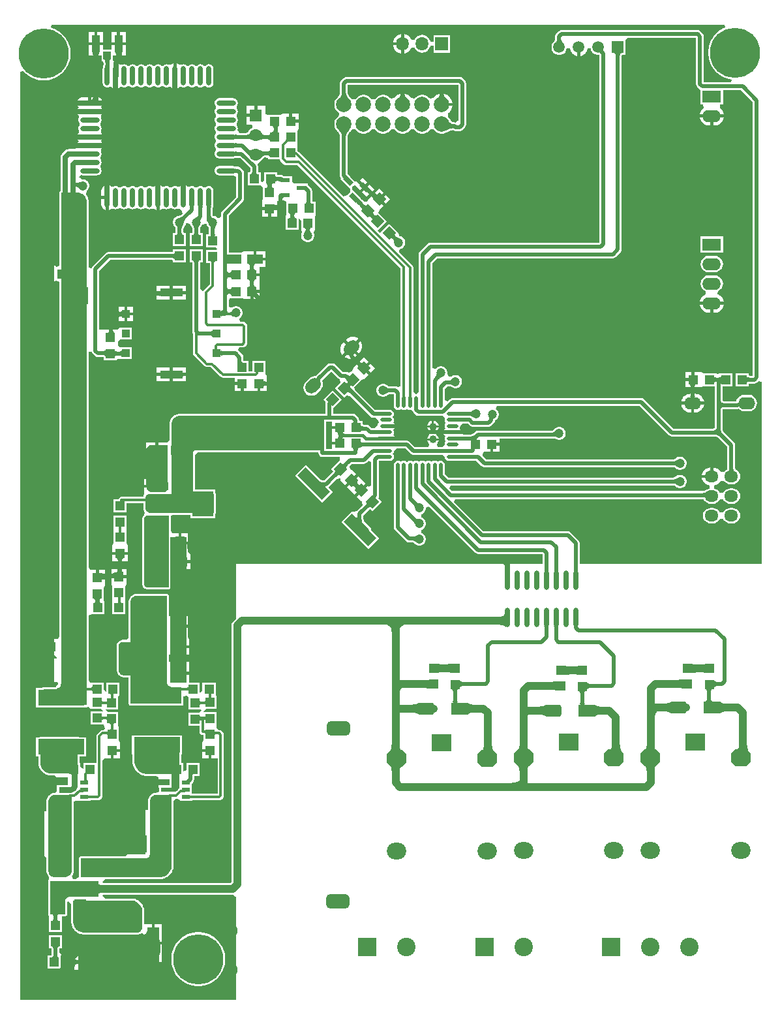
<source format=gbr>
G04*
G04 #@! TF.GenerationSoftware,Altium Limited,Altium Designer,24.2.2 (26)*
G04*
G04 Layer_Physical_Order=1*
G04 Layer_Color=255*
%FSLAX44Y44*%
%MOMM*%
G71*
G04*
G04 #@! TF.SameCoordinates,0F8B1A73-7D9A-4E60-A1EB-41BE9D7EE600*
G04*
G04*
G04 #@! TF.FilePolarity,Positive*
G04*
G01*
G75*
%ADD10C,0.3000*%
%ADD19C,0.5000*%
%ADD21R,2.2000X1.6000*%
G04:AMPARAMS|DCode=22|XSize=1.6mm|YSize=2.2mm|CornerRadius=0.4mm|HoleSize=0mm|Usage=FLASHONLY|Rotation=270.000|XOffset=0mm|YOffset=0mm|HoleType=Round|Shape=RoundedRectangle|*
%AMROUNDEDRECTD22*
21,1,1.6000,1.4000,0,0,270.0*
21,1,0.8000,2.2000,0,0,270.0*
1,1,0.8000,-0.7000,-0.4000*
1,1,0.8000,-0.7000,0.4000*
1,1,0.8000,0.7000,0.4000*
1,1,0.8000,0.7000,-0.4000*
%
%ADD22ROUNDEDRECTD22*%
G04:AMPARAMS|DCode=23|XSize=1.65mm|YSize=1.1mm|CornerRadius=0.1375mm|HoleSize=0mm|Usage=FLASHONLY|Rotation=270.000|XOffset=0mm|YOffset=0mm|HoleType=Round|Shape=RoundedRectangle|*
%AMROUNDEDRECTD23*
21,1,1.6500,0.8250,0,0,270.0*
21,1,1.3750,1.1000,0,0,270.0*
1,1,0.2750,-0.4125,-0.6875*
1,1,0.2750,-0.4125,0.6875*
1,1,0.2750,0.4125,0.6875*
1,1,0.2750,0.4125,-0.6875*
%
%ADD23ROUNDEDRECTD23*%
G04:AMPARAMS|DCode=24|XSize=4.5mm|YSize=1.5mm|CornerRadius=0mm|HoleSize=0mm|Usage=FLASHONLY|Rotation=135.000|XOffset=0mm|YOffset=0mm|HoleType=Round|Shape=Rectangle|*
%AMROTATEDRECTD24*
4,1,4,2.1213,-1.0607,1.0607,-2.1213,-2.1213,1.0607,-1.0607,2.1213,2.1213,-1.0607,0.0*
%
%ADD24ROTATEDRECTD24*%

%ADD25O,0.7000X2.5000*%
%ADD26O,0.5000X1.5000*%
%ADD27O,1.5000X0.5000*%
%ADD28R,2.7000X3.3000*%
%ADD29R,2.7000X1.0000*%
%ADD30R,1.0000X0.5500*%
%ADD31R,1.0000X0.5500*%
G04:AMPARAMS|DCode=32|XSize=1.6mm|YSize=2.2mm|CornerRadius=0mm|HoleSize=0mm|Usage=FLASHONLY|Rotation=315.000|XOffset=0mm|YOffset=0mm|HoleType=Round|Shape=Round|*
%AMOVALD32*
21,1,0.6000,1.6000,0.0000,0.0000,45.0*
1,1,1.6000,-0.2121,-0.2121*
1,1,1.6000,0.2121,0.2121*
%
%ADD32OVALD32*%

%ADD33O,2.2000X1.6000*%
%ADD34P,1.6971X4X360.0*%
%ADD35P,1.6971X4X270.0*%
%ADD36R,1.2000X1.2000*%
%ADD37R,1.2000X1.2000*%
G04:AMPARAMS|DCode=38|XSize=0.6mm|YSize=1.3mm|CornerRadius=0mm|HoleSize=0mm|Usage=FLASHONLY|Rotation=225.000|XOffset=0mm|YOffset=0mm|HoleType=Round|Shape=Rectangle|*
%AMROTATEDRECTD38*
4,1,4,-0.2475,0.6718,0.6718,-0.2475,0.2475,-0.6718,-0.6718,0.2475,-0.2475,0.6718,0.0*
%
%ADD38ROTATEDRECTD38*%

%ADD39R,1.3000X0.6000*%
%ADD40O,0.7000X2.5000*%
%ADD41O,2.5000X0.7000*%
%ADD42R,6.0000X2.0000*%
%ADD43R,1.0500X2.2000*%
%ADD44R,1.0000X1.0500*%
%ADD45R,1.1000X1.0000*%
%ADD46R,3.0000X1.0000*%
%ADD47R,1.9000X1.5000*%
%ADD48R,1.5000X1.9000*%
%ADD49R,2.6000X2.2000*%
%ADD50R,1.3000X1.8000*%
%ADD51R,2.0000X1.2000*%
%ADD52R,2.0000X2.2000*%
%ADD106C,1.0000*%
%ADD107C,1.7500*%
%ADD108C,0.4000*%
%ADD109C,0.7000*%
%ADD110C,2.4000*%
%ADD111R,2.4000X2.4000*%
%ADD112O,1.8000X1.5000*%
%ADD113O,1.6510X1.7780*%
%ADD114R,1.6510X1.7780*%
%ADD115R,1.5000X1.5000*%
%ADD116C,1.5000*%
%ADD117C,6.5000*%
%ADD118O,2.4000X1.6000*%
%ADD119R,2.4000X1.6000*%
G04:AMPARAMS|DCode=120|XSize=2.5mm|YSize=2.2mm|CornerRadius=0mm|HoleSize=0mm|Usage=FLASHONLY|Rotation=180.000|XOffset=0mm|YOffset=0mm|HoleType=Round|Shape=Octagon|*
%AMOCTAGOND120*
4,1,8,-1.2500,0.5500,-1.2500,-0.5500,-0.7000,-1.1000,0.7000,-1.1000,1.2500,-0.5500,1.2500,0.5500,0.7000,1.1000,-0.7000,1.1000,-1.2500,0.5500,0.0*
%
%ADD120OCTAGOND120*%

%ADD121O,2.5000X2.2000*%
%ADD122R,2.5000X2.2000*%
%ADD123R,1.6000X1.6000*%
%ADD124C,1.6000*%
%ADD125R,1.5000X4.0500*%
%ADD126R,4.0500X1.5000*%
G04:AMPARAMS|DCode=127|XSize=1.8mm|YSize=3mm|CornerRadius=0.45mm|HoleSize=0mm|Usage=FLASHONLY|Rotation=270.000|XOffset=0mm|YOffset=0mm|HoleType=Round|Shape=RoundedRectangle|*
%AMROUNDEDRECTD127*
21,1,1.8000,2.1000,0,0,270.0*
21,1,0.9000,3.0000,0,0,270.0*
1,1,0.9000,-1.0500,-0.4500*
1,1,0.9000,-1.0500,0.4500*
1,1,0.9000,1.0500,0.4500*
1,1,0.9000,1.0500,-0.4500*
%
%ADD127ROUNDEDRECTD127*%
%ADD128C,2.0000*%
%ADD129C,1.0000*%
%ADD130C,1.2000*%
G36*
X782308Y1507443D02*
X782390Y1506764D01*
X782527Y1506102D01*
X782720Y1505455D01*
X782968Y1504826D01*
X783270Y1504212D01*
X783627Y1503616D01*
X784040Y1503035D01*
X784508Y1502471D01*
X785030Y1501924D01*
X774530D01*
X775052Y1502471D01*
X775520Y1503035D01*
X775932Y1503616D01*
X776290Y1504212D01*
X776592Y1504826D01*
X776840Y1505455D01*
X777032Y1506102D01*
X777170Y1506764D01*
X777253Y1507443D01*
X777280Y1508139D01*
X782280D01*
X782308Y1507443D01*
D02*
G37*
G36*
X837097Y1492802D02*
X837095Y1492637D01*
X837138Y1492448D01*
X837226Y1492232D01*
X837358Y1491991D01*
X837536Y1491725D01*
X837759Y1491434D01*
X838340Y1490775D01*
X838698Y1490407D01*
X835162Y1486871D01*
X834686Y1487340D01*
X832877Y1488907D01*
X832629Y1489065D01*
X832419Y1489171D01*
X832247Y1489225D01*
X832113Y1489226D01*
X837145Y1492941D01*
X837097Y1492802D01*
D02*
G37*
G36*
X860505Y1489048D02*
X860080Y1488898D01*
X859705Y1488649D01*
X859380Y1488298D01*
X859105Y1487849D01*
X858880Y1487298D01*
X858705Y1486649D01*
X858580Y1485898D01*
X858505Y1485049D01*
X858480Y1484099D01*
X853480D01*
X853455Y1485049D01*
X853380Y1485898D01*
X853255Y1486649D01*
X853080Y1487298D01*
X852855Y1487849D01*
X852580Y1488298D01*
X852255Y1488649D01*
X851880Y1488898D01*
X851455Y1489048D01*
X850980Y1489099D01*
X860980D01*
X860505Y1489048D01*
D02*
G37*
G36*
X995131Y1522106D02*
X992867Y1521168D01*
X988893Y1518874D01*
X985253Y1516081D01*
X982009Y1512837D01*
X979216Y1509197D01*
X976922Y1505223D01*
X975166Y1500984D01*
X973979Y1496553D01*
X973380Y1492004D01*
Y1487416D01*
X973979Y1482867D01*
X975166Y1478436D01*
X976922Y1474197D01*
X979216Y1470223D01*
X982009Y1466583D01*
X985253Y1463339D01*
X988893Y1460546D01*
X992867Y1458252D01*
X997105Y1456496D01*
X1001537Y1455309D01*
X1003633Y1455033D01*
X1003371Y1451033D01*
X967598D01*
Y1510911D01*
X967210Y1512862D01*
X966105Y1514516D01*
X963176Y1517445D01*
X961522Y1518550D01*
X959571Y1518938D01*
X782709D01*
X780758Y1518550D01*
X779104Y1517445D01*
X776175Y1514516D01*
X775070Y1512862D01*
X774682Y1510911D01*
Y1507421D01*
X774652Y1507178D01*
X774559Y1506725D01*
X774428Y1506287D01*
X774259Y1505857D01*
X774050Y1505433D01*
X773797Y1505011D01*
X773497Y1504589D01*
X773147Y1504167D01*
X772686Y1503684D01*
X772568Y1503498D01*
X771778Y1502708D01*
X770462Y1500428D01*
X769780Y1497885D01*
Y1495251D01*
X770462Y1492708D01*
X771778Y1490428D01*
X773640Y1488566D01*
X775920Y1487249D01*
X778464Y1486568D01*
X781096D01*
X783640Y1487249D01*
X785920Y1488566D01*
X787782Y1490428D01*
X789099Y1492708D01*
X789780Y1495251D01*
X793680Y1495054D01*
X794464Y1492129D01*
X795978Y1489507D01*
X798119Y1487366D01*
X800741Y1485852D01*
X803180Y1485198D01*
Y1496568D01*
X807180D01*
Y1485198D01*
X809619Y1485852D01*
X812241Y1487366D01*
X814382Y1489507D01*
X815896Y1492129D01*
X816680Y1495054D01*
X820580Y1495251D01*
X821262Y1492708D01*
X822578Y1490428D01*
X824440Y1488566D01*
X826720Y1487249D01*
X829264Y1486568D01*
X831684D01*
X831832Y1486440D01*
Y1243348D01*
X612529D01*
X610578Y1242960D01*
X608924Y1241855D01*
X598565Y1231496D01*
X597460Y1229842D01*
X597072Y1227891D01*
Y1049667D01*
X594170Y1046246D01*
X590493Y1048815D01*
X590248Y1049234D01*
Y1210880D01*
X590248Y1210880D01*
X589938Y1212441D01*
X589054Y1213764D01*
X589054Y1213764D01*
X571988Y1230830D01*
X572281Y1232686D01*
X573428Y1235047D01*
X574781Y1235409D01*
X576719Y1236528D01*
X578302Y1238111D01*
X579421Y1240049D01*
X580000Y1242211D01*
Y1244449D01*
X579421Y1246611D01*
X578302Y1248549D01*
X576719Y1250132D01*
X574781Y1251251D01*
X572619Y1251830D01*
X572566D01*
X572116Y1252362D01*
X570965Y1255886D01*
X570965Y1255886D01*
X570965Y1255886D01*
X558944Y1267907D01*
X546928Y1255890D01*
X544099Y1258718D01*
X556116Y1270735D01*
X545210Y1281640D01*
X546221Y1285132D01*
X546706Y1285674D01*
X551901Y1290869D01*
X544830Y1297940D01*
X540618Y1302152D01*
X537802Y1299354D01*
X538041Y1299664D01*
X538180Y1300015D01*
X538220Y1300408D01*
X538160Y1300843D01*
X538000Y1301320D01*
X537741Y1301839D01*
X537383Y1302399D01*
X536924Y1303002D01*
X536379Y1303631D01*
X532723Y1299975D01*
X532102Y1299354D01*
X531187Y1296978D01*
X530931Y1296718D01*
X530449Y1296357D01*
X529475Y1296084D01*
X526935Y1296434D01*
X524040Y1299103D01*
X522264Y1300905D01*
X522231Y1300928D01*
X522123Y1301036D01*
X522086Y1301057D01*
X512384Y1310759D01*
X512384D01*
X511312Y1311831D01*
X510898Y1315659D01*
X510959Y1315720D01*
X511398Y1316159D01*
X514848Y1317488D01*
X516615Y1315720D01*
X520858Y1311477D01*
X524394Y1315013D01*
X517229Y1322177D01*
X514141Y1322437D01*
X508671Y1327907D01*
X508597Y1328277D01*
X507492Y1329931D01*
X505478Y1331946D01*
Y1381966D01*
X505556Y1382446D01*
X505716Y1383044D01*
X505950Y1383672D01*
X506263Y1384331D01*
X506661Y1385020D01*
X507127Y1385706D01*
X508424Y1387276D01*
X509208Y1388082D01*
X509333Y1388275D01*
X510089Y1389032D01*
X510788Y1390077D01*
X512347Y1390476D01*
X513813D01*
X515372Y1390077D01*
X516071Y1389032D01*
X517812Y1387291D01*
X519859Y1385923D01*
X522134Y1384980D01*
X524549Y1384500D01*
X527011D01*
X529426Y1384980D01*
X531701Y1385923D01*
X533748Y1387291D01*
X535489Y1389032D01*
X536188Y1390077D01*
X537747Y1390476D01*
X539213D01*
X540772Y1390077D01*
X541471Y1389032D01*
X543212Y1387291D01*
X545259Y1385923D01*
X547534Y1384980D01*
X549949Y1384500D01*
X552411D01*
X554826Y1384980D01*
X557101Y1385923D01*
X559148Y1387291D01*
X560889Y1389032D01*
X561588Y1390077D01*
X563147Y1390476D01*
X564613D01*
X566172Y1390077D01*
X566871Y1389032D01*
X568612Y1387291D01*
X570659Y1385923D01*
X572934Y1384980D01*
X575349Y1384500D01*
X577811D01*
X580226Y1384980D01*
X582501Y1385923D01*
X584548Y1387291D01*
X586289Y1389032D01*
X586988Y1390077D01*
X588547Y1390476D01*
X590013D01*
X591572Y1390077D01*
X592271Y1389032D01*
X594012Y1387291D01*
X596059Y1385923D01*
X598334Y1384980D01*
X600749Y1384500D01*
X603211D01*
X605626Y1384980D01*
X607901Y1385923D01*
X609948Y1387291D01*
X611689Y1389032D01*
X612388Y1390077D01*
X613947Y1390476D01*
X615413D01*
X616972Y1390077D01*
X617671Y1389032D01*
X619412Y1387291D01*
X621459Y1385923D01*
X623734Y1384980D01*
X626149Y1384500D01*
X628611D01*
X631026Y1384980D01*
X633301Y1385923D01*
X633406Y1385992D01*
X635684Y1387175D01*
X636664Y1387630D01*
X638550Y1388386D01*
X639341Y1388644D01*
X640081Y1388844D01*
X640743Y1388979D01*
X641146Y1389032D01*
X642472D01*
X643298Y1388480D01*
X645249Y1388092D01*
X651121D01*
X653072Y1388480D01*
X654726Y1389585D01*
X657655Y1392514D01*
X658760Y1394168D01*
X659148Y1396119D01*
Y1449951D01*
X658760Y1451902D01*
X657655Y1453556D01*
X654726Y1456485D01*
X653072Y1457590D01*
X651121Y1457978D01*
X503309D01*
X501358Y1457590D01*
X499704Y1456485D01*
X496775Y1453556D01*
X495670Y1451902D01*
X495282Y1449951D01*
Y1437434D01*
X495204Y1436954D01*
X495044Y1436355D01*
X494810Y1435728D01*
X494497Y1435069D01*
X494099Y1434380D01*
X493633Y1433694D01*
X492336Y1432124D01*
X491553Y1431318D01*
X491427Y1431125D01*
X490671Y1430368D01*
X489303Y1428321D01*
X488360Y1426046D01*
X487880Y1423631D01*
Y1421169D01*
X488360Y1418754D01*
X489303Y1416479D01*
X490671Y1414432D01*
X492412Y1412691D01*
X493457Y1411992D01*
X493856Y1410433D01*
Y1408967D01*
X493457Y1407408D01*
X492412Y1406709D01*
X490671Y1404968D01*
X489303Y1402921D01*
X488360Y1400646D01*
X487880Y1398231D01*
Y1395769D01*
X488360Y1393354D01*
X489303Y1391079D01*
X490671Y1389032D01*
X491427Y1388275D01*
X491553Y1388082D01*
X492361Y1387250D01*
X493033Y1386482D01*
X493612Y1385738D01*
X494099Y1385020D01*
X494497Y1384331D01*
X494810Y1383672D01*
X495044Y1383044D01*
X495204Y1382446D01*
X495282Y1381966D01*
Y1329834D01*
X495670Y1327883D01*
X496470Y1326687D01*
X495402Y1325620D01*
X507058Y1313964D01*
X507058D01*
X508130Y1312892D01*
X508545Y1309063D01*
X508484Y1309003D01*
X503978Y1304497D01*
X500078Y1302740D01*
X441034Y1361784D01*
X439711Y1362668D01*
X439710Y1362668D01*
Y1368670D01*
X439710D01*
X439760Y1371990D01*
X439760D01*
X439760Y1387431D01*
X441260Y1390810D01*
X441260Y1392369D01*
Y1398810D01*
X431260D01*
Y1400810D01*
X429260D01*
Y1410810D01*
X422139D01*
X421260Y1410810D01*
X417881Y1409310D01*
X417260Y1409310D01*
X402080D01*
X401760Y1409310D01*
X398080Y1410082D01*
Y1420430D01*
X388080D01*
Y1408430D01*
X386080D01*
Y1406430D01*
X374080D01*
Y1396430D01*
X380669D01*
X381249Y1394886D01*
X381361Y1392430D01*
X379633Y1391432D01*
X377678Y1389477D01*
X376750Y1387870D01*
X376645Y1387744D01*
X376340Y1387183D01*
X376080Y1386801D01*
X375815Y1386490D01*
X375544Y1386238D01*
X375261Y1386034D01*
X374958Y1385868D01*
X374619Y1385734D01*
X374233Y1385632D01*
X373938Y1385588D01*
X364656D01*
X363727Y1386530D01*
X362286Y1389588D01*
X362426Y1389924D01*
X362632Y1391490D01*
X362426Y1393056D01*
X361821Y1394516D01*
X360859Y1395769D01*
Y1398211D01*
X361821Y1399464D01*
X362426Y1400924D01*
X362632Y1402490D01*
X362426Y1404056D01*
X361821Y1405516D01*
X360859Y1406769D01*
Y1409211D01*
X361821Y1410464D01*
X362426Y1411924D01*
X362632Y1413490D01*
X362426Y1415056D01*
X361821Y1416516D01*
X360859Y1417769D01*
Y1420211D01*
X361821Y1421464D01*
X362426Y1422924D01*
X362632Y1424490D01*
X362426Y1426056D01*
X361821Y1427516D01*
X360859Y1428769D01*
X359606Y1429731D01*
X358146Y1430336D01*
X356580Y1430542D01*
X338580D01*
X337014Y1430336D01*
X335554Y1429731D01*
X334301Y1428769D01*
X333339Y1427516D01*
X332734Y1426056D01*
X332528Y1424490D01*
X332734Y1422924D01*
X333339Y1421464D01*
X334301Y1420211D01*
Y1417769D01*
X333339Y1416516D01*
X332734Y1415056D01*
X332528Y1413490D01*
X332734Y1411924D01*
X333339Y1410464D01*
X334301Y1409211D01*
Y1406769D01*
X333339Y1405516D01*
X332734Y1404056D01*
X332528Y1402490D01*
X332734Y1400924D01*
X333339Y1399464D01*
X334301Y1398211D01*
Y1395769D01*
X333339Y1394516D01*
X332734Y1393056D01*
X332528Y1391490D01*
X332734Y1389924D01*
X333339Y1388464D01*
X334301Y1387211D01*
Y1384769D01*
X333339Y1383516D01*
X332734Y1382056D01*
X332528Y1380490D01*
X332734Y1378924D01*
X333339Y1377464D01*
X334301Y1376211D01*
Y1373769D01*
X333339Y1372516D01*
X332734Y1371056D01*
X332528Y1369490D01*
X332734Y1367924D01*
X333339Y1366464D01*
X334301Y1365211D01*
Y1362769D01*
X333339Y1361516D01*
X332734Y1360056D01*
X332528Y1358490D01*
X332734Y1356924D01*
X333339Y1355464D01*
X334301Y1354211D01*
X335554Y1353249D01*
X337014Y1352644D01*
X338580Y1352438D01*
X356580D01*
X358146Y1352644D01*
X359212Y1353086D01*
X359305Y1353104D01*
X359384Y1353157D01*
X359473Y1353194D01*
X359497Y1353199D01*
X362472Y1353392D01*
X365328D01*
X378602Y1340118D01*
Y1335732D01*
X378569Y1335359D01*
X378481Y1334823D01*
X378379Y1334443D01*
X378353Y1334380D01*
X375580D01*
Y1317380D01*
X390762Y1317380D01*
X391267Y1317380D01*
X392490Y1317209D01*
X392814Y1317140D01*
X392824Y1317130D01*
X395280Y1314273D01*
X395360Y1312953D01*
X395360Y1300479D01*
X393860Y1297100D01*
X393860Y1296221D01*
Y1289100D01*
X409816D01*
X409829Y1293069D01*
X409879Y1292811D01*
X410029Y1292580D01*
X410280Y1292376D01*
X410630Y1292199D01*
X411079Y1292050D01*
X411629Y1291927D01*
X412280Y1291832D01*
X413030Y1291764D01*
X413860Y1291739D01*
Y1293950D01*
X413860Y1297100D01*
X415548Y1297493D01*
X417370Y1301980D01*
X422840Y1302011D01*
X422365Y1301958D01*
X421940Y1301805D01*
X421565Y1301552D01*
X421240Y1301199D01*
X420965Y1300746D01*
X420740Y1300193D01*
X420565Y1299540D01*
X420440Y1298787D01*
X420366Y1297950D01*
X422582D01*
X425890Y1296280D01*
X425890Y1293950D01*
Y1282094D01*
X425886Y1282081D01*
X425886Y1281877D01*
X425872Y1281803D01*
X425890Y1279280D01*
X424390Y1277230D01*
X424390D01*
Y1260230D01*
X441390D01*
Y1274854D01*
X441390D01*
X445390Y1272057D01*
Y1260230D01*
X445390D01*
X445724Y1256230D01*
X445439Y1255736D01*
X444860Y1253575D01*
Y1251337D01*
X445439Y1249175D01*
X446558Y1247236D01*
X448140Y1245654D01*
X450079Y1244535D01*
X452241Y1243956D01*
X454479D01*
X456641Y1244535D01*
X458579Y1245654D01*
X460161Y1247236D01*
X461280Y1249175D01*
X461860Y1251337D01*
Y1253575D01*
X461280Y1255736D01*
X460995Y1256230D01*
X462390Y1260230D01*
X462390D01*
X462390Y1275901D01*
X463890Y1279280D01*
X463890Y1280609D01*
Y1296280D01*
X459523D01*
X459496Y1296347D01*
X459394Y1296727D01*
X459306Y1297262D01*
X459273Y1297633D01*
Y1310115D01*
X458885Y1312066D01*
X457780Y1313720D01*
X455966Y1315533D01*
X454886Y1316684D01*
X454058Y1317674D01*
X453840Y1317970D01*
Y1319950D01*
X436840D01*
X435840Y1319950D01*
X432840Y1322364D01*
Y1329450D01*
X422050D01*
X422015Y1329485D01*
X420361Y1330590D01*
X418410Y1330978D01*
X414940D01*
X414571Y1331010D01*
X414041Y1331099D01*
X413667Y1331200D01*
X413580Y1331235D01*
Y1334380D01*
X396580D01*
Y1323590D01*
X394614Y1322060D01*
X392580Y1323077D01*
Y1334380D01*
X389047D01*
X389021Y1334443D01*
X388919Y1334823D01*
X388831Y1335359D01*
X388798Y1335732D01*
Y1342230D01*
X388410Y1344181D01*
X389805Y1347148D01*
X390570Y1348098D01*
X392527Y1349228D01*
X394482Y1351183D01*
X394664Y1351499D01*
X395064Y1352020D01*
X395440Y1352436D01*
X395818Y1352787D01*
X396198Y1353077D01*
X396582Y1353315D01*
X396975Y1353504D01*
X397384Y1353652D01*
X397817Y1353759D01*
X401710Y1352929D01*
X401710Y1351670D01*
X404240Y1351651D01*
X404331Y1351669D01*
X404543Y1351669D01*
X404545Y1351670D01*
X417129D01*
X417372Y1350448D01*
X418256Y1349125D01*
X422455Y1344926D01*
X423778Y1344042D01*
X425339Y1343732D01*
X425339Y1343732D01*
X439931D01*
X574092Y1209571D01*
Y1057576D01*
X572624Y1056485D01*
X570092Y1055669D01*
X569192Y1056270D01*
X567241Y1056658D01*
X559378D01*
X559358Y1056660D01*
X558982Y1056718D01*
X558646Y1056795D01*
X558349Y1056887D01*
X558086Y1056994D01*
X557854Y1057112D01*
X557647Y1057242D01*
X557460Y1057386D01*
X557200Y1057627D01*
X557027Y1057734D01*
X556399Y1058362D01*
X554461Y1059481D01*
X552299Y1060060D01*
X550061D01*
X547899Y1059481D01*
X545961Y1058362D01*
X544378Y1056779D01*
X543259Y1054841D01*
X542680Y1052679D01*
Y1050441D01*
X543259Y1048279D01*
X544378Y1046341D01*
X545961Y1044758D01*
X547899Y1043639D01*
X550061Y1043060D01*
X552299D01*
X554461Y1043639D01*
X556399Y1044758D01*
X557027Y1045386D01*
X557200Y1045493D01*
X557460Y1045734D01*
X557647Y1045878D01*
X557854Y1046008D01*
X558086Y1046126D01*
X558349Y1046233D01*
X558646Y1046325D01*
X558982Y1046402D01*
X559358Y1046460D01*
X559378Y1046462D01*
X565072D01*
Y1037140D01*
X565072Y1037140D01*
Y1031148D01*
X565460Y1029197D01*
X566565Y1027543D01*
X568219Y1026438D01*
X570170Y1026050D01*
X572121Y1026438D01*
X574170Y1027365D01*
X576219Y1026438D01*
X578170Y1026050D01*
X580121Y1026438D01*
X581775Y1027543D01*
X582565D01*
X584219Y1026438D01*
X586170Y1026050D01*
X588155Y1026391D01*
X589460Y1024598D01*
X590565Y1022944D01*
X593494Y1020015D01*
X595148Y1018910D01*
X597099Y1018522D01*
X628650D01*
X628996Y1018591D01*
X631468Y1015091D01*
X631080Y1013140D01*
X631468Y1011189D01*
X632394Y1009140D01*
X631468Y1007091D01*
X631080Y1005140D01*
X631468Y1003189D01*
X632118Y1002217D01*
X631542Y1001776D01*
X630500Y1000418D01*
X629971Y999140D01*
X641178D01*
Y995140D01*
X629971D01*
X630500Y993862D01*
X631542Y992504D01*
X632118Y992063D01*
X631468Y991091D01*
X631080Y989140D01*
X631468Y987189D01*
X632394Y985140D01*
X631468Y983091D01*
X631080Y981140D01*
X627659Y978238D01*
X622018D01*
X620863Y981281D01*
X620791Y982238D01*
X621983Y983430D01*
X622976Y985150D01*
X623416Y986790D01*
X608484D01*
X608924Y985150D01*
X609916Y983430D01*
X611109Y982238D01*
X611037Y981281D01*
X609882Y978238D01*
X592342D01*
X585835Y984745D01*
X584181Y985850D01*
X582230Y986238D01*
X570066D01*
X566718Y989140D01*
X566495Y990837D01*
X565840Y992418D01*
X564798Y993776D01*
X564222Y994217D01*
X564872Y995189D01*
X565260Y997140D01*
X564872Y999091D01*
X564222Y1000063D01*
X564798Y1000504D01*
X565840Y1001862D01*
X566369Y1003140D01*
X555162D01*
Y1007140D01*
X566369D01*
X565840Y1008418D01*
X564798Y1009776D01*
X564222Y1010217D01*
X564872Y1011189D01*
X565260Y1013140D01*
X564872Y1015091D01*
X563946Y1017140D01*
X564872Y1019189D01*
X565260Y1021140D01*
X564872Y1023091D01*
X563767Y1024745D01*
X562113Y1025850D01*
X560162Y1026238D01*
X550162D01*
X550162Y1026238D01*
X540782D01*
X515214Y1051805D01*
X514753Y1052816D01*
X514500Y1053512D01*
X513813Y1055508D01*
X513819Y1055518D01*
X522786Y1064485D01*
X523225Y1064924D01*
X526675Y1066253D01*
X527296Y1066874D01*
X532332Y1071910D01*
X525261Y1078981D01*
X521061Y1083180D01*
X518593Y1080712D01*
X518894Y1081084D01*
X519087Y1081491D01*
X519175Y1081934D01*
X519156Y1082413D01*
X519030Y1082927D01*
X518798Y1083478D01*
X518459Y1084064D01*
X518014Y1084686D01*
X517471Y1085333D01*
X513154Y1081016D01*
X512533Y1080395D01*
X511204Y1076945D01*
X510218Y1075958D01*
X506516Y1074215D01*
X504862Y1075320D01*
X502911Y1075708D01*
X498789D01*
X489600Y1084898D01*
X487946Y1086003D01*
X485995Y1086391D01*
X481853D01*
X479902Y1086003D01*
X478248Y1084898D01*
X463553Y1070202D01*
X463346Y1069893D01*
X462513Y1070003D01*
X459771Y1069642D01*
X457217Y1068584D01*
X455024Y1066901D01*
X450781Y1062659D01*
X449098Y1060465D01*
X448040Y1057911D01*
X447679Y1055170D01*
X448040Y1052429D01*
X449098Y1049875D01*
X450781Y1047681D01*
X452975Y1045998D01*
X455529Y1044940D01*
X458270Y1044579D01*
X461011Y1044940D01*
X463565Y1045998D01*
X465759Y1047681D01*
X470001Y1051924D01*
X471684Y1054117D01*
X472742Y1056672D01*
X473103Y1059413D01*
X472742Y1062154D01*
X471970Y1064019D01*
X472015Y1064245D01*
X483924Y1076154D01*
X493073Y1067005D01*
X494592Y1065990D01*
X494734Y1065874D01*
X495856Y1061597D01*
X488503Y1054244D01*
X500524Y1042223D01*
X503019Y1044718D01*
X508206Y1044395D01*
X535065Y1017535D01*
X536719Y1016430D01*
X538670Y1016042D01*
X541643D01*
X544504Y1013615D01*
X545526Y1009776D01*
X544484Y1008418D01*
X543829Y1006837D01*
X543606Y1005140D01*
X540258Y1002238D01*
X536592D01*
X533195Y1005635D01*
X531541Y1006740D01*
X529590Y1007128D01*
X526068D01*
X525695Y1007161D01*
X525161Y1007249D01*
X524781Y1007351D01*
X524714Y1007378D01*
Y1011800D01*
X520206D01*
X520187Y1012027D01*
Y1013071D01*
X519799Y1015022D01*
X518694Y1016676D01*
X515765Y1019605D01*
X514111Y1020710D01*
X512160Y1021098D01*
X486376D01*
Y1028075D01*
X497696Y1039395D01*
X485675Y1051416D01*
X473654Y1039395D01*
X476491Y1036559D01*
X476180Y1034998D01*
Y1021098D01*
X462149D01*
X462104Y1021089D01*
X287020Y1021089D01*
X286012Y1021089D01*
X285765Y1021040D01*
X285514D01*
X283536Y1020647D01*
X283304Y1020550D01*
X283058Y1020501D01*
X281194Y1019730D01*
X280985Y1019590D01*
X280753Y1019494D01*
X279076Y1018373D01*
X278899Y1018196D01*
X278690Y1018056D01*
X277264Y1016630D01*
X277124Y1016421D01*
X276947Y1016244D01*
X275826Y1014567D01*
X275730Y1014335D01*
X275590Y1014126D01*
X274818Y1012262D01*
X274769Y1012016D01*
X274673Y1011784D01*
X274280Y1009806D01*
Y1009555D01*
X274231Y1009308D01*
X274231Y1008300D01*
Y987075D01*
X271780Y984090D01*
X269901Y984090D01*
X259780D01*
Y980440D01*
X271780D01*
Y924560D01*
X271780D01*
Y923549D01*
X271007Y921682D01*
X269578Y920253D01*
X267710Y919480D01*
X266700D01*
X251460Y919480D01*
X251460D01*
X250709Y919480D01*
X249237Y919773D01*
X247850Y920347D01*
X246602Y921181D01*
X245541Y922243D01*
X244707Y923491D01*
X244133Y924877D01*
X244061Y925240D01*
X241000D01*
Y918240D01*
X241000Y918240D01*
X240469Y914460D01*
X240215Y913846D01*
X240126Y913398D01*
X211307D01*
X209747Y913088D01*
X208424Y912204D01*
X207540Y910881D01*
X207456Y910460D01*
X201050D01*
Y893460D01*
X218050D01*
Y905242D01*
X240021D01*
Y897897D01*
X240215Y896921D01*
X241115Y894748D01*
X241226Y894374D01*
X241566Y892743D01*
X241149Y890222D01*
X240078Y889150D01*
X239525Y888324D01*
X238945Y886923D01*
X238945Y886923D01*
X238945Y886923D01*
X238856Y886477D01*
X238751Y885948D01*
X238751Y885948D01*
X238751Y885948D01*
X238751Y885190D01*
X238751Y885190D01*
X238751Y800100D01*
Y799342D01*
X238945Y798367D01*
X239525Y796966D01*
X240078Y796140D01*
X241149Y795068D01*
X241976Y794515D01*
X243377Y793935D01*
X244352Y793741D01*
X245110D01*
X245110Y793741D01*
X273050Y793741D01*
X274025Y793935D01*
X274852Y794488D01*
X275083Y794833D01*
Y861060D01*
X285550D01*
Y866440D01*
X279599D01*
X277050Y866440D01*
X275599Y869839D01*
Y889000D01*
X279426Y890261D01*
X301500D01*
Y885240D01*
X333500D01*
Y891348D01*
X333825Y891835D01*
X334019Y892810D01*
Y916940D01*
X333825Y917915D01*
X333500Y918402D01*
Y923240D01*
X307349D01*
X307349Y967584D01*
X311306Y971541D01*
X467342D01*
Y970280D01*
X467730Y968329D01*
X468835Y966675D01*
X470489Y965570D01*
X472440Y965182D01*
X495041D01*
X495261Y961182D01*
X483396Y949317D01*
X486159Y946554D01*
X486133Y946492D01*
X485936Y946151D01*
X485620Y945709D01*
X485379Y945422D01*
X474695Y934738D01*
X473961D01*
X472921Y934809D01*
X472323Y934890D01*
X471795Y934992D01*
X471366Y935105D01*
X471042Y935219D01*
X470826Y935320D01*
X470715Y935389D01*
X470529Y935547D01*
X470497Y935565D01*
X450831Y955231D01*
X436689Y941089D01*
X472044Y905733D01*
X486187Y919875D01*
X480377Y925685D01*
X480411Y926035D01*
X490789Y936413D01*
X495417Y937296D01*
X496124Y934468D01*
Y934468D01*
X501781Y928811D01*
X508852Y935882D01*
X515923Y942953D01*
X510266Y948610D01*
X510266D01*
X508846Y949068D01*
X508505Y949439D01*
X507428Y953052D01*
X510668Y956292D01*
X526040D01*
X527991Y956680D01*
X529645Y957785D01*
X531922Y960062D01*
X535922Y958405D01*
Y928180D01*
X532226Y926650D01*
X531202Y927674D01*
X524131Y920603D01*
X517060Y913532D01*
X522717Y907875D01*
X522717D01*
X523750Y907405D01*
X523788Y907378D01*
X523986Y907192D01*
X524701Y902579D01*
X517098Y894976D01*
X516956Y894763D01*
X512855Y893870D01*
X512052Y894010D01*
X510935Y895127D01*
X496793Y880985D01*
X532149Y845629D01*
X546291Y859771D01*
X535988Y870074D01*
X535655Y871749D01*
X534550Y873402D01*
X526166Y881786D01*
X526112Y882039D01*
X525962Y883020D01*
X525801Y885116D01*
Y889259D01*
X533672Y897130D01*
X533959Y897371D01*
X534400Y897687D01*
X534741Y897884D01*
X534803Y897910D01*
X537566Y895147D01*
X549587Y907168D01*
X544970Y911785D01*
X545730Y912922D01*
X546118Y914873D01*
Y960042D01*
X554170D01*
X554170Y960042D01*
X560162D01*
X562113Y960430D01*
X563767Y961535D01*
X564872Y963189D01*
X565260Y965140D01*
X564872Y967091D01*
X563946Y969140D01*
X564872Y971189D01*
X565260Y973140D01*
X568681Y976042D01*
X580118D01*
X586625Y969535D01*
X588279Y968430D01*
X590230Y968042D01*
X627659D01*
X631080Y965140D01*
X631468Y963189D01*
X632573Y961535D01*
X634227Y960430D01*
X636178Y960042D01*
X642170D01*
X642170Y960042D01*
X672318D01*
X678959Y953402D01*
X680612Y952297D01*
X682563Y951909D01*
X928391D01*
X928411Y951907D01*
X928787Y951849D01*
X929123Y951772D01*
X929420Y951679D01*
X929683Y951573D01*
X929915Y951455D01*
X930122Y951325D01*
X930309Y951181D01*
X930569Y950939D01*
X930742Y950833D01*
X931370Y950205D01*
X933308Y949086D01*
X935470Y948507D01*
X937708D01*
X939870Y949086D01*
X941808Y950205D01*
X943391Y951787D01*
X944510Y953726D01*
X945089Y955888D01*
Y958126D01*
X944510Y960287D01*
X943391Y962226D01*
X941808Y963808D01*
X939870Y964927D01*
X937708Y965507D01*
X935470D01*
X933308Y964927D01*
X931370Y963808D01*
X930742Y963181D01*
X930569Y963074D01*
X930309Y962832D01*
X930122Y962688D01*
X929915Y962558D01*
X929683Y962440D01*
X929420Y962334D01*
X929123Y962242D01*
X928787Y962165D01*
X928411Y962106D01*
X928391Y962104D01*
X684675D01*
X680115Y966665D01*
X681095Y971290D01*
X682236Y971710D01*
X682236Y971710D01*
X682236Y971710D01*
X690236D01*
Y981710D01*
X692236D01*
Y983710D01*
X702236D01*
Y989312D01*
X772424D01*
X772938Y989267D01*
X773308Y989207D01*
X773676Y989126D01*
X774013Y989031D01*
X774320Y988924D01*
X774598Y988805D01*
X774850Y988676D01*
X775160Y988488D01*
X775366Y988414D01*
X776499Y987759D01*
X778661Y987180D01*
X780899D01*
X783061Y987759D01*
X784999Y988878D01*
X786582Y990461D01*
X787701Y992399D01*
X788280Y994561D01*
Y996799D01*
X787701Y998961D01*
X786582Y1000899D01*
X784999Y1002482D01*
X783061Y1003601D01*
X780899Y1004180D01*
X778661D01*
X776499Y1003601D01*
X774561Y1002482D01*
X772978Y1000899D01*
X772711Y1000437D01*
X772629Y1000359D01*
X772451Y1000110D01*
X772353Y1000002D01*
X772242Y999908D01*
X772108Y999818D01*
X771939Y999731D01*
X771724Y999648D01*
X771457Y999574D01*
X771132Y999514D01*
X771074Y999508D01*
X674371D01*
X672420Y999120D01*
X670766Y998015D01*
X669080Y996329D01*
X668613Y995955D01*
X668000Y995538D01*
X667371Y995181D01*
X666723Y994881D01*
X666053Y994635D01*
X665355Y994443D01*
X664627Y994304D01*
X664033Y994238D01*
X656082D01*
X652734Y997140D01*
X652511Y998837D01*
X651856Y1000418D01*
X650814Y1001776D01*
X651836Y1005615D01*
X654697Y1008042D01*
X661608D01*
X663605Y1006045D01*
X665259Y1004940D01*
X667210Y1004552D01*
X688365D01*
X690316Y1004940D01*
X691970Y1006045D01*
X695050Y1009125D01*
X696155Y1010779D01*
X696499Y1012510D01*
X698003Y1013378D01*
X699586Y1014961D01*
X700705Y1016899D01*
X701284Y1019061D01*
Y1021299D01*
X700705Y1023461D01*
X699586Y1025399D01*
X698003Y1026982D01*
X697587Y1027222D01*
X698659Y1031222D01*
X884348D01*
X922225Y993345D01*
X923879Y992240D01*
X925830Y991852D01*
X981722D01*
X982316Y991786D01*
X983044Y991647D01*
X983741Y991455D01*
X984412Y991209D01*
X985060Y990909D01*
X985689Y990552D01*
X986302Y990135D01*
X986769Y989762D01*
X998202Y978328D01*
Y950873D01*
X998165Y950381D01*
X998068Y949696D01*
X997949Y949179D01*
X997888Y949004D01*
X996757Y948535D01*
X994668Y946932D01*
X993729Y945709D01*
X990301Y945621D01*
X989188Y945935D01*
X987602Y948002D01*
X985200Y949845D01*
X982402Y951004D01*
X979900Y951333D01*
Y939800D01*
X977900D01*
Y937800D01*
X965064D01*
X965196Y936798D01*
X966355Y934000D01*
X968198Y931598D01*
X970600Y929755D01*
X973398Y928596D01*
X975185Y928361D01*
Y924326D01*
X973790Y924143D01*
X971357Y923135D01*
X970968Y922836D01*
X970882Y922804D01*
X970793Y922721D01*
X970685Y922668D01*
X970153Y922262D01*
X969676Y921951D01*
X969181Y921677D01*
X968664Y921439D01*
X968123Y921236D01*
X967555Y921068D01*
X966957Y920935D01*
X966328Y920839D01*
X965978Y920808D01*
X640882D01*
X637338Y924352D01*
X638994Y928352D01*
X928391D01*
X928411Y928350D01*
X928787Y928292D01*
X929123Y928215D01*
X929420Y928123D01*
X929683Y928016D01*
X929915Y927898D01*
X930122Y927768D01*
X930309Y927624D01*
X930569Y927383D01*
X930742Y927276D01*
X931370Y926648D01*
X933308Y925529D01*
X935470Y924950D01*
X937708D01*
X939870Y925529D01*
X941808Y926648D01*
X943391Y928231D01*
X944510Y930169D01*
X945089Y932331D01*
Y934569D01*
X944510Y936731D01*
X943391Y938669D01*
X941808Y940252D01*
X939870Y941371D01*
X937708Y941950D01*
X935470D01*
X933308Y941371D01*
X931370Y940252D01*
X930742Y939624D01*
X930569Y939517D01*
X930309Y939276D01*
X930122Y939132D01*
X929915Y939002D01*
X929683Y938884D01*
X929420Y938777D01*
X929123Y938685D01*
X928787Y938608D01*
X928411Y938550D01*
X928391Y938548D01*
X635842D01*
X631268Y943122D01*
Y955132D01*
X630880Y957083D01*
X629775Y958737D01*
X628121Y959842D01*
X626170Y960230D01*
X624219Y959842D01*
X622170Y958915D01*
X620121Y959842D01*
X618170Y960230D01*
X616219Y959842D01*
X614170Y958915D01*
X612121Y959842D01*
X610170Y960230D01*
X608219Y959842D01*
X606170Y958915D01*
X604121Y959842D01*
X602170Y960230D01*
X600219Y959842D01*
X598170Y958915D01*
X596121Y959842D01*
X594170Y960230D01*
X592219Y959842D01*
X590170Y958915D01*
X588121Y959842D01*
X586170Y960230D01*
X584219Y959842D01*
X582565Y958737D01*
X581775D01*
X580121Y959842D01*
X578170Y960230D01*
X576219Y959842D01*
X574170Y958915D01*
X572121Y959842D01*
X570170Y960230D01*
X568219Y959842D01*
X566565Y958737D01*
X565460Y957083D01*
X565072Y955132D01*
Y945132D01*
X565072Y945132D01*
Y873820D01*
X565460Y871869D01*
X566565Y870215D01*
X581065Y855715D01*
X582719Y854610D01*
X584670Y854222D01*
X589605D01*
X589656Y854217D01*
X589999Y854157D01*
X590292Y854081D01*
X590538Y853992D01*
X590743Y853894D01*
X590916Y853789D01*
X591063Y853675D01*
X591196Y853548D01*
X591293Y853432D01*
X591368Y853301D01*
X592951Y851718D01*
X594889Y850599D01*
X597051Y850020D01*
X599289D01*
X601451Y850599D01*
X603389Y851718D01*
X604972Y853301D01*
X606091Y855239D01*
X606670Y857401D01*
Y859639D01*
X606091Y861801D01*
X604972Y863739D01*
X603389Y865322D01*
X601451Y866441D01*
X601130Y866527D01*
Y870668D01*
X601451Y870754D01*
X603389Y871873D01*
X604972Y873456D01*
X606091Y875394D01*
X606670Y877556D01*
Y879794D01*
X606091Y881955D01*
X604972Y883894D01*
X603389Y885476D01*
X601451Y886595D01*
X601130Y886681D01*
Y890823D01*
X601451Y890909D01*
X603389Y892028D01*
X604972Y893610D01*
X606091Y895548D01*
X606670Y897710D01*
Y899384D01*
X608047Y900420D01*
X610463Y901247D01*
X670765Y840945D01*
X672419Y839840D01*
X674370Y839452D01*
X757609D01*
X758172Y838889D01*
Y826733D01*
X716148D01*
X716148Y797577D01*
X709044Y799607D01*
Y823846D01*
X709044Y823846D01*
X708987Y824420D01*
X708548Y825480D01*
X707737Y826292D01*
X706676Y826731D01*
X706651Y826733D01*
X360029D01*
Y755587D01*
X356601Y752160D01*
X355399Y750593D01*
X354643Y748768D01*
X354385Y746811D01*
Y414091D01*
X352959Y412665D01*
X188752D01*
X187321Y412689D01*
X186861Y414054D01*
X189812Y417821D01*
X263121D01*
X263367Y417870D01*
X263618D01*
X266562Y418456D01*
X266794Y418552D01*
X267041Y418601D01*
X269814Y419749D01*
X270023Y419889D01*
X270255Y419985D01*
X272751Y421653D01*
X272928Y421830D01*
X273137Y421970D01*
X275260Y424093D01*
X275399Y424301D01*
X275577Y424479D01*
X277245Y426975D01*
X277341Y427207D01*
X277480Y427416D01*
X278629Y430189D01*
X278678Y430435D01*
X278774Y430667D01*
X279360Y433611D01*
Y433863D01*
X279409Y434109D01*
Y435609D01*
X279409Y435610D01*
Y518864D01*
X282181Y521457D01*
X283483Y521716D01*
X283878Y521686D01*
X287440Y519554D01*
Y518650D01*
X298440D01*
X299817Y518650D01*
X299910Y518631D01*
X302440Y518650D01*
Y518650D01*
X303612Y519822D01*
X338602D01*
X338603Y519822D01*
X340163Y520132D01*
X341487Y521016D01*
X343244Y522774D01*
X343244Y522774D01*
X344128Y524097D01*
X344438Y525657D01*
X344438Y525658D01*
Y604982D01*
X344438Y604983D01*
X344128Y606543D01*
X343244Y607867D01*
X343244Y607867D01*
X341487Y609624D01*
X340163Y610508D01*
X338603Y610818D01*
X337643Y610890D01*
X334890Y613750D01*
Y617016D01*
X334890D01*
Y634016D01*
X320415D01*
X319581Y634016D01*
X318341Y634561D01*
X321205Y638016D01*
X334890D01*
Y655016D01*
X333730Y655710D01*
Y672710D01*
X316730D01*
Y661916D01*
X313902Y659348D01*
X312730Y659642D01*
Y672710D01*
X299510D01*
Y682530D01*
X295910D01*
Y671954D01*
X275083D01*
Y699530D01*
X273059D01*
Y708820D01*
X275083D01*
Y758501D01*
X273059Y758512D01*
Y784465D01*
X273059Y784860D01*
X273059Y784860D01*
X272865Y785835D01*
X272312Y786662D01*
X271485Y787215D01*
X270510Y787409D01*
X270510Y787409D01*
X270115Y787409D01*
X231140Y787409D01*
X230389Y787409D01*
X230143Y787360D01*
X229892D01*
X228420Y787067D01*
X228188Y786971D01*
X227942Y786922D01*
X226555Y786348D01*
X226346Y786208D01*
X226114Y786112D01*
X224866Y785278D01*
X224689Y785101D01*
X224480Y784961D01*
X223419Y783900D01*
X223279Y783691D01*
X223102Y783513D01*
X222268Y782265D01*
X222172Y782033D01*
X222032Y781825D01*
X221458Y780438D01*
X221409Y780192D01*
X221313Y779960D01*
X221020Y778488D01*
Y778237D01*
X220997Y778120D01*
X220440D01*
Y761120D01*
X220971D01*
X220971Y730580D01*
X218143Y727752D01*
X212343Y727752D01*
X211367Y727558D01*
X209427Y726754D01*
X208600Y726201D01*
X207114Y724716D01*
X206562Y723889D01*
X205758Y721949D01*
X205564Y720973D01*
X205564Y719923D01*
X205564Y719923D01*
X205564Y687865D01*
X205613Y687619D01*
Y687368D01*
X205863Y686109D01*
X205959Y685877D01*
X206008Y685631D01*
X206500Y684445D01*
X206639Y684236D01*
X206735Y684004D01*
X207449Y682937D01*
X207626Y682759D01*
X207765Y682550D01*
X208673Y681643D01*
X208882Y681503D01*
X209059Y681326D01*
X210127Y680612D01*
X210359Y680516D01*
X210567Y680377D01*
X211754Y679885D01*
X212000Y679837D01*
X212232Y679741D01*
X213491Y679490D01*
X213742D01*
X213988Y679441D01*
X214630D01*
X214630Y679441D01*
X220971Y679441D01*
Y645160D01*
X221165Y644185D01*
X221718Y643358D01*
X222545Y642805D01*
X223520Y642611D01*
X289560D01*
X290535Y642805D01*
X291362Y643358D01*
X291915Y644185D01*
X292109Y645160D01*
Y654505D01*
X295730Y655710D01*
X298840Y653419D01*
X298840Y651710D01*
Y637390D01*
X313315D01*
X314149Y637390D01*
X315389Y636846D01*
X312525Y633390D01*
X298840D01*
Y616390D01*
X312787D01*
Y608497D01*
X313097Y606937D01*
X313981Y605614D01*
X315304Y604729D01*
X316865Y604419D01*
X317890D01*
Y597629D01*
X316390Y594250D01*
X316390Y594250D01*
X316390Y594250D01*
Y586250D01*
X326390D01*
Y584250D01*
X328390D01*
Y574250D01*
X336282D01*
Y527978D01*
X302440D01*
Y540940D01*
X304475Y542975D01*
X305580Y544629D01*
X305968Y546580D01*
Y550216D01*
X306001Y550588D01*
X306089Y551122D01*
X306191Y551502D01*
X306219Y551570D01*
X312624D01*
Y568570D01*
X295624D01*
Y558429D01*
X291624Y556731D01*
X291624Y556731D01*
Y568570D01*
X289569D01*
X289569Y579070D01*
X290310D01*
Y604070D01*
X225310D01*
Y579070D01*
X226051D01*
Y570230D01*
X226051Y568604D01*
X226100Y568358D01*
Y568107D01*
X226734Y564917D01*
X226831Y564685D01*
X226880Y564439D01*
X228124Y561434D01*
X228263Y561225D01*
X228360Y560993D01*
X230166Y558289D01*
X230344Y558112D01*
X230483Y557903D01*
X232783Y555603D01*
X232992Y555464D01*
X233169Y555286D01*
X235873Y553480D01*
X236105Y553383D01*
X236314Y553244D01*
X239319Y552000D01*
X239565Y551950D01*
X239797Y551854D01*
X242987Y551220D01*
X243238D01*
X243484Y551171D01*
X245110Y551171D01*
X256570D01*
X259940Y549650D01*
Y547370D01*
X274320Y547370D01*
Y539750D01*
X259940D01*
Y536150D01*
X260169D01*
X260341Y535940D01*
Y530860D01*
X256540Y529599D01*
X255790Y529599D01*
X255543Y529550D01*
X255292D01*
X253820Y529257D01*
X253588Y529161D01*
X253342Y529112D01*
X251955Y528538D01*
X251746Y528398D01*
X251514Y528302D01*
X250266Y527468D01*
X250089Y527291D01*
X249880Y527151D01*
X248819Y526090D01*
X248679Y525881D01*
X248502Y525704D01*
X247668Y524455D01*
X247572Y524224D01*
X247432Y524015D01*
X246858Y522628D01*
X246809Y522382D01*
X246713Y522150D01*
X246420Y520678D01*
Y520426D01*
X246371Y520180D01*
X246371Y519430D01*
Y507052D01*
X242570Y507031D01*
X242570Y449580D01*
X218679D01*
X216542Y447049D01*
X159145Y447049D01*
X158750Y447049D01*
X158750Y447049D01*
X157775Y446855D01*
X156948Y446302D01*
X156395Y445475D01*
X156201Y444500D01*
X156201Y444500D01*
X156201Y444105D01*
Y439420D01*
Y420370D01*
X153061Y417895D01*
X152937Y417839D01*
X148843D01*
X147138Y421791D01*
X147277Y421999D01*
X147455Y422177D01*
X148427Y423633D01*
X148524Y423865D01*
X148663Y424073D01*
X149333Y425691D01*
X149382Y425938D01*
X149478Y426170D01*
X149820Y427887D01*
Y428138D01*
X149869Y428384D01*
X149869Y429260D01*
X149869Y429260D01*
Y517576D01*
X149954Y518118D01*
X150154Y518410D01*
X151167Y519204D01*
X151393Y519263D01*
X155360Y518650D01*
Y518650D01*
X166360D01*
X167737Y518650D01*
X167830Y518631D01*
X170360Y518650D01*
Y518650D01*
X171532Y519822D01*
X181122D01*
X181123Y519822D01*
X182683Y520132D01*
X184007Y521016D01*
X185764Y522774D01*
X185764Y522774D01*
X186648Y524097D01*
X186958Y525657D01*
X186958Y525658D01*
Y571207D01*
X189390Y574200D01*
X190958Y574200D01*
X197390D01*
Y584200D01*
X199390D01*
Y586200D01*
X209390D01*
Y593321D01*
X209390Y594200D01*
X207890Y597579D01*
X207890Y598200D01*
Y613093D01*
X207890Y613700D01*
X207890D01*
X207510Y616936D01*
X207510D01*
Y633936D01*
X193795D01*
X190963Y637385D01*
X192148Y637936D01*
X193064Y637936D01*
X207510D01*
Y654936D01*
X209110Y655710D01*
Y672710D01*
X192110D01*
Y659726D01*
X192110D01*
X188110Y663549D01*
Y672710D01*
X171110D01*
X168919Y675802D01*
Y759336D01*
X172919Y761120D01*
X189180D01*
Y778120D01*
X189180Y778120D01*
X188840Y778950D01*
X188840Y778950D01*
X188840Y795071D01*
X190340Y798450D01*
X190340Y799329D01*
Y806450D01*
X186288D01*
X186279Y806370D01*
X186279Y806450D01*
X180340D01*
Y808450D01*
X178340D01*
Y818450D01*
X172919D01*
X170340Y818450D01*
X168919Y821861D01*
X168919Y1101265D01*
X172919Y1101659D01*
X173090Y1100798D01*
X174195Y1099144D01*
X177124Y1096215D01*
X178778Y1095110D01*
X180729Y1094722D01*
X186999D01*
X187371Y1094689D01*
X187907Y1094601D01*
X188287Y1094499D01*
X188350Y1094473D01*
Y1090726D01*
X205350D01*
Y1091413D01*
X206202Y1092188D01*
X209280Y1092320D01*
X211802Y1092301D01*
X211897Y1092320D01*
X225280D01*
Y1107320D01*
X209491D01*
X207514Y1109495D01*
X206850Y1110313D01*
X206850Y1111105D01*
Y1114726D01*
X209280Y1117720D01*
X210850Y1117720D01*
X225280D01*
Y1132720D01*
X209280Y1132720D01*
X206313Y1130226D01*
X205280Y1130226D01*
X200644D01*
X200708Y1129396D01*
X200818Y1128645D01*
X200972Y1127996D01*
X201170Y1127446D01*
X201412Y1126995D01*
X201698Y1126646D01*
X202028Y1126395D01*
X202402Y1126245D01*
X202819Y1126196D01*
X198850D01*
Y1120226D01*
X194850D01*
Y1126196D01*
X193120D01*
X193595Y1126245D01*
X194020Y1126395D01*
X194395Y1126646D01*
X194720Y1126995D01*
X194850Y1127208D01*
Y1130226D01*
X186898D01*
X186850Y1130226D01*
X182898Y1130342D01*
Y1206928D01*
X196582Y1220612D01*
X277169D01*
X277541Y1220579D01*
X278077Y1220491D01*
X278457Y1220389D01*
X278520Y1220363D01*
Y1217640D01*
X295520D01*
Y1234640D01*
X278520D01*
Y1231057D01*
X278457Y1231031D01*
X278077Y1230929D01*
X277541Y1230841D01*
X277169Y1230808D01*
X194470D01*
X192519Y1230420D01*
X190865Y1229315D01*
X174195Y1212645D01*
X173090Y1210991D01*
X172919Y1210130D01*
X168919Y1210524D01*
Y1296670D01*
Y1297796D01*
X168870Y1298042D01*
Y1298293D01*
X168431Y1300501D01*
X168335Y1300733D01*
X168286Y1300979D01*
X167424Y1303060D01*
X167285Y1303268D01*
X167188Y1303500D01*
X165938Y1305372D01*
X165760Y1305550D01*
X165687Y1306088D01*
X166500Y1310143D01*
X166604Y1310284D01*
X168092Y1311771D01*
X169211Y1313709D01*
X169790Y1315871D01*
Y1318109D01*
X169211Y1320271D01*
X168092Y1322209D01*
X166509Y1323792D01*
X164571Y1324911D01*
X162409Y1325490D01*
X160171D01*
X157211Y1327221D01*
X156423Y1328036D01*
X156441Y1328136D01*
X160014Y1330644D01*
X161580Y1330438D01*
X179580D01*
X181146Y1330644D01*
X182606Y1331249D01*
X183859Y1332211D01*
X184821Y1333464D01*
X185425Y1334924D01*
X185632Y1336490D01*
X185425Y1338056D01*
X184821Y1339516D01*
X183859Y1340769D01*
Y1343211D01*
X184821Y1344464D01*
X185425Y1345924D01*
X185632Y1347490D01*
X185425Y1349056D01*
X184821Y1350516D01*
X183859Y1351769D01*
Y1354211D01*
X184821Y1355464D01*
X185425Y1356924D01*
X185632Y1358490D01*
X185425Y1360056D01*
X184821Y1361516D01*
X184929Y1364141D01*
X186131Y1365708D01*
X186869Y1367490D01*
X153507D01*
X152500Y1365816D01*
X151182Y1364542D01*
X143100D01*
X141534Y1364335D01*
X140679Y1363981D01*
X140074Y1363731D01*
X138821Y1362769D01*
X134151Y1358099D01*
X133189Y1356846D01*
X132939Y1356241D01*
X132584Y1355386D01*
X132378Y1353820D01*
Y1310456D01*
X132375Y1310455D01*
X131548Y1309902D01*
X130995Y1309075D01*
X130801Y1308100D01*
Y1213438D01*
X127480Y1211954D01*
X124460Y1214393D01*
Y1192690D01*
X124460Y1192690D01*
X126801Y1193729D01*
X130801Y1191942D01*
Y761480D01*
X130805Y761461D01*
X130801Y761442D01*
X130822Y761344D01*
X130818Y761326D01*
X130809Y761138D01*
X130814Y761106D01*
X130806Y761075D01*
X130802Y760887D01*
X130807Y760855D01*
X130801Y760824D01*
X130801Y732298D01*
X129540Y728820D01*
X125067Y728820D01*
X124460Y731615D01*
Y708640D01*
X127567Y705137D01*
X127332Y703715D01*
X127008Y703340D01*
X124460D01*
Y673340D01*
X126801D01*
X127987Y673004D01*
X128940Y671466D01*
X129213Y670356D01*
X126675Y666885D01*
X126164Y666783D01*
X125667Y666759D01*
X110490Y666759D01*
X109515Y666565D01*
X108688Y666012D01*
X108365Y665530D01*
X100850D01*
Y640530D01*
X165850D01*
Y640530D01*
X167813Y640693D01*
X171460Y638690D01*
Y638690D01*
X185175D01*
X188007Y635241D01*
X186822Y634690D01*
X185907Y634690D01*
X171460D01*
Y617690D01*
X188421D01*
X188487Y617597D01*
X189755Y613207D01*
X188419Y611063D01*
X188190Y610818D01*
X186857D01*
X186857Y610818D01*
X185297Y610508D01*
X183974Y609624D01*
X183974Y609624D01*
X179996Y605647D01*
X179112Y604323D01*
X178802Y602763D01*
X178802Y602762D01*
Y568570D01*
X162274D01*
Y560907D01*
X162274Y560907D01*
X158274Y562994D01*
Y568570D01*
X157569D01*
Y576530D01*
X165850D01*
Y601530D01*
X156392D01*
X155995Y601795D01*
X155020Y601989D01*
X106680D01*
X105705Y601795D01*
X105308Y601530D01*
X100850D01*
Y576530D01*
X104131D01*
Y567690D01*
X104131Y566439D01*
X104180Y566193D01*
Y565942D01*
X104668Y563488D01*
X104764Y563256D01*
X104813Y563010D01*
X105770Y560699D01*
X105910Y560490D01*
X106006Y560258D01*
X107396Y558178D01*
X107573Y558000D01*
X107713Y557792D01*
X109482Y556023D01*
X109691Y555883D01*
X109868Y555706D01*
X111948Y554316D01*
X112180Y554220D01*
X112389Y554081D01*
X114700Y553123D01*
X114946Y553074D01*
X115178Y552978D01*
X117632Y552490D01*
X117883D01*
X118129Y552441D01*
X119380Y552441D01*
X125016D01*
X127595Y549910D01*
X142240D01*
Y539303D01*
X127860D01*
Y536150D01*
X127860D01*
X127819Y532167D01*
X124854Y529599D01*
X124608Y529550D01*
X124357D01*
X122640Y529208D01*
X122408Y529112D01*
X122161Y529063D01*
X120543Y528393D01*
X120335Y528254D01*
X120103Y528158D01*
X118647Y527185D01*
X118469Y527007D01*
X118260Y526868D01*
X117022Y525629D01*
X116883Y525421D01*
X116705Y525243D01*
X115732Y523787D01*
X115636Y523555D01*
X115497Y523346D01*
X114827Y521728D01*
X114778Y521482D01*
X114682Y521250D01*
X114340Y519533D01*
Y519282D01*
X114291Y519035D01*
X114291Y518160D01*
Y505782D01*
X111760Y505768D01*
Y447425D01*
X114291Y445487D01*
Y427239D01*
X114340Y426993D01*
Y426742D01*
X114633Y425270D01*
X114729Y425038D01*
X114778Y424792D01*
X115352Y423405D01*
X115492Y423196D01*
X115588Y422964D01*
X116422Y421716D01*
X116599Y421539D01*
X116739Y421330D01*
X116946Y421123D01*
X117332Y418663D01*
X116270Y414870D01*
X116270D01*
Y394870D01*
X116270D01*
X116740Y394270D01*
Y370270D01*
X116740D01*
X117016Y369621D01*
X117230Y365710D01*
X117230D01*
Y348710D01*
X134230D01*
Y365710D01*
X134230D01*
X134590Y369561D01*
X138430Y369561D01*
X138430Y369561D01*
X139405Y369755D01*
X140232Y370308D01*
X140785Y371135D01*
X140979Y372110D01*
X140979Y372110D01*
X140979Y372505D01*
X140979Y387408D01*
X142103Y388593D01*
X142202Y388588D01*
X143657Y388212D01*
X146041Y385632D01*
Y361719D01*
X146090Y361473D01*
Y361222D01*
X146676Y358277D01*
X146772Y358045D01*
X146821Y357799D01*
X147970Y355026D01*
X148109Y354817D01*
X148205Y354585D01*
X149873Y352089D01*
X150050Y351912D01*
X150190Y351703D01*
X152313Y349580D01*
X152521Y349441D01*
X152699Y349263D01*
X155195Y347595D01*
X155427Y347499D01*
X155636Y347360D01*
X158409Y346211D01*
X158655Y346162D01*
X158887Y346066D01*
X161832Y345480D01*
X162083D01*
X162329Y345431D01*
X163829D01*
X163830Y345431D01*
X231891D01*
X232137Y345480D01*
X232388D01*
X233860Y345773D01*
X234092Y345869D01*
X234338Y345918D01*
X235725Y346492D01*
X235934Y346632D01*
X236166Y346728D01*
X237240Y347446D01*
X239035Y347083D01*
X241240Y345662D01*
Y345574D01*
X242496Y346340D01*
X243723Y347477D01*
X244600Y348790D01*
X245126Y350277D01*
X245301Y351940D01*
Y341630D01*
X250740Y341630D01*
Y358690D01*
X241309D01*
X241309Y374650D01*
X241309Y376151D01*
X241260Y376397D01*
Y376648D01*
X240674Y379593D01*
X240578Y379824D01*
X240529Y380071D01*
X239380Y382844D01*
X239241Y383053D01*
X239145Y383285D01*
X237477Y385781D01*
X237299Y385959D01*
X237160Y386167D01*
X235037Y388290D01*
X234829Y388429D01*
X234651Y388607D01*
X232155Y390275D01*
X231923Y390371D01*
X231714Y390510D01*
X228941Y391659D01*
X228695Y391708D01*
X228463Y391804D01*
X225518Y392390D01*
X225267D01*
X225021Y392439D01*
X223520Y392439D01*
X223520Y392439D01*
X190147Y392439D01*
X187111Y396310D01*
X187450Y397469D01*
X187902Y397514D01*
X188923Y397535D01*
X356092D01*
X359660Y394936D01*
X360029Y394283D01*
Y261119D01*
X79743D01*
Y1464445D01*
X83743Y1465803D01*
X84119Y1465313D01*
X87363Y1462069D01*
X91003Y1459276D01*
X94977Y1456982D01*
X99215Y1455226D01*
X103647Y1454039D01*
X108196Y1453440D01*
X112784D01*
X117333Y1454039D01*
X121764Y1455226D01*
X126003Y1456982D01*
X129977Y1459276D01*
X133617Y1462069D01*
X136861Y1465313D01*
X139654Y1468953D01*
X141948Y1472927D01*
X143704Y1477166D01*
X144891Y1481597D01*
X145490Y1486146D01*
Y1490734D01*
X144891Y1495283D01*
X143704Y1499715D01*
X141948Y1503953D01*
X139654Y1507927D01*
X136861Y1511567D01*
X133617Y1514811D01*
X129977Y1517604D01*
X126003Y1519898D01*
X121764Y1521654D01*
X120078Y1522106D01*
X120604Y1526106D01*
X994335Y1526106D01*
X995131Y1522106D01*
D02*
G37*
G36*
X502925Y1437254D02*
X503060Y1436419D01*
X503285Y1435579D01*
X503600Y1434733D01*
X504005Y1433882D01*
X504500Y1433025D01*
X505085Y1432163D01*
X505760Y1431295D01*
X506525Y1430421D01*
X507380Y1429541D01*
X493380Y1429541D01*
X494235Y1430421D01*
X495675Y1432163D01*
X496260Y1433025D01*
X496755Y1433882D01*
X497160Y1434733D01*
X497475Y1435579D01*
X497700Y1436419D01*
X497835Y1437254D01*
X497880Y1438082D01*
X502880D01*
X502925Y1437254D01*
D02*
G37*
G36*
X648952Y1401852D02*
X648251Y1401068D01*
X644952Y1399100D01*
X644309Y1399228D01*
X642725D01*
X642253Y1399312D01*
X641753Y1399468D01*
X641274Y1399686D01*
X640805Y1399976D01*
X640338Y1400348D01*
X639869Y1400812D01*
X639401Y1401380D01*
X638938Y1402056D01*
X638495Y1402830D01*
X638457Y1402921D01*
X637089Y1404968D01*
X635651Y1406407D01*
X635466Y1406812D01*
X635393Y1407134D01*
X635822Y1411203D01*
X636305Y1411526D01*
X638255Y1413475D01*
X639787Y1415768D01*
X640842Y1418316D01*
X641256Y1420400D01*
X627380D01*
Y1422400D01*
X625380D01*
Y1430644D01*
X621721D01*
X622321Y1431101D01*
X622858Y1431603D01*
X623332Y1432150D01*
X623743Y1432742D01*
X624090Y1433380D01*
X624375Y1434064D01*
X624596Y1434793D01*
X624754Y1435567D01*
X624823Y1436166D01*
X623296Y1435862D01*
X620748Y1434807D01*
X618456Y1433275D01*
X616506Y1431324D01*
X616183Y1430842D01*
X612114Y1430413D01*
X611791Y1430486D01*
X611387Y1430671D01*
X609948Y1432109D01*
X607901Y1433477D01*
X605626Y1434420D01*
X603211Y1434900D01*
X600749D01*
X598334Y1434420D01*
X596059Y1433477D01*
X594012Y1432109D01*
X592573Y1430671D01*
X592169Y1430486D01*
X591846Y1430413D01*
X587777Y1430842D01*
X587454Y1431324D01*
X585504Y1433275D01*
X583212Y1434807D01*
X580664Y1435862D01*
X579137Y1436166D01*
X579206Y1435567D01*
X579364Y1434793D01*
X579586Y1434064D01*
X579870Y1433380D01*
X580218Y1432742D01*
X580628Y1432150D01*
X581102Y1431603D01*
X581639Y1431101D01*
X582240Y1430644D01*
X578580D01*
Y1422400D01*
X574580D01*
Y1430644D01*
X570920D01*
X571521Y1431101D01*
X572058Y1431603D01*
X572532Y1432150D01*
X572943Y1432742D01*
X573290Y1433380D01*
X573574Y1434064D01*
X573796Y1434793D01*
X573954Y1435567D01*
X574023Y1436166D01*
X572496Y1435862D01*
X569949Y1434807D01*
X567656Y1433275D01*
X565705Y1431324D01*
X565383Y1430842D01*
X561314Y1430413D01*
X560992Y1430486D01*
X560587Y1430671D01*
X559148Y1432109D01*
X557101Y1433477D01*
X554826Y1434420D01*
X552411Y1434900D01*
X549949D01*
X547534Y1434420D01*
X545259Y1433477D01*
X543212Y1432109D01*
X541471Y1430368D01*
X540772Y1429323D01*
X539213Y1428924D01*
X537747D01*
X536188Y1429323D01*
X535489Y1430368D01*
X533748Y1432109D01*
X531701Y1433477D01*
X529426Y1434420D01*
X527011Y1434900D01*
X524549D01*
X522134Y1434420D01*
X519859Y1433477D01*
X517812Y1432109D01*
X516071Y1430368D01*
X515372Y1429323D01*
X513813Y1428924D01*
X512347D01*
X510788Y1429323D01*
X510089Y1430368D01*
X509333Y1431125D01*
X509207Y1431318D01*
X508399Y1432150D01*
X507727Y1432918D01*
X507148Y1433662D01*
X506661Y1434380D01*
X506263Y1435069D01*
X505950Y1435728D01*
X505716Y1436356D01*
X505556Y1436954D01*
X505478Y1437434D01*
Y1447782D01*
X648952D01*
Y1401852D01*
D02*
G37*
G36*
X636777Y1400701D02*
X637362Y1399846D01*
X637984Y1399093D01*
X638642Y1398439D01*
X639338Y1397886D01*
X640071Y1397434D01*
X640841Y1397082D01*
X641648Y1396831D01*
X642492Y1396680D01*
X643373Y1396630D01*
X641816Y1391630D01*
X641095Y1391596D01*
X640321Y1391494D01*
X639494Y1391325D01*
X638613Y1391088D01*
X637680Y1390784D01*
X635652Y1389971D01*
X634559Y1389463D01*
X632212Y1388245D01*
X636230Y1401656D01*
X636777Y1400701D01*
D02*
G37*
G36*
X416230Y1394841D02*
X415832Y1394790D01*
X415477Y1394641D01*
X415164Y1394391D01*
X414892Y1394041D01*
X414662Y1393591D01*
X414474Y1393040D01*
X414328Y1392390D01*
X414224Y1391640D01*
X414161Y1390791D01*
X414158Y1390650D01*
X414161Y1390509D01*
X414328Y1388909D01*
X414474Y1388259D01*
X414662Y1387710D01*
X414892Y1387260D01*
X415164Y1386909D01*
X415477Y1386660D01*
X415832Y1386510D01*
X416230Y1386460D01*
X406640Y1386429D01*
X407115Y1386481D01*
X407540Y1386633D01*
X407915Y1386885D01*
X408240Y1387238D01*
X408515Y1387691D01*
X408740Y1388244D01*
X408915Y1388897D01*
X409040Y1389651D01*
X409115Y1390505D01*
X409119Y1390650D01*
X409115Y1390795D01*
X409040Y1391649D01*
X408915Y1392403D01*
X408740Y1393056D01*
X408515Y1393609D01*
X408240Y1394062D01*
X407915Y1394415D01*
X407540Y1394667D01*
X407115Y1394819D01*
X406640Y1394871D01*
X416230Y1394841D01*
D02*
G37*
G36*
X506525Y1388979D02*
X505085Y1387237D01*
X504500Y1386375D01*
X504005Y1385518D01*
X503600Y1384667D01*
X503285Y1383821D01*
X503060Y1382981D01*
X502925Y1382146D01*
X502880Y1381317D01*
X497880D01*
X497835Y1382146D01*
X497700Y1382981D01*
X497475Y1383821D01*
X497160Y1384667D01*
X496755Y1385518D01*
X496260Y1386375D01*
X495675Y1387237D01*
X495000Y1388105D01*
X494235Y1388979D01*
X493380Y1389859D01*
X507380Y1389859D01*
X506525Y1388979D01*
D02*
G37*
G36*
X358511Y1383420D02*
X358779Y1383330D01*
X359132Y1383250D01*
X359572Y1383181D01*
X360711Y1383075D01*
X363064Y1382995D01*
X364021Y1382990D01*
Y1377990D01*
X363064Y1377985D01*
X359132Y1377730D01*
X358779Y1377650D01*
X358511Y1377560D01*
X358330Y1377459D01*
Y1383521D01*
X358511Y1383420D01*
D02*
G37*
G36*
X382440Y1375906D02*
X381632Y1376302D01*
X380064Y1376969D01*
X379302Y1377240D01*
X377828Y1377657D01*
X377114Y1377802D01*
X376416Y1377907D01*
X375734Y1377969D01*
X375067Y1377990D01*
X373280Y1382990D01*
X374036Y1383025D01*
X374748Y1383131D01*
X375417Y1383308D01*
X376042Y1383556D01*
X376624Y1383874D01*
X377163Y1384263D01*
X377658Y1384723D01*
X378110Y1385253D01*
X378519Y1385854D01*
X378885Y1386526D01*
X382440Y1375906D01*
D02*
G37*
G36*
X393829Y1385284D02*
X394185Y1384681D01*
X394591Y1384149D01*
X395048Y1383687D01*
X395555Y1383297D01*
X396114Y1382978D01*
X396723Y1382729D01*
X397383Y1382552D01*
X398094Y1382446D01*
X398856Y1382410D01*
X396573Y1377410D01*
X395927Y1377392D01*
X394570Y1377251D01*
X393860Y1377128D01*
X392377Y1376775D01*
X391603Y1376545D01*
X389157Y1375645D01*
X393525Y1385958D01*
X393829Y1385284D01*
D02*
G37*
G36*
X404291Y1374910D02*
X404240Y1375385D01*
X404090Y1375810D01*
X403840Y1376185D01*
X403490Y1376510D01*
X403041Y1376785D01*
X402491Y1377010D01*
X401841Y1377185D01*
X401091Y1377310D01*
X400241Y1377385D01*
X399291Y1377410D01*
Y1382410D01*
X400241Y1382435D01*
X401091Y1382510D01*
X401841Y1382635D01*
X402491Y1382810D01*
X403041Y1383035D01*
X403490Y1383310D01*
X403840Y1383635D01*
X404090Y1384010D01*
X404240Y1384435D01*
X404291Y1384910D01*
Y1374910D01*
D02*
G37*
G36*
X429533Y1374521D02*
X429300Y1374690D01*
X429024Y1374775D01*
X428706D01*
X428345Y1374690D01*
X427942Y1374521D01*
X427497Y1374266D01*
X427009Y1373927D01*
X426478Y1373502D01*
X425290Y1372399D01*
X423169Y1374521D01*
X423763Y1375136D01*
X424697Y1376239D01*
X425036Y1376727D01*
X425290Y1377172D01*
X425460Y1377575D01*
X425545Y1377936D01*
Y1378254D01*
X425460Y1378530D01*
X425290Y1378763D01*
X429533Y1374521D01*
D02*
G37*
G36*
X358511Y1372420D02*
X358779Y1372330D01*
X359132Y1372250D01*
X359572Y1372181D01*
X360711Y1372075D01*
X363064Y1371995D01*
X364021Y1371990D01*
Y1366990D01*
X363064Y1366985D01*
X359132Y1366730D01*
X358779Y1366650D01*
X358511Y1366560D01*
X358330Y1366459D01*
Y1372521D01*
X358511Y1372420D01*
D02*
G37*
G36*
Y1361420D02*
X358779Y1361330D01*
X359132Y1361250D01*
X359572Y1361181D01*
X360711Y1361075D01*
X363064Y1360995D01*
X364021Y1360990D01*
Y1355990D01*
X363064Y1355985D01*
X359132Y1355730D01*
X358779Y1355650D01*
X358511Y1355560D01*
X358330Y1355459D01*
Y1361521D01*
X358511Y1361420D01*
D02*
G37*
G36*
X404240Y1354200D02*
X404190Y1354618D01*
X404040Y1354992D01*
X403791Y1355322D01*
X403441Y1355608D01*
X402990Y1355850D01*
X402440Y1356048D01*
X401791Y1356202D01*
X401040Y1356312D01*
X400191Y1356378D01*
X399240Y1356400D01*
Y1361400D01*
X400191Y1361425D01*
X401040Y1361500D01*
X401791Y1361625D01*
X402440Y1361800D01*
X402990Y1362025D01*
X403441Y1362300D01*
X403791Y1362625D01*
X404040Y1363000D01*
X404190Y1363425D01*
X404240Y1363900D01*
Y1354200D01*
D02*
G37*
G36*
X376373Y1364571D02*
X376947Y1364142D01*
X377520Y1363811D01*
X378092Y1363577D01*
X378665Y1363439D01*
X379237Y1363398D01*
X379809Y1363455D01*
X380381Y1363608D01*
X380953Y1363859D01*
X381524Y1364206D01*
X379113Y1353697D01*
X378816Y1354187D01*
X378017Y1355311D01*
X376943Y1356628D01*
X374820Y1358964D01*
X373061Y1360763D01*
X375800Y1365096D01*
X376373Y1364571D01*
D02*
G37*
G36*
X391553Y1363559D02*
X392988Y1362706D01*
X393702Y1362360D01*
X394413Y1362066D01*
X395122Y1361826D01*
X395829Y1361640D01*
X396534Y1361507D01*
X397236Y1361427D01*
X397936Y1361400D01*
X398785Y1356400D01*
X398044Y1356366D01*
X397330Y1356264D01*
X396644Y1356095D01*
X395985Y1355857D01*
X395354Y1355552D01*
X394750Y1355179D01*
X394174Y1354738D01*
X393625Y1354229D01*
X393104Y1353652D01*
X392610Y1353008D01*
X390832Y1364066D01*
X391553Y1363559D01*
D02*
G37*
G36*
X386225Y1335894D02*
X386300Y1335038D01*
X386425Y1334284D01*
X386600Y1333630D01*
X386825Y1333077D01*
X387100Y1332624D01*
X387425Y1332272D01*
X387800Y1332020D01*
X388225Y1331869D01*
X388700Y1331819D01*
X378700D01*
X379175Y1331869D01*
X379600Y1332020D01*
X379975Y1332272D01*
X380300Y1332624D01*
X380575Y1333077D01*
X380800Y1333630D01*
X380975Y1334284D01*
X381100Y1335038D01*
X381175Y1335894D01*
X381200Y1336850D01*
X386200D01*
X386225Y1335894D01*
D02*
G37*
G36*
X411100Y1330405D02*
X411250Y1329980D01*
X411499Y1329605D01*
X411850Y1329280D01*
X412299Y1329005D01*
X412850Y1328780D01*
X413499Y1328605D01*
X414249Y1328480D01*
X415099Y1328405D01*
X416049Y1328380D01*
Y1327305D01*
X417370Y1326920D01*
Y1320981D01*
X417321Y1321436D01*
X417170Y1321844D01*
X416921Y1322204D01*
X416571Y1322516D01*
X416120Y1322780D01*
X415570Y1322996D01*
X414921Y1323164D01*
X414223Y1323276D01*
X413499Y1323155D01*
X412850Y1322980D01*
X412299Y1322755D01*
X411850Y1322480D01*
X411499Y1322155D01*
X411250Y1321780D01*
X411100Y1321355D01*
X411049Y1320880D01*
Y1330880D01*
X411100Y1330405D01*
D02*
G37*
G36*
X408305Y1319889D02*
X407880Y1319737D01*
X407505Y1319485D01*
X407180Y1319132D01*
X406905Y1318679D01*
X406680Y1318126D01*
X406505Y1317473D01*
X406426Y1316995D01*
X406505Y1316519D01*
X406680Y1315869D01*
X406905Y1315320D01*
X407180Y1314870D01*
X407505Y1314520D01*
X407880Y1314270D01*
X408305Y1314120D01*
X408780Y1314070D01*
X398780D01*
X399255Y1314120D01*
X399680Y1314270D01*
X400055Y1314520D01*
X400380Y1314870D01*
X400655Y1315320D01*
X400880Y1315869D01*
X401055Y1316519D01*
X401144Y1317052D01*
X401085Y1317460D01*
X400933Y1318111D01*
X400738Y1318660D01*
X400499Y1319111D01*
X400217Y1319460D01*
X399892Y1319711D01*
X399523Y1319861D01*
X399110Y1319910D01*
X408780Y1319941D01*
X408305Y1319889D01*
D02*
G37*
G36*
X156176Y1313853D02*
X155914Y1314228D01*
X155613Y1314564D01*
X155273Y1314861D01*
X154894Y1315118D01*
X154476Y1315335D01*
X154019Y1315513D01*
X153524Y1315651D01*
X152989Y1315750D01*
X152416Y1315810D01*
X151803Y1315829D01*
X153079Y1320829D01*
X153684Y1320842D01*
X154822Y1320938D01*
X155355Y1321023D01*
X155864Y1321132D01*
X156349Y1321265D01*
X156810Y1321423D01*
X157248Y1321604D01*
X157661Y1321810D01*
X158051Y1322041D01*
X156176Y1313853D01*
D02*
G37*
G36*
X451356Y1317202D02*
X451495Y1316909D01*
X451726Y1316542D01*
X452051Y1316100D01*
X452977Y1314993D01*
X455062Y1312772D01*
X455943Y1311883D01*
X452407Y1308347D01*
X451559Y1309173D01*
X449435Y1310968D01*
X448867Y1311338D01*
X448369Y1311595D01*
X447942Y1311737D01*
X447584Y1311765D01*
X447296Y1311680D01*
X447079Y1311481D01*
X451310Y1317419D01*
X451356Y1317202D01*
D02*
G37*
G36*
X456700Y1297795D02*
X456775Y1296941D01*
X456900Y1296187D01*
X457075Y1295534D01*
X457300Y1294980D01*
X457575Y1294528D01*
X457900Y1294175D01*
X458275Y1293923D01*
X458700Y1293771D01*
X459175Y1293719D01*
X449421Y1293750D01*
X449849Y1293799D01*
X450232Y1293949D01*
X450570Y1294200D01*
X450863Y1294550D01*
X451111Y1295000D01*
X451314Y1295549D01*
X451472Y1296199D01*
X451585Y1296949D01*
X451652Y1297800D01*
X451675Y1298750D01*
X456675D01*
X456700Y1297795D01*
D02*
G37*
G36*
X520427Y1298998D02*
X520470Y1298829D01*
X520592Y1298597D01*
X520792Y1298302D01*
X521069Y1297943D01*
X521859Y1297036D01*
X523629Y1295199D01*
X520093Y1291664D01*
X519419Y1292333D01*
X516510Y1294869D01*
X516354Y1294924D01*
X516262Y1294904D01*
X520462Y1299103D01*
X520427Y1298998D01*
D02*
G37*
G36*
X525796Y1293068D02*
X526454Y1292516D01*
X527076Y1292071D01*
X527662Y1291732D01*
X528212Y1291500D01*
X528727Y1291374D01*
X529206Y1291355D01*
X529649Y1291442D01*
X530056Y1291636D01*
X530427Y1291936D01*
X523356Y1284865D01*
X523657Y1285237D01*
X523851Y1285644D01*
X523938Y1286087D01*
X523919Y1286566D01*
X523793Y1287081D01*
X523561Y1287631D01*
X523222Y1288217D01*
X522777Y1288839D01*
X522225Y1289497D01*
X521567Y1290190D01*
X525103Y1293726D01*
X525796Y1293068D01*
D02*
G37*
G36*
X437915Y1281789D02*
X437490Y1281637D01*
X437115Y1281385D01*
X436790Y1281032D01*
X436515Y1280580D01*
X436290Y1280026D01*
X436115Y1279373D01*
X435990Y1278619D01*
X435958Y1278254D01*
X435990Y1277888D01*
X436115Y1277134D01*
X436290Y1276480D01*
X436515Y1275927D01*
X436790Y1275474D01*
X437115Y1275122D01*
X437490Y1274870D01*
X437915Y1274719D01*
X438390Y1274669D01*
X428390D01*
X428865Y1274719D01*
X429290Y1274870D01*
X429665Y1275122D01*
X429990Y1275474D01*
X430265Y1275927D01*
X430490Y1276480D01*
X430665Y1277134D01*
X430790Y1277888D01*
X430822Y1278255D01*
X430791Y1278611D01*
X430668Y1279361D01*
X430495Y1280011D01*
X430273Y1280560D01*
X430001Y1281010D01*
X429680Y1281360D01*
X429310Y1281611D01*
X428890Y1281761D01*
X428420Y1281810D01*
X438390Y1281841D01*
X437915Y1281789D01*
D02*
G37*
G36*
X538526Y1283166D02*
X538332Y1282759D01*
X538245Y1282316D01*
X538264Y1281837D01*
X538390Y1281322D01*
X538622Y1280772D01*
X538961Y1280186D01*
X539406Y1279564D01*
X539532Y1279414D01*
X539681Y1279289D01*
X540300Y1278847D01*
X540883Y1278511D01*
X541431Y1278281D01*
X541944Y1278157D01*
X542421Y1278140D01*
X542863Y1278228D01*
X543270Y1278422D01*
X543641Y1278723D01*
X536570Y1271652D01*
X536870Y1272023D01*
X537065Y1272430D01*
X537153Y1272872D01*
X537136Y1273349D01*
X537012Y1273862D01*
X536782Y1274410D01*
X536446Y1274993D01*
X536004Y1275612D01*
X535879Y1275761D01*
X535729Y1275887D01*
X535107Y1276332D01*
X534521Y1276671D01*
X533970Y1276903D01*
X533456Y1277029D01*
X532977Y1277048D01*
X532534Y1276961D01*
X532127Y1276767D01*
X531755Y1276466D01*
X538826Y1283537D01*
X538526Y1283166D01*
D02*
G37*
G36*
X457915Y1262741D02*
X457490Y1262590D01*
X457115Y1262338D01*
X456790Y1261986D01*
X456515Y1261533D01*
X456290Y1260980D01*
X456115Y1260326D01*
X456032Y1259827D01*
X456042Y1259763D01*
X456161Y1259242D01*
X456313Y1258751D01*
X456499Y1258287D01*
X456719Y1257852D01*
X456972Y1257446D01*
X457260Y1257068D01*
X457581Y1256719D01*
X449181Y1256762D01*
X449506Y1257108D01*
X449796Y1257483D01*
X450053Y1257887D01*
X450275Y1258319D01*
X450463Y1258781D01*
X450617Y1259272D01*
X450736Y1259791D01*
X450745Y1259845D01*
X450665Y1260326D01*
X450490Y1260980D01*
X450265Y1261533D01*
X449990Y1261986D01*
X449665Y1262338D01*
X449290Y1262590D01*
X448865Y1262741D01*
X448390Y1262791D01*
X458390D01*
X457915Y1262741D01*
D02*
G37*
G36*
X566697Y1255168D02*
X566503Y1254761D01*
X566415Y1254318D01*
X566435Y1253839D01*
X566560Y1253324D01*
X566792Y1252774D01*
X567131Y1252188D01*
X567576Y1251566D01*
X568016Y1251041D01*
X568226Y1250863D01*
X568671Y1250527D01*
X569121Y1250233D01*
X569573Y1249979D01*
X570030Y1249765D01*
X570489Y1249592D01*
X570952Y1249460D01*
X571419Y1249368D01*
X571889Y1249317D01*
X565522Y1243839D01*
X565538Y1244311D01*
X565506Y1244779D01*
X565426Y1245245D01*
X565298Y1245707D01*
X565121Y1246166D01*
X564897Y1246622D01*
X564624Y1247074D01*
X564303Y1247523D01*
X564232Y1247610D01*
X563899Y1247889D01*
X563277Y1248334D01*
X562691Y1248673D01*
X562141Y1248905D01*
X561626Y1249031D01*
X561147Y1249050D01*
X560704Y1248962D01*
X560297Y1248768D01*
X559926Y1248468D01*
X566997Y1255539D01*
X566697Y1255168D01*
D02*
G37*
G36*
X281081Y1220710D02*
X281031Y1221185D01*
X280880Y1221610D01*
X280628Y1221985D01*
X280276Y1222310D01*
X279823Y1222585D01*
X279270Y1222810D01*
X278616Y1222985D01*
X277861Y1223110D01*
X277006Y1223185D01*
X276050Y1223210D01*
Y1228210D01*
X277006Y1228235D01*
X277861Y1228310D01*
X278616Y1228435D01*
X279270Y1228610D01*
X279823Y1228835D01*
X280276Y1229110D01*
X280628Y1229435D01*
X280880Y1229810D01*
X281031Y1230235D01*
X281081Y1230710D01*
Y1220710D01*
D02*
G37*
G36*
X211810Y1094850D02*
X211761Y1095214D01*
X211611Y1095540D01*
X211360Y1095827D01*
X211010Y1096076D01*
X210560Y1096286D01*
X210011Y1096459D01*
X209361Y1096593D01*
X208610Y1096688D01*
X207761Y1096746D01*
X207380Y1096753D01*
X206864Y1096740D01*
X206008Y1096665D01*
X205254Y1096540D01*
X204600Y1096365D01*
X204047Y1096140D01*
X203594Y1095865D01*
X203242Y1095540D01*
X202990Y1095165D01*
X202839Y1094740D01*
X202789Y1094265D01*
Y1104265D01*
X202839Y1103790D01*
X202990Y1103365D01*
X203242Y1102990D01*
X203594Y1102665D01*
X204047Y1102390D01*
X204600Y1102165D01*
X205254Y1101990D01*
X206008Y1101865D01*
X206864Y1101790D01*
X207315Y1101778D01*
X207765Y1101790D01*
X208619Y1101865D01*
X209373Y1101990D01*
X210026Y1102165D01*
X210579Y1102390D01*
X211032Y1102665D01*
X211385Y1102990D01*
X211637Y1103365D01*
X211789Y1103790D01*
X211841Y1104265D01*
X211810Y1094850D01*
D02*
G37*
G36*
X190911Y1094820D02*
X190861Y1095295D01*
X190710Y1095720D01*
X190458Y1096095D01*
X190106Y1096420D01*
X189653Y1096695D01*
X189100Y1096920D01*
X188446Y1097095D01*
X187691Y1097220D01*
X186836Y1097295D01*
X185881Y1097320D01*
Y1102320D01*
X186836Y1102345D01*
X187691Y1102420D01*
X188446Y1102545D01*
X189100Y1102720D01*
X189653Y1102945D01*
X190106Y1103220D01*
X190458Y1103545D01*
X190710Y1103920D01*
X190861Y1104345D01*
X190911Y1104820D01*
Y1094820D01*
D02*
G37*
G36*
X957402Y1448864D02*
X957790Y1446913D01*
X958895Y1445259D01*
X961824Y1442330D01*
X963400Y1441277D01*
Y1422490D01*
X966694D01*
X966981Y1422021D01*
X967201Y1417616D01*
X965374Y1416116D01*
X963874Y1414289D01*
X962760Y1412204D01*
X962074Y1409942D01*
X962039Y1409590D01*
X993761D01*
X993726Y1409942D01*
X993040Y1412204D01*
X991926Y1414289D01*
X990426Y1416116D01*
X988599Y1417616D01*
X988819Y1422021D01*
X989106Y1422490D01*
X992400D01*
Y1440837D01*
X1015753D01*
X1031222Y1425368D01*
Y1070628D01*
X1027080D01*
X1026712Y1070660D01*
X1026181Y1070749D01*
X1025807Y1070850D01*
X1025720Y1070885D01*
Y1074030D01*
X1008720D01*
Y1057030D01*
X1025720D01*
Y1060175D01*
X1025807Y1060210D01*
X1026181Y1060311D01*
X1026712Y1060399D01*
X1027080Y1060432D01*
X1033391D01*
X1035342Y1060820D01*
X1036996Y1061925D01*
X1038892Y1063821D01*
X1042891Y1062360D01*
Y826733D01*
X806468D01*
Y853440D01*
X806080Y855391D01*
X804975Y857045D01*
X794815Y867205D01*
X793161Y868310D01*
X791210Y868698D01*
X681562D01*
X643343Y906917D01*
X644874Y910612D01*
X965504D01*
X966073Y910573D01*
X966836Y910473D01*
X967239Y910385D01*
X967665Y909357D01*
X969268Y907268D01*
X971357Y905665D01*
X973790Y904657D01*
X976400Y904314D01*
X979400D01*
X982010Y904657D01*
X984443Y905665D01*
X986532Y907268D01*
X988135Y909357D01*
X988435Y910082D01*
X992765D01*
X993065Y909357D01*
X994668Y907268D01*
X996757Y905665D01*
X999190Y904657D01*
X1001800Y904314D01*
X1004800D01*
X1007411Y904657D01*
X1009843Y905665D01*
X1011932Y907268D01*
X1013535Y909357D01*
X1014543Y911789D01*
X1014886Y914400D01*
X1014543Y917010D01*
X1013535Y919443D01*
X1011932Y921532D01*
X1009843Y923135D01*
X1007411Y924143D01*
X1004800Y924486D01*
X1001800D01*
X999190Y924143D01*
X996757Y923135D01*
X994668Y921532D01*
X993065Y919443D01*
X992765Y918718D01*
X988435D01*
X988135Y919443D01*
X986532Y921532D01*
X984443Y923135D01*
X982010Y924143D01*
X980615Y924326D01*
Y928361D01*
X982402Y928596D01*
X985200Y929755D01*
X987602Y931598D01*
X989188Y933665D01*
X990301Y933979D01*
X993729Y933891D01*
X994668Y932668D01*
X996757Y931065D01*
X999190Y930057D01*
X1001800Y929714D01*
X1004800D01*
X1007411Y930057D01*
X1009843Y931065D01*
X1011932Y932668D01*
X1013535Y934757D01*
X1014543Y937189D01*
X1014886Y939800D01*
X1014543Y942411D01*
X1013535Y944843D01*
X1011932Y946932D01*
X1009843Y948535D01*
X1008712Y949004D01*
X1008651Y949179D01*
X1008532Y949696D01*
X1008435Y950381D01*
X1008398Y950873D01*
Y980440D01*
X1008010Y982391D01*
X1006905Y984045D01*
X993979Y996971D01*
X993605Y997438D01*
X993188Y998051D01*
X992831Y998680D01*
X992531Y999328D01*
X992285Y999998D01*
X992093Y1000696D01*
X991954Y1001424D01*
X991888Y1002018D01*
Y1025731D01*
X991967Y1026182D01*
X992089Y1026545D01*
X992218Y1026786D01*
X992351Y1026949D01*
X992514Y1027082D01*
X992755Y1027211D01*
X993118Y1027333D01*
X993569Y1027412D01*
X1011631D01*
X1012546Y1027594D01*
X1012571Y1027561D01*
X1014765Y1025878D01*
X1017319Y1024820D01*
X1020060Y1024459D01*
X1026060D01*
X1028801Y1024820D01*
X1031355Y1025878D01*
X1033549Y1027561D01*
X1035232Y1029755D01*
X1036290Y1032309D01*
X1036651Y1035050D01*
X1036290Y1037791D01*
X1035232Y1040345D01*
X1033549Y1042539D01*
X1031355Y1044222D01*
X1028801Y1045280D01*
X1026060Y1045641D01*
X1020060D01*
X1017319Y1045280D01*
X1014765Y1044222D01*
X1012571Y1042539D01*
X1010888Y1040345D01*
X1009830Y1037791D01*
X1009806Y1037608D01*
X993569D01*
X993118Y1037688D01*
X992755Y1037809D01*
X992514Y1037938D01*
X992351Y1038071D01*
X992218Y1038234D01*
X992089Y1038475D01*
X991967Y1038838D01*
X991888Y1039289D01*
Y1057030D01*
X1004720D01*
Y1074030D01*
X987720D01*
Y1074030D01*
X985452Y1073053D01*
X983184Y1074030D01*
Y1074030D01*
X967063Y1074030D01*
X963684Y1075530D01*
X962805Y1075530D01*
X955684D01*
Y1065530D01*
Y1059591D01*
X958060D01*
X957585Y1059541D01*
X957160Y1059390D01*
X956785Y1059138D01*
X956460Y1058786D01*
X956185Y1058333D01*
X955960Y1057780D01*
X955785Y1057126D01*
X955684Y1056517D01*
Y1055530D01*
X962805D01*
X963684Y1055530D01*
X967063Y1057030D01*
X967684Y1057030D01*
X981692D01*
Y1032510D01*
Y1003729D01*
X981612Y1003278D01*
X981491Y1002915D01*
X981362Y1002674D01*
X981229Y1002511D01*
X981066Y1002378D01*
X980825Y1002249D01*
X980462Y1002128D01*
X980011Y1002048D01*
X927942D01*
X890065Y1039925D01*
X888411Y1041030D01*
X886460Y1041418D01*
X641350D01*
X639399Y1041030D01*
X637745Y1039925D01*
X634963Y1037143D01*
X631268Y1038674D01*
Y1041148D01*
X631268Y1041148D01*
Y1053318D01*
X634502Y1056553D01*
X637879D01*
X638383Y1056510D01*
X638757Y1056450D01*
X639129Y1056371D01*
X639469Y1056277D01*
X639779Y1056171D01*
X640060Y1056055D01*
X640313Y1055929D01*
X640625Y1055745D01*
X640840Y1055669D01*
X641879Y1055069D01*
X644041Y1054490D01*
X646279D01*
X648441Y1055069D01*
X650379Y1056188D01*
X651962Y1057771D01*
X653081Y1059709D01*
X653660Y1061871D01*
Y1064109D01*
X653081Y1066271D01*
X651962Y1068209D01*
X650379Y1069792D01*
X648441Y1070911D01*
X646279Y1071490D01*
X644041D01*
X641879Y1070911D01*
X639941Y1069792D01*
X639140Y1068990D01*
X637408Y1068988D01*
X636696Y1069441D01*
X634395Y1072497D01*
X634610Y1073301D01*
Y1075539D01*
X634031Y1077701D01*
X632912Y1079639D01*
X631329Y1081222D01*
X629391Y1082341D01*
X627229Y1082920D01*
X624991D01*
X622829Y1082341D01*
X620891Y1081222D01*
X619308Y1079639D01*
X619268Y1079569D01*
X615268Y1080641D01*
Y1216388D01*
X621872Y1222992D01*
X849630D01*
X851581Y1223380D01*
X853235Y1224485D01*
X859585Y1230835D01*
X860690Y1232489D01*
X861078Y1234440D01*
Y1485208D01*
X861111Y1485576D01*
X861199Y1486107D01*
X861300Y1486481D01*
X861335Y1486568D01*
X865980D01*
Y1504742D01*
X865980Y1506568D01*
X869080Y1508742D01*
X957402D01*
Y1448864D01*
D02*
G37*
G36*
X990281Y1060530D02*
X990256Y1060767D01*
X990250Y1059560D01*
X990216Y1059737D01*
X990112Y1059895D01*
X989939Y1060034D01*
X989697Y1060155D01*
X989385Y1060258D01*
X989005Y1060341D01*
X988555Y1060406D01*
X988036Y1060453D01*
X986790Y1060490D01*
Y1062954D01*
X986206Y1063005D01*
X985452Y1063025D01*
X984698Y1063005D01*
X983842Y1062930D01*
X983088Y1062805D01*
X982434Y1062630D01*
X981881Y1062405D01*
X981428Y1062130D01*
X981076Y1061805D01*
X980824Y1061430D01*
X980673Y1061005D01*
X980623Y1060530D01*
Y1070530D01*
X980673Y1070055D01*
X980824Y1069630D01*
X981076Y1069255D01*
X981428Y1068930D01*
X981881Y1068655D01*
X982434Y1068430D01*
X983088Y1068255D01*
X983842Y1068130D01*
X984698Y1068055D01*
X985452Y1068035D01*
X986206Y1068055D01*
X987061Y1068130D01*
X987816Y1068255D01*
X988470Y1068430D01*
X989023Y1068655D01*
X989476Y1068930D01*
X989828Y1069255D01*
X990080Y1069630D01*
X990231Y1070055D01*
X990281Y1070530D01*
Y1060530D01*
D02*
G37*
G36*
X627391Y1068558D02*
X626953Y1068446D01*
X626515Y1068299D01*
X626077Y1068118D01*
X625639Y1067903D01*
X625202Y1067654D01*
X624765Y1067371D01*
X624328Y1067054D01*
X623455Y1066318D01*
X623019Y1065899D01*
X618581Y1068533D01*
X619000Y1068980D01*
X619364Y1069427D01*
X619672Y1069875D01*
X619925Y1070323D01*
X620122Y1070772D01*
X620263Y1071221D01*
X620350Y1071671D01*
X620380Y1072121D01*
X620355Y1072571D01*
X620275Y1073022D01*
X627391Y1068558D01*
D02*
G37*
G36*
X505219Y1071859D02*
X506190Y1071047D01*
X506623Y1070754D01*
X507020Y1070538D01*
X507381Y1070397D01*
X507706Y1070331D01*
X507996Y1070341D01*
X508251Y1070427D01*
X508469Y1070588D01*
X503384Y1065546D01*
X503456Y1065674D01*
X503463Y1065847D01*
X503404Y1066064D01*
X503279Y1066327D01*
X503088Y1066634D01*
X502831Y1066986D01*
X502508Y1067383D01*
X501664Y1068311D01*
X501144Y1068842D01*
X504679Y1072378D01*
X505219Y1071859D01*
D02*
G37*
G36*
X506587Y1062374D02*
X507265Y1063017D01*
X510800Y1059481D01*
X510146Y1058793D01*
X511826Y1057104D01*
X511467Y1057392D01*
X511072Y1057575D01*
X510640Y1057653D01*
X510171Y1057627D01*
X509666Y1057496D01*
X509124Y1057260D01*
X508926Y1057144D01*
X508810Y1056946D01*
X508574Y1056404D01*
X508443Y1055899D01*
X508417Y1055430D01*
X508495Y1054998D01*
X508678Y1054603D01*
X508966Y1054244D01*
X507277Y1055924D01*
X506589Y1055270D01*
X503053Y1058805D01*
X503696Y1059482D01*
X501940Y1061228D01*
X502312Y1060928D01*
X502720Y1060735D01*
X503164Y1060648D01*
X503643Y1060668D01*
X504158Y1060794D01*
X504708Y1061026D01*
X504921Y1061149D01*
X505044Y1061362D01*
X505276Y1061912D01*
X505402Y1062427D01*
X505422Y1062906D01*
X505335Y1063350D01*
X505142Y1063758D01*
X504842Y1064130D01*
X506587Y1062374D01*
D02*
G37*
G36*
X1023240Y1070055D02*
X1023390Y1069630D01*
X1023640Y1069255D01*
X1023989Y1068930D01*
X1024439Y1068655D01*
X1024989Y1068430D01*
X1025639Y1068255D01*
X1026389Y1068130D01*
X1027240Y1068055D01*
X1028189Y1068030D01*
Y1063030D01*
X1027240Y1063005D01*
X1026389Y1062930D01*
X1025639Y1062805D01*
X1024989Y1062630D01*
X1024439Y1062405D01*
X1023989Y1062130D01*
X1023640Y1061805D01*
X1023390Y1061430D01*
X1023240Y1061005D01*
X1023189Y1060530D01*
Y1070530D01*
X1023240Y1070055D01*
D02*
G37*
G36*
X641921Y1057940D02*
X641531Y1058170D01*
X641118Y1058375D01*
X640680Y1058557D01*
X640219Y1058715D01*
X639734Y1058848D01*
X639225Y1058957D01*
X638692Y1059042D01*
X637554Y1059138D01*
X636949Y1059151D01*
X635673Y1064151D01*
X636286Y1064170D01*
X636859Y1064230D01*
X637394Y1064329D01*
X637890Y1064467D01*
X638346Y1064645D01*
X638764Y1064862D01*
X639143Y1065119D01*
X639483Y1065416D01*
X639784Y1065752D01*
X640046Y1066127D01*
X641921Y1057940D01*
D02*
G37*
G36*
X555812Y1055437D02*
X556189Y1055148D01*
X556594Y1054893D01*
X557028Y1054672D01*
X557490Y1054485D01*
X557982Y1054332D01*
X558502Y1054213D01*
X559051Y1054128D01*
X559628Y1054077D01*
X560234Y1054060D01*
Y1049060D01*
X559628Y1049043D01*
X559051Y1048992D01*
X558502Y1048907D01*
X557982Y1048788D01*
X557490Y1048635D01*
X557028Y1048448D01*
X556594Y1048227D01*
X556189Y1047972D01*
X555812Y1047683D01*
X555465Y1047360D01*
Y1055760D01*
X555812Y1055437D01*
D02*
G37*
G36*
X509015Y1054222D02*
X509132Y1054127D01*
X509575Y1053722D01*
X512569Y1050776D01*
X509034Y1047241D01*
X508342Y1047897D01*
X507685Y1048448D01*
X507064Y1048893D01*
X506478Y1049231D01*
X505928Y1049463D01*
X505413Y1049589D01*
X504934Y1049608D01*
X504490Y1049522D01*
X504082Y1049329D01*
X503709Y1049030D01*
X508966Y1054244D01*
X509015Y1054222D01*
D02*
G37*
G36*
X587678Y1045578D02*
X587802Y1044147D01*
X587877Y1043731D01*
X587967Y1043346D01*
X588075Y1042991D01*
X588199Y1042667D01*
X588339Y1042374D01*
X588496Y1042112D01*
X583844D01*
X584001Y1042374D01*
X584141Y1042667D01*
X584265Y1042991D01*
X584373Y1043346D01*
X584463Y1043731D01*
X584538Y1044147D01*
X584637Y1045070D01*
X584662Y1045578D01*
X584670Y1046116D01*
X587670D01*
X587678Y1045578D01*
D02*
G37*
G36*
X579678D02*
X579802Y1044147D01*
X579877Y1043731D01*
X579967Y1043346D01*
X580075Y1042991D01*
X580199Y1042667D01*
X580339Y1042374D01*
X580496Y1042112D01*
X575844D01*
X576001Y1042374D01*
X576141Y1042667D01*
X576265Y1042991D01*
X576373Y1043346D01*
X576464Y1043731D01*
X576538Y1044147D01*
X576637Y1045070D01*
X576662Y1045578D01*
X576670Y1046116D01*
X579670D01*
X579678Y1045578D01*
D02*
G37*
G36*
X989340Y1039060D02*
X989490Y1038210D01*
X989740Y1037460D01*
X990090Y1036810D01*
X990540Y1036260D01*
X991090Y1035810D01*
X991740Y1035460D01*
X992490Y1035210D01*
X993340Y1035060D01*
X994290Y1035010D01*
Y1030010D01*
X993340Y1029960D01*
X992490Y1029810D01*
X991740Y1029560D01*
X991090Y1029210D01*
X990540Y1028760D01*
X990090Y1028210D01*
X989740Y1027560D01*
X989490Y1026810D01*
X989340Y1025960D01*
X989290Y1025010D01*
X984290Y1032510D01*
X989290Y1040010D01*
X989340Y1039060D01*
D02*
G37*
G36*
X474980Y974090D02*
X307320D01*
X307320Y974090D01*
X306828Y974042D01*
X305920Y973665D01*
X305225Y972970D01*
X304848Y972061D01*
X304800Y971570D01*
X304800Y971567D01*
X304800Y971562D01*
X304800Y971557D01*
X304800Y971552D01*
X304800Y971550D01*
X304800Y916940D01*
X331470D01*
Y892810D01*
X247657D01*
X245323Y893777D01*
X243537Y895563D01*
X242570Y897897D01*
Y899160D01*
Y911860D01*
X242570Y912870D01*
X243343Y914738D01*
X244772Y916167D01*
X246639Y916940D01*
X276860D01*
Y972816D01*
X276780Y972820D01*
Y1008300D01*
X276780Y1009308D01*
X277173Y1011287D01*
X277945Y1013150D01*
X279066Y1014828D01*
X280492Y1016254D01*
X282169Y1017375D01*
X284033Y1018147D01*
X286011Y1018540D01*
X287020Y1018540D01*
X474980Y1018540D01*
Y974090D01*
D02*
G37*
G36*
X667395Y1016941D02*
X667047Y1017264D01*
X666670Y1017553D01*
X666265Y1017808D01*
X665831Y1018028D01*
X665368Y1018215D01*
X664877Y1018368D01*
X664357Y1018487D01*
X663808Y1018572D01*
X663230Y1018623D01*
X662624Y1018640D01*
X662620Y1023640D01*
X663226Y1023657D01*
X663803Y1023708D01*
X664352Y1023793D01*
X664872Y1023912D01*
X665363Y1024065D01*
X665826Y1024252D01*
X666260Y1024474D01*
X666665Y1024729D01*
X667041Y1025018D01*
X667388Y1025341D01*
X667395Y1016941D01*
D02*
G37*
G36*
X517602Y1012343D02*
X517706Y1011117D01*
X517797Y1010619D01*
X517914Y1010197D01*
X518058Y1009852D01*
X518227Y1009584D01*
X518422Y1009392D01*
X518643Y1009277D01*
X518890Y1009239D01*
X511287D01*
X511535Y1009277D01*
X511756Y1009392D01*
X511951Y1009584D01*
X512120Y1009852D01*
X512264Y1010197D01*
X512381Y1010619D01*
X512472Y1011117D01*
X512537Y1011692D01*
X512576Y1012343D01*
X512589Y1013071D01*
X517589D01*
X517602Y1012343D01*
D02*
G37*
G36*
X522205Y1006555D02*
X522357Y1006130D01*
X522609Y1005755D01*
X522962Y1005430D01*
X523415Y1005155D01*
X523968Y1004930D01*
X524621Y1004755D01*
X525375Y1004630D01*
X526229Y1004555D01*
X527183Y1004530D01*
Y999530D01*
X526233Y999508D01*
X525383Y999442D01*
X524633Y999332D01*
X523983Y999178D01*
X523433Y998980D01*
X522984Y998738D01*
X522634Y998452D01*
X522383Y998122D01*
X522234Y997748D01*
X522183Y997330D01*
X522153Y1007030D01*
X522205Y1006555D01*
D02*
G37*
G36*
X989290Y1002986D02*
X989325Y1002000D01*
X989431Y1001044D01*
X989608Y1000117D01*
X989856Y999220D01*
X990174Y998352D01*
X990563Y997513D01*
X991022Y996703D01*
X991553Y995923D01*
X992154Y995172D01*
X992825Y994450D01*
X989290Y990915D01*
X988568Y991586D01*
X987817Y992187D01*
X987037Y992718D01*
X986227Y993177D01*
X985388Y993566D01*
X984520Y993884D01*
X983623Y994132D01*
X982696Y994309D01*
X981740Y994415D01*
X980754Y994450D01*
X979290Y999450D01*
X980240Y999500D01*
X981090Y999650D01*
X981840Y999900D01*
X982490Y1000250D01*
X983040Y1000700D01*
X983490Y1001250D01*
X983840Y1001900D01*
X984090Y1002650D01*
X984240Y1003500D01*
X984290Y1004450D01*
X989290Y1002986D01*
D02*
G37*
G36*
X776481Y990668D02*
X776092Y990904D01*
X775679Y991115D01*
X775242Y991301D01*
X774781Y991463D01*
X774296Y991600D01*
X773787Y991711D01*
X773254Y991798D01*
X772117Y991898D01*
X771512Y991910D01*
X770307Y996910D01*
X770919Y996930D01*
X771493Y996989D01*
X772029Y997087D01*
X772526Y997225D01*
X772984Y997402D01*
X773405Y997618D01*
X773787Y997874D01*
X774131Y998169D01*
X774436Y998504D01*
X774703Y998878D01*
X776481Y990668D01*
D02*
G37*
G36*
X549198Y986814D02*
X549066Y986876D01*
X548863Y986931D01*
X548590Y986980D01*
X548246Y987023D01*
X546794Y987111D01*
X544710Y987140D01*
Y991140D01*
X545475Y991143D01*
X548863Y991349D01*
X549066Y991404D01*
X549198Y991466D01*
Y986814D01*
D02*
G37*
G36*
X498000Y999190D02*
X498120Y998340D01*
X498320Y997590D01*
X498419Y997361D01*
X499650D01*
X499329Y997319D01*
X499042Y997192D01*
X498788Y996981D01*
X498674Y996827D01*
X498960Y996390D01*
X499400Y995940D01*
X499920Y995590D01*
X500520Y995340D01*
X501200Y995190D01*
X501960Y995140D01*
Y991140D01*
X501200Y991090D01*
X500520Y990940D01*
X499920Y990690D01*
X499400Y990340D01*
X498960Y989890D01*
X498674Y989453D01*
X498788Y989299D01*
X499042Y989088D01*
X499329Y988961D01*
X499650Y988919D01*
X498419D01*
X498320Y988690D01*
X498120Y987940D01*
X498000Y987090D01*
X497960Y986140D01*
X495975Y988919D01*
X491269D01*
X491591Y988961D01*
X491878Y989088D01*
X492132Y989299D01*
X492351Y989594D01*
X492537Y989974D01*
X492690Y990439D01*
X492808Y990987D01*
X492892Y991620D01*
X492943Y992338D01*
X492960Y993140D01*
X492943Y993942D01*
X492808Y995293D01*
X492690Y995841D01*
X492537Y996306D01*
X492351Y996686D01*
X492132Y996981D01*
X491878Y997192D01*
X491591Y997319D01*
X491269Y997361D01*
X495975D01*
X497960Y1000140D01*
X498000Y999190D01*
D02*
G37*
G36*
X675136Y991640D02*
X674465Y990926D01*
X673864Y990197D01*
X673333Y989454D01*
X672874Y988696D01*
X672485Y987924D01*
X672167Y987137D01*
X671919Y986336D01*
X671742Y985520D01*
X671636Y984690D01*
X671601Y983845D01*
X666601D01*
X666551Y984376D01*
X666401Y984851D01*
X666151Y985270D01*
X665801Y985634D01*
X665351Y985941D01*
X664801Y986193D01*
X664151Y986388D01*
X663401Y986528D01*
X662551Y986612D01*
X661601Y986640D01*
X663065Y991640D01*
X664051Y991675D01*
X665007Y991781D01*
X665934Y991958D01*
X666831Y992206D01*
X667699Y992524D01*
X668538Y992913D01*
X669348Y993372D01*
X670128Y993903D01*
X670879Y994504D01*
X671601Y995175D01*
X675136Y991640D01*
D02*
G37*
G36*
X522205Y985665D02*
X522357Y985240D01*
X522609Y984865D01*
X522962Y984540D01*
X523415Y984265D01*
X523968Y984040D01*
X524622Y983865D01*
X525375Y983740D01*
X526229Y983665D01*
X527183Y983640D01*
Y978640D01*
X526233Y978624D01*
X524633Y978493D01*
X523983Y978379D01*
X523433Y978233D01*
X522984Y978053D01*
X522634Y977842D01*
X522383Y977597D01*
X522234Y977320D01*
X522183Y977010D01*
X522153Y986140D01*
X522205Y985665D01*
D02*
G37*
G36*
X485214Y1005300D02*
X495214D01*
Y1001300D01*
X485214D01*
Y993300D01*
X485214D01*
Y992980D01*
X485214D01*
Y984980D01*
X495214D01*
Y980980D01*
X485214D01*
Y975378D01*
X477538D01*
Y977900D01*
X477529Y977945D01*
Y1010902D01*
X485214D01*
Y1005300D01*
D02*
G37*
G36*
X520145Y976991D02*
X519720Y976840D01*
X519345Y976588D01*
X519020Y976236D01*
X518745Y975783D01*
X518520Y975230D01*
X518345Y974576D01*
X518220Y973821D01*
X518145Y972966D01*
X518120Y972010D01*
X513120D01*
X513095Y972966D01*
X513020Y973821D01*
X512895Y974576D01*
X512720Y975230D01*
X512495Y975783D01*
X512220Y976236D01*
X511895Y976588D01*
X511520Y976840D01*
X511095Y976991D01*
X510620Y977041D01*
X520620D01*
X520145Y976991D01*
D02*
G37*
G36*
X505475Y954773D02*
X504816Y954079D01*
X504265Y953421D01*
X503820Y952799D01*
X503481Y952213D01*
X503249Y951663D01*
X503123Y951148D01*
X503104Y950669D01*
X503191Y950227D01*
X503385Y949819D01*
X503685Y949448D01*
X496614Y956519D01*
X496986Y956218D01*
X497393Y956025D01*
X497836Y955937D01*
X498315Y955957D01*
X498829Y956082D01*
X499380Y956314D01*
X499966Y956653D01*
X500588Y957098D01*
X501245Y957650D01*
X501939Y958308D01*
X505475Y954773D01*
D02*
G37*
G36*
X932304Y952807D02*
X931956Y953130D01*
X931580Y953419D01*
X931175Y953674D01*
X930741Y953895D01*
X930278Y954082D01*
X929787Y954235D01*
X929267Y954354D01*
X928718Y954439D01*
X928141Y954490D01*
X927535Y954507D01*
Y959507D01*
X928141Y959524D01*
X928718Y959575D01*
X929267Y959660D01*
X929787Y959779D01*
X930278Y959932D01*
X930741Y960119D01*
X931175Y960340D01*
X931580Y960595D01*
X931956Y960884D01*
X932304Y961207D01*
Y952807D01*
D02*
G37*
G36*
X1005825Y951098D02*
X1005899Y950107D01*
X1006024Y949231D01*
X1006198Y948473D01*
X1006421Y947831D01*
X1006695Y947306D01*
X1007018Y946897D01*
X1007391Y946605D01*
X1007813Y946430D01*
X1008286Y946372D01*
X998314D01*
X998787Y946430D01*
X999209Y946605D01*
X999582Y946897D01*
X999905Y947306D01*
X1000179Y947831D01*
X1000402Y948473D01*
X1000576Y949231D01*
X1000701Y950107D01*
X1000775Y951098D01*
X1000800Y952207D01*
X1005800D01*
X1005825Y951098D01*
D02*
G37*
G36*
X495286Y941049D02*
X494915Y941349D01*
X494507Y941543D01*
X494064Y941630D01*
X493586Y941611D01*
X493071Y941485D01*
X492521Y941253D01*
X491935Y940915D01*
X491313Y940469D01*
X490655Y939918D01*
X489961Y939259D01*
X486426Y942795D01*
X487084Y943488D01*
X487636Y944146D01*
X488081Y944768D01*
X488419Y945354D01*
X488652Y945905D01*
X488777Y946419D01*
X488797Y946898D01*
X488709Y947341D01*
X488515Y947748D01*
X488215Y948120D01*
X495286Y941049D01*
D02*
G37*
G36*
X932304Y929250D02*
X931956Y929573D01*
X931580Y929862D01*
X931175Y930117D01*
X930741Y930338D01*
X930278Y930525D01*
X929787Y930678D01*
X929267Y930797D01*
X928718Y930882D01*
X928141Y930933D01*
X927535Y930950D01*
Y935950D01*
X928141Y935967D01*
X928718Y936018D01*
X929267Y936103D01*
X929787Y936222D01*
X930278Y936375D01*
X930741Y936562D01*
X931175Y936783D01*
X931580Y937038D01*
X931956Y937327D01*
X932304Y937650D01*
Y929250D01*
D02*
G37*
G36*
X469209Y933325D02*
X469607Y933076D01*
X470077Y932857D01*
X470617Y932667D01*
X471228Y932506D01*
X471909Y932374D01*
X472662Y932272D01*
X474379Y932155D01*
X475344Y932140D01*
X476806Y927140D01*
X476543Y927125D01*
X476338Y927082D01*
X476192Y927008D01*
X476104Y926906D01*
X476075Y926774D01*
X476104Y926613D01*
X476192Y926423D01*
X476338Y926204D01*
X476543Y925955D01*
X476806Y925677D01*
X468881Y933603D01*
X469209Y933325D01*
D02*
G37*
G36*
X969930Y910724D02*
X969974Y911197D01*
X969877Y911619D01*
X969639Y911992D01*
X969259Y912315D01*
X968738Y912589D01*
X968076Y912812D01*
X967272Y912986D01*
X966327Y913111D01*
X965240Y913185D01*
X964012Y913210D01*
X964967Y918210D01*
X965814Y918234D01*
X966634Y918307D01*
X967427Y918429D01*
X968194Y918599D01*
X968933Y918818D01*
X969646Y919085D01*
X970332Y919401D01*
X970992Y919766D01*
X971624Y920179D01*
X972230Y920641D01*
X969930Y910724D01*
D02*
G37*
G36*
X536369Y899966D02*
X535998Y900266D01*
X535590Y900460D01*
X535147Y900547D01*
X534669Y900528D01*
X534154Y900402D01*
X533604Y900170D01*
X533017Y899832D01*
X532396Y899386D01*
X531738Y898835D01*
X531044Y898177D01*
X527509Y901712D01*
X528167Y902406D01*
X528718Y903063D01*
X529164Y903685D01*
X529502Y904271D01*
X529735Y904822D01*
X529860Y905336D01*
X529879Y905815D01*
X529792Y906258D01*
X529598Y906665D01*
X529298Y907037D01*
X536369Y899966D01*
D02*
G37*
G36*
X594202Y906662D02*
X594646Y906288D01*
X595093Y905956D01*
X595544Y905668D01*
X595998Y905421D01*
X596457Y905217D01*
X596919Y905056D01*
X597384Y904937D01*
X597854Y904861D01*
X598327Y904827D01*
X592176Y899106D01*
X592175Y899580D01*
X592128Y900050D01*
X592034Y900517D01*
X591895Y900980D01*
X591709Y901440D01*
X591477Y901896D01*
X591199Y902348D01*
X590874Y902797D01*
X590503Y903242D01*
X590087Y903684D01*
X593763Y907079D01*
X594202Y906662D01*
D02*
G37*
G36*
X273050Y796290D02*
X245110Y796290D01*
X245110Y796290D01*
X244352D01*
X242952Y796870D01*
X241880Y797942D01*
X241300Y799342D01*
Y800100D01*
X241300Y885190D01*
X241300Y885190D01*
X241300Y885948D01*
X241880Y887348D01*
X242952Y888420D01*
X244352Y889000D01*
X245110Y889000D01*
X273050Y889000D01*
Y796290D01*
D02*
G37*
G36*
X523203Y886780D02*
X523228Y885330D01*
X523428Y882730D01*
X523603Y881580D01*
X523828Y880530D01*
X524103Y879580D01*
X524428Y878730D01*
X524803Y877980D01*
X525228Y877330D01*
X525703Y876780D01*
X515703Y886780D01*
X516178Y886355D01*
X516603Y886080D01*
X516978Y885955D01*
X517303Y885980D01*
X517578Y886155D01*
X517803Y886480D01*
X517978Y886955D01*
X518103Y887580D01*
X518178Y888355D01*
X518203Y889280D01*
X523203Y886780D01*
D02*
G37*
G36*
X593219Y886083D02*
X593666Y885716D01*
X594116Y885400D01*
X594567Y885135D01*
X595022Y884921D01*
X595478Y884758D01*
X595937Y884646D01*
X596399Y884585D01*
X596863Y884575D01*
X597329Y884615D01*
X592214Y877953D01*
X592138Y878415D01*
X592025Y878875D01*
X591874Y879332D01*
X591685Y879786D01*
X591458Y880237D01*
X591193Y880686D01*
X590890Y881132D01*
X590549Y881574D01*
X590169Y882015D01*
X589752Y882452D01*
X592775Y886500D01*
X593219Y886083D01*
D02*
G37*
G36*
X593363Y854929D02*
X593064Y855288D01*
X592729Y855610D01*
X592361Y855893D01*
X591958Y856139D01*
X591520Y856347D01*
X591048Y856517D01*
X590542Y856650D01*
X590001Y856744D01*
X589426Y856801D01*
X588816Y856820D01*
X589559Y861820D01*
X590163Y861834D01*
X591297Y861949D01*
X591827Y862049D01*
X592332Y862178D01*
X592812Y862336D01*
X593267Y862523D01*
X593697Y862738D01*
X594103Y862981D01*
X594483Y863254D01*
X593363Y854929D01*
D02*
G37*
G36*
X803875Y821034D02*
X804130Y817102D01*
X804210Y816749D01*
X804300Y816481D01*
X804401Y816300D01*
X798339D01*
X798440Y816481D01*
X798530Y816749D01*
X798610Y817102D01*
X798679Y817542D01*
X798785Y818681D01*
X798865Y821034D01*
X798870Y821991D01*
X803870D01*
X803875Y821034D01*
D02*
G37*
G36*
X778475D02*
X778730Y817102D01*
X778810Y816749D01*
X778900Y816481D01*
X779001Y816300D01*
X772939D01*
X773040Y816481D01*
X773130Y816749D01*
X773210Y817102D01*
X773279Y817542D01*
X773385Y818681D01*
X773465Y821034D01*
X773470Y821991D01*
X778470D01*
X778475Y821034D01*
D02*
G37*
G36*
X765775D02*
X766030Y817102D01*
X766110Y816749D01*
X766200Y816481D01*
X766301Y816300D01*
X760239D01*
X760340Y816481D01*
X760430Y816749D01*
X760510Y817102D01*
X760579Y817542D01*
X760685Y818681D01*
X760765Y821034D01*
X760770Y821991D01*
X765770D01*
X765775Y821034D01*
D02*
G37*
G36*
X270510Y673100D02*
Y673100D01*
X270632Y671861D01*
X271580Y669572D01*
X273332Y667820D01*
X275621Y666872D01*
X276860Y666750D01*
X289560D01*
Y665698D01*
X290779Y665710D01*
Y662710D01*
X290210Y662695D01*
X289699Y662650D01*
X289560Y662627D01*
Y645160D01*
X223520D01*
Y681990D01*
X214630Y681990D01*
Y681990D01*
X213988D01*
X212729Y682241D01*
X211543Y682732D01*
X210476Y683445D01*
X209568Y684353D01*
X208855Y685420D01*
X208363Y686606D01*
X208113Y687865D01*
Y688507D01*
X208113Y719923D01*
X208113Y719923D01*
X208113Y720973D01*
X208917Y722914D01*
X210402Y724399D01*
X212343Y725203D01*
X213393Y725203D01*
X222083Y725203D01*
X222083Y725203D01*
X222264Y725203D01*
X222625Y725185D01*
X222985Y725151D01*
X223342Y725100D01*
X223520Y725066D01*
X223520Y777240D01*
X223520Y777990D01*
X223813Y779463D01*
X224387Y780849D01*
X225221Y782097D01*
X226283Y783159D01*
X227530Y783993D01*
X228917Y784567D01*
X230389Y784860D01*
X231140Y784860D01*
X270510Y784860D01*
Y673100D01*
D02*
G37*
G36*
X184785Y781431D02*
X184360Y781281D01*
X183985Y781031D01*
X183660Y780680D01*
X183385Y780230D01*
X183160Y779680D01*
X182985Y779031D01*
X182901Y778529D01*
X182985Y778024D01*
X183160Y777370D01*
X183385Y776817D01*
X183660Y776364D01*
X183985Y776012D01*
X184360Y775760D01*
X184785Y775609D01*
X185260Y775559D01*
X175260D01*
X175735Y775609D01*
X176160Y775760D01*
X176535Y776012D01*
X176860Y776364D01*
X177135Y776817D01*
X177360Y777370D01*
X177535Y778024D01*
X177619Y778529D01*
X177535Y779031D01*
X177360Y779680D01*
X177135Y780230D01*
X176860Y780680D01*
X176535Y781031D01*
X176160Y781281D01*
X175735Y781431D01*
X175260Y781480D01*
X185260D01*
X184785Y781431D01*
D02*
G37*
G36*
X710720Y744519D02*
X709864Y745118D01*
X708937Y745653D01*
X707939Y746125D01*
X706870Y746535D01*
X705731Y746881D01*
X704520Y747165D01*
X703239Y747385D01*
X701887Y747542D01*
X698970Y747668D01*
Y757668D01*
X700962Y757718D01*
X702733Y757868D01*
X704285Y758118D01*
X705617Y758468D01*
X706730Y758918D01*
X707624Y759468D01*
X708297Y760118D01*
X708751Y760868D01*
X708986Y761718D01*
X709001Y762668D01*
X710720Y744519D01*
D02*
G37*
G36*
X778900Y745619D02*
X778810Y745351D01*
X778730Y744998D01*
X778661Y744558D01*
X778555Y743419D01*
X778475Y741066D01*
X778470Y740109D01*
X773470D01*
X773465Y741066D01*
X773210Y744998D01*
X773130Y745351D01*
X773040Y745619D01*
X772939Y745800D01*
X779001D01*
X778900Y745619D01*
D02*
G37*
G36*
X766200D02*
X766110Y745351D01*
X766030Y744998D01*
X765961Y744558D01*
X765855Y743419D01*
X765775Y741066D01*
X765770Y740109D01*
X760770D01*
X760765Y741066D01*
X760510Y744998D01*
X760430Y745351D01*
X760340Y745619D01*
X760239Y745800D01*
X766301D01*
X766200Y745619D01*
D02*
G37*
G36*
X582380Y747668D02*
X582380D01*
X582380Y747668D01*
X580480Y747568D01*
X578780Y747268D01*
X577280Y746768D01*
X575980Y746068D01*
X574880Y745168D01*
X573980Y744068D01*
X573280Y742768D01*
X572780Y741268D01*
X572480Y739568D01*
X572380Y737668D01*
X562380D01*
X562280Y739568D01*
X561980Y741268D01*
X561480Y742768D01*
X560780Y744068D01*
X559880Y745168D01*
X558780Y746068D01*
X557480Y746768D01*
X555980Y747268D01*
X554280Y747568D01*
X552380Y747668D01*
X552380Y747668D01*
X552380D01*
X567380Y757668D01*
X582380Y747668D01*
D02*
G37*
G36*
X952219Y696910D02*
X952520Y696661D01*
X953019Y696440D01*
X953719Y696249D01*
X954620Y696087D01*
X955720Y695955D01*
X958520Y695779D01*
X961320Y695733D01*
X967791Y696127D01*
X968491Y696273D01*
X968990Y696443D01*
X969290Y696635D01*
X969390Y696850D01*
Y684911D01*
X969290Y685064D01*
X968990Y685202D01*
X968491Y685323D01*
X967791Y685429D01*
X965790Y685591D01*
X961708Y685701D01*
X952120Y685250D01*
Y697189D01*
X952219Y696910D01*
D02*
G37*
G36*
X623289Y696973D02*
X623590Y696779D01*
X624090Y696608D01*
X624790Y696460D01*
X625690Y696335D01*
X628089Y696153D01*
X631491Y696084D01*
X638791Y696562D01*
X639090Y696698D01*
X639190Y696850D01*
Y684911D01*
X639090Y685127D01*
X638791Y685321D01*
X638290Y685492D01*
X637590Y685640D01*
X636690Y685765D01*
X634291Y685947D01*
X630889Y686016D01*
X623590Y685538D01*
X623289Y685402D01*
X623190Y685250D01*
Y697189D01*
X623289Y696973D01*
D02*
G37*
G36*
X788390Y694370D02*
X788689Y694120D01*
X789190Y693900D01*
X789890Y693709D01*
X790789Y693547D01*
X791889Y693415D01*
X794689Y693239D01*
X796488Y693209D01*
X802691Y693587D01*
X803391Y693734D01*
X803891Y693903D01*
X804191Y694095D01*
X804290Y694309D01*
Y682371D01*
X804191Y682524D01*
X803891Y682662D01*
X803391Y682783D01*
X802691Y682889D01*
X800691Y683051D01*
X797414Y683139D01*
X788289Y682710D01*
Y694650D01*
X788390Y694370D01*
D02*
G37*
G36*
X816249Y672705D02*
X816400Y672280D01*
X816652Y671905D01*
X817004Y671580D01*
X817457Y671305D01*
X818010Y671080D01*
X818664Y670905D01*
X819239Y670810D01*
X822726Y670690D01*
X824590Y670680D01*
Y665680D01*
X822726Y665670D01*
X818394Y665383D01*
X818010Y665280D01*
X817457Y665055D01*
X817004Y664780D01*
X816652Y664455D01*
X816400Y664080D01*
X816249Y663655D01*
X816199Y663180D01*
Y665238D01*
X815201Y665172D01*
X814558Y665016D01*
X814088Y664839D01*
X813793Y664642D01*
Y671718D01*
X814088Y671521D01*
X814558Y671344D01*
X815201Y671189D01*
X816020Y671054D01*
X816199Y671036D01*
Y673180D01*
X816249Y672705D01*
D02*
G37*
G36*
X981349Y675245D02*
X981500Y674820D01*
X981752Y674445D01*
X982104Y674120D01*
X982557Y673845D01*
X983110Y673620D01*
X983764Y673445D01*
X984519Y673320D01*
X985374Y673245D01*
X986329Y673220D01*
Y668220D01*
X985374Y668195D01*
X984519Y668120D01*
X983764Y667995D01*
X983110Y667820D01*
X982557Y667595D01*
X982104Y667320D01*
X981752Y666995D01*
X981500Y666620D01*
X981349Y666195D01*
X981299Y665720D01*
Y675720D01*
X981349Y675245D01*
D02*
G37*
G36*
X651149Y675245D02*
X651300Y674820D01*
X651552Y674445D01*
X651904Y674120D01*
X652357Y673845D01*
X652910Y673620D01*
X653564Y673445D01*
X654318Y673320D01*
X655174Y673245D01*
X656130Y673220D01*
Y668220D01*
X655174Y668195D01*
X654318Y668120D01*
X653564Y667995D01*
X652910Y667820D01*
X652357Y667595D01*
X651904Y667320D01*
X651552Y666995D01*
X651300Y666620D01*
X651149Y666195D01*
X651099Y665720D01*
Y675720D01*
X651149Y675245D01*
D02*
G37*
G36*
X940181Y664250D02*
X940080Y664530D01*
X939781Y664780D01*
X939280Y665000D01*
X938580Y665191D01*
X937681Y665353D01*
X936581Y665485D01*
X933781Y665661D01*
X930181Y665720D01*
Y675720D01*
X940181Y676189D01*
Y664250D01*
D02*
G37*
G36*
X611250D02*
X611151Y664435D01*
X610850Y664600D01*
X610350Y664745D01*
X609650Y664871D01*
X608750Y664978D01*
X606351Y665133D01*
X601250Y665220D01*
Y675220D01*
X603150Y675230D01*
X610350Y675695D01*
X610850Y675841D01*
X611151Y676005D01*
X611250Y676189D01*
Y664250D01*
D02*
G37*
G36*
X141965Y1310466D02*
X142070Y1309183D01*
X142240Y1308100D01*
X154940D01*
Y1308100D01*
X156066D01*
X158274Y1307661D01*
X160354Y1306799D01*
X162226Y1305548D01*
X163818Y1303956D01*
X165069Y1302084D01*
X165931Y1300004D01*
X166370Y1297796D01*
Y1296670D01*
X166370Y643890D01*
X110490D01*
Y664210D01*
X125730Y664210D01*
X126477Y664247D01*
X127942Y664538D01*
X129322Y665110D01*
X130564Y665940D01*
X131620Y666996D01*
X132450Y668238D01*
X133022Y669618D01*
X133313Y671083D01*
X133350Y671830D01*
X133350Y760730D01*
Y760824D01*
X133355Y761012D01*
X133364Y761200D01*
X133378Y761387D01*
X133387Y761481D01*
X133350Y761480D01*
Y1308100D01*
X134984D01*
X134930Y1311537D01*
X141930Y1311916D01*
X141965Y1310466D01*
D02*
G37*
G36*
X776350Y661711D02*
X776251Y661990D01*
X775950Y662240D01*
X775451Y662460D01*
X774751Y662651D01*
X773850Y662813D01*
X772750Y662945D01*
X769950Y663121D01*
X766350Y663180D01*
Y673180D01*
X776350Y673650D01*
Y661711D01*
D02*
G37*
G36*
X298291Y661210D02*
X298261Y661495D01*
X298170Y661750D01*
X298018Y661975D01*
X297806Y662170D01*
X297533Y662335D01*
X297200Y662470D01*
X296806Y662575D01*
X296352Y662650D01*
X295836Y662695D01*
X295261Y662710D01*
Y665710D01*
X295836Y665725D01*
X296352Y665770D01*
X296806Y665845D01*
X297200Y665950D01*
X297533Y666085D01*
X297806Y666250D01*
X298018Y666445D01*
X298170Y666670D01*
X298261Y666925D01*
X298291Y667210D01*
Y661210D01*
D02*
G37*
G36*
X173671D02*
X173641Y661495D01*
X173550Y661750D01*
X173398Y661975D01*
X173186Y662170D01*
X172913Y662335D01*
X172580Y662470D01*
X172186Y662575D01*
X171731Y662650D01*
X171216Y662695D01*
X170641Y662710D01*
Y665710D01*
X171216Y665725D01*
X171731Y665770D01*
X172186Y665845D01*
X172580Y665950D01*
X172913Y666085D01*
X173186Y666250D01*
X173398Y666445D01*
X173550Y666670D01*
X173641Y666925D01*
X173671Y667210D01*
Y661210D01*
D02*
G37*
G36*
X978615Y663889D02*
X978190Y663737D01*
X977815Y663485D01*
X977490Y663132D01*
X977215Y662679D01*
X976990Y662126D01*
X976815Y661473D01*
X976690Y660719D01*
X976615Y659865D01*
X976590Y658911D01*
X971590D01*
X971568Y659861D01*
X971502Y660711D01*
X971392Y661460D01*
X971238Y662111D01*
X971040Y662661D01*
X970798Y663111D01*
X970512Y663460D01*
X970182Y663710D01*
X969808Y663860D01*
X969390Y663911D01*
X979090Y663941D01*
X978615Y663889D01*
D02*
G37*
G36*
X649175Y663891D02*
X648750Y663740D01*
X648375Y663488D01*
X648050Y663136D01*
X647775Y662683D01*
X647550Y662130D01*
X647375Y661476D01*
X647250Y660722D01*
X647175Y659866D01*
X647150Y658911D01*
X642150D01*
X642125Y659866D01*
X642050Y660722D01*
X641925Y661476D01*
X641750Y662130D01*
X641525Y662683D01*
X641250Y663136D01*
X640925Y663488D01*
X640550Y663740D01*
X640125Y663891D01*
X639650Y663941D01*
X649650D01*
X649175Y663891D01*
D02*
G37*
G36*
X813091Y664352D02*
X812914Y663882D01*
X812758Y663239D01*
X812624Y662420D01*
X812526Y661401D01*
X814750D01*
X814275Y661351D01*
X813850Y661200D01*
X813475Y660948D01*
X813150Y660596D01*
X812875Y660143D01*
X812650Y659590D01*
X812475Y658936D01*
X812350Y658182D01*
X812342Y658085D01*
X812260Y655714D01*
X812250Y653850D01*
X807250D01*
X807240Y655714D01*
X807027Y658923D01*
X807025Y658936D01*
X806850Y659590D01*
X806625Y660143D01*
X806350Y660596D01*
X806025Y660948D01*
X805650Y661200D01*
X805225Y661351D01*
X804750Y661401D01*
X806863D01*
X806741Y663239D01*
X806586Y663882D01*
X806409Y664352D01*
X806212Y664647D01*
X813288D01*
X813091Y664352D01*
D02*
G37*
G36*
X575284Y665903D02*
X574675Y664994D01*
X574137Y663956D01*
X573671Y662790D01*
X573276Y661495D01*
X572954Y660073D01*
X572703Y658522D01*
X572416Y655035D01*
X572380Y653099D01*
X562380Y665170D01*
X567380D01*
X575965Y666684D01*
X575284Y665903D01*
D02*
G37*
G36*
X329105Y658241D02*
X328850Y658150D01*
X328625Y657998D01*
X328430Y657786D01*
X328265Y657513D01*
X328130Y657180D01*
X328025Y656786D01*
X327950Y656331D01*
X327905Y655816D01*
X327893Y655364D01*
X327905Y654915D01*
X327950Y654406D01*
X328025Y653956D01*
X328130Y653566D01*
X328265Y653235D01*
X328430Y652965D01*
X328625Y652756D01*
X328850Y652606D01*
X329105Y652515D01*
X329390Y652486D01*
X323390D01*
X323675Y652515D01*
X323930Y652606D01*
X324155Y652756D01*
X324350Y652965D01*
X324515Y653235D01*
X324650Y653566D01*
X324755Y653956D01*
X324830Y654406D01*
X324875Y654915D01*
X324887Y655364D01*
X324875Y655816D01*
X324830Y656331D01*
X324755Y656786D01*
X324650Y657180D01*
X324515Y657513D01*
X324350Y657786D01*
X324155Y657998D01*
X323930Y658150D01*
X323675Y658241D01*
X323390Y658271D01*
X329390D01*
X329105Y658241D01*
D02*
G37*
G36*
X201945D02*
X201690Y658150D01*
X201465Y657998D01*
X201270Y657786D01*
X201105Y657513D01*
X200970Y657180D01*
X200865Y656786D01*
X200790Y656331D01*
X200745Y655816D01*
X200732Y655323D01*
X200745Y654836D01*
X200790Y654325D01*
X200865Y653876D01*
X200970Y653485D01*
X201105Y653156D01*
X201270Y652886D01*
X201465Y652675D01*
X201690Y652525D01*
X201945Y652436D01*
X202230Y652405D01*
X196230D01*
X196515Y652436D01*
X196770Y652525D01*
X196995Y652675D01*
X197190Y652886D01*
X197355Y653156D01*
X197490Y653485D01*
X197595Y653876D01*
X197670Y654325D01*
X197715Y654836D01*
X197728Y655323D01*
X197715Y655816D01*
X197670Y656331D01*
X197595Y656786D01*
X197490Y657180D01*
X197355Y657513D01*
X197190Y657786D01*
X196995Y657998D01*
X196770Y658150D01*
X196515Y658241D01*
X196230Y658271D01*
X202230D01*
X201945Y658241D01*
D02*
G37*
G36*
X976615Y652094D02*
X976690Y651238D01*
X976815Y650484D01*
X976990Y649830D01*
X977215Y649277D01*
X977490Y648824D01*
X977815Y648472D01*
X978190Y648220D01*
X978615Y648069D01*
X979090Y648019D01*
X969090D01*
X969565Y648069D01*
X969990Y648220D01*
X970365Y648472D01*
X970690Y648824D01*
X970965Y649277D01*
X971190Y649830D01*
X971365Y650484D01*
X971490Y651238D01*
X971565Y652094D01*
X971590Y653049D01*
X976590D01*
X976615Y652094D01*
D02*
G37*
G36*
X647160Y651412D02*
X647165Y651206D01*
X647237Y650120D01*
X647250Y649971D01*
X647375Y649217D01*
X647550Y648564D01*
X647775Y648010D01*
X648050Y647558D01*
X648375Y647205D01*
X648750Y646953D01*
X649175Y646801D01*
X649650Y646749D01*
X647460Y646756D01*
X647658Y643751D01*
X647814Y643108D01*
X647991Y642638D01*
X648188Y642343D01*
X641112D01*
X641309Y642638D01*
X641486Y643108D01*
X641641Y643751D01*
X641776Y644570D01*
X641984Y646729D01*
X641985Y646773D01*
X639680Y646779D01*
X640150Y646830D01*
X640570Y646980D01*
X640940Y647230D01*
X641261Y647579D01*
X641533Y648029D01*
X641755Y648579D01*
X641928Y649230D01*
X642051Y649979D01*
X642124Y650811D01*
X642128Y650948D01*
X642140Y651408D01*
X642150Y653140D01*
X647150D01*
X647160Y651412D01*
D02*
G37*
G36*
X812260Y648872D02*
X812265Y648666D01*
X812337Y647580D01*
X812350Y647431D01*
X812475Y646677D01*
X812650Y646024D01*
X812875Y645471D01*
X813150Y645018D01*
X813475Y644665D01*
X813850Y644413D01*
X814275Y644261D01*
X814750Y644209D01*
X812560Y644216D01*
X812758Y641211D01*
X812914Y640568D01*
X813091Y640098D01*
X813288Y639803D01*
X806212D01*
X806409Y640098D01*
X806586Y640568D01*
X806741Y641211D01*
X806876Y642030D01*
X807084Y644189D01*
X807085Y644232D01*
X804781Y644240D01*
X805250Y644289D01*
X805669Y644439D01*
X806040Y644689D01*
X806361Y645040D01*
X806633Y645490D01*
X806855Y646040D01*
X807028Y646690D01*
X807151Y647439D01*
X807224Y648271D01*
X807228Y648408D01*
X807240Y648868D01*
X807250Y650600D01*
X812250D01*
X812260Y648872D01*
D02*
G37*
G36*
X320451Y643270D02*
X320421Y643555D01*
X320330Y643810D01*
X320178Y644035D01*
X319966Y644230D01*
X319693Y644395D01*
X319360Y644530D01*
X318966Y644635D01*
X318512Y644710D01*
X317996Y644755D01*
X317421Y644770D01*
Y647770D01*
X317996Y647785D01*
X318512Y647830D01*
X318966Y647905D01*
X319360Y648010D01*
X319693Y648145D01*
X319966Y648310D01*
X320178Y648505D01*
X320330Y648730D01*
X320421Y648985D01*
X320451Y649270D01*
Y643270D01*
D02*
G37*
G36*
X313309Y648985D02*
X313400Y648730D01*
X313552Y648505D01*
X313764Y648310D01*
X314037Y648145D01*
X314370Y648010D01*
X314764Y647905D01*
X315219Y647830D01*
X315734Y647785D01*
X316310Y647770D01*
Y644770D01*
X315734Y644755D01*
X315219Y644710D01*
X314764Y644635D01*
X314370Y644530D01*
X314037Y644395D01*
X313764Y644230D01*
X313552Y644035D01*
X313400Y643810D01*
X313309Y643555D01*
X313279Y643270D01*
Y649270D01*
X313309Y648985D01*
D02*
G37*
G36*
X193071Y643190D02*
X193041Y643475D01*
X192950Y643730D01*
X192798Y643955D01*
X192586Y644150D01*
X192313Y644315D01*
X191980Y644450D01*
X191586Y644555D01*
X191131Y644630D01*
X190616Y644675D01*
X190040Y644690D01*
Y647690D01*
X190616Y647705D01*
X191131Y647750D01*
X191586Y647825D01*
X191980Y647930D01*
X192313Y648065D01*
X192586Y648230D01*
X192798Y648425D01*
X192950Y648650D01*
X193041Y648905D01*
X193071Y649190D01*
Y643190D01*
D02*
G37*
G36*
X185929Y648905D02*
X186020Y648650D01*
X186172Y648425D01*
X186384Y648230D01*
X186657Y648065D01*
X186990Y647930D01*
X187384Y647825D01*
X187838Y647750D01*
X188354Y647705D01*
X188930Y647690D01*
Y644690D01*
X188354Y644675D01*
X187838Y644630D01*
X187384Y644555D01*
X186990Y644450D01*
X186657Y644315D01*
X186384Y644150D01*
X186172Y643955D01*
X186020Y643730D01*
X185929Y643475D01*
X185899Y643190D01*
Y649190D01*
X185929Y648905D01*
D02*
G37*
G36*
X925308Y632613D02*
X924611Y633081D01*
X923804Y633501D01*
X922889Y633871D01*
X921865Y634192D01*
X920733Y634463D01*
X919491Y634685D01*
X916682Y634981D01*
X915114Y635055D01*
X913438Y635080D01*
Y645080D01*
X915114Y645105D01*
X919491Y645475D01*
X920733Y645697D01*
X921865Y645968D01*
X922889Y646289D01*
X923804Y646659D01*
X924611Y647079D01*
X925308Y647547D01*
Y632613D01*
D02*
G37*
G36*
X989380Y647485D02*
X989679Y646981D01*
X990180Y646535D01*
X990880Y646149D01*
X991779Y645822D01*
X992879Y645555D01*
X994180Y645347D01*
X995679Y645199D01*
X999279Y645080D01*
Y635080D01*
X997380Y635050D01*
X994180Y634813D01*
X992879Y634605D01*
X991779Y634338D01*
X990880Y634011D01*
X990180Y633625D01*
X989679Y633180D01*
X989380Y632675D01*
X989279Y632110D01*
Y648049D01*
X989380Y647485D01*
D02*
G37*
G36*
X597648Y631343D02*
X596951Y631811D01*
X596144Y632231D01*
X595229Y632601D01*
X594205Y632922D01*
X593073Y633193D01*
X591831Y633415D01*
X589022Y633711D01*
X587454Y633785D01*
X585778Y633810D01*
Y643810D01*
X587454Y643835D01*
X591831Y644205D01*
X593073Y644427D01*
X594205Y644698D01*
X595229Y645019D01*
X596144Y645389D01*
X596951Y645809D01*
X597648Y646277D01*
Y631343D01*
D02*
G37*
G36*
X661720Y646215D02*
X662020Y645711D01*
X662520Y645265D01*
X663220Y644879D01*
X664119Y644552D01*
X665219Y644285D01*
X666519Y644077D01*
X668019Y643929D01*
X671619Y643810D01*
Y633810D01*
X669719Y633780D01*
X666519Y633543D01*
X665219Y633335D01*
X664119Y633068D01*
X663220Y632741D01*
X662520Y632355D01*
X662020Y631909D01*
X661720Y631405D01*
X661619Y630840D01*
Y646779D01*
X661720Y646215D01*
D02*
G37*
G36*
X762748Y628803D02*
X762051Y629271D01*
X761244Y629691D01*
X760329Y630061D01*
X759305Y630382D01*
X758173Y630653D01*
X756931Y630875D01*
X754122Y631171D01*
X752554Y631245D01*
X750878Y631270D01*
Y641270D01*
X752554Y641295D01*
X756931Y641665D01*
X758173Y641887D01*
X759305Y642158D01*
X760329Y642479D01*
X761244Y642849D01*
X762051Y643269D01*
X762748Y643737D01*
Y628803D01*
D02*
G37*
G36*
X826820Y643675D02*
X827120Y643170D01*
X827619Y642725D01*
X828319Y642339D01*
X829220Y642012D01*
X830320Y641745D01*
X831619Y641537D01*
X833120Y641389D01*
X836720Y641270D01*
Y631270D01*
X834819Y631240D01*
X831619Y631003D01*
X830320Y630795D01*
X829220Y630528D01*
X828319Y630201D01*
X827619Y629815D01*
X827120Y629370D01*
X826820Y628865D01*
X826720Y628301D01*
Y644240D01*
X826820Y643675D01*
D02*
G37*
G36*
X320451Y625379D02*
X321365Y624770D01*
X320795Y624740D01*
X320451Y624679D01*
Y623270D01*
X320421Y623555D01*
X320330Y623810D01*
X320178Y624035D01*
X319966Y624230D01*
X319693Y624395D01*
X319663Y624407D01*
X319445Y624290D01*
X319115Y624020D01*
X318845Y623690D01*
X318635Y623300D01*
X318485Y622850D01*
X318395Y622340D01*
X318365Y621770D01*
X315365D01*
X315335Y622340D01*
X315245Y622850D01*
X315095Y623300D01*
X314885Y623690D01*
X314615Y624020D01*
X314285Y624290D01*
X314067Y624407D01*
X314037Y624395D01*
X313764Y624230D01*
X313552Y624035D01*
X313400Y623810D01*
X313309Y623555D01*
X313279Y623270D01*
Y624679D01*
X312935Y624740D01*
X312365Y624770D01*
X313279Y625379D01*
Y629270D01*
X313309Y628985D01*
X313400Y628730D01*
X313552Y628505D01*
X313764Y628310D01*
X314037Y628145D01*
X314370Y628010D01*
X314764Y627905D01*
X315219Y627830D01*
X315734Y627785D01*
X316310Y627770D01*
Y627400D01*
X316865Y627770D01*
X317421Y627400D01*
Y627770D01*
X317996Y627785D01*
X318512Y627830D01*
X318966Y627905D01*
X319360Y628010D01*
X319693Y628145D01*
X319966Y628310D01*
X320178Y628505D01*
X320330Y628730D01*
X320421Y628985D01*
X320451Y629270D01*
Y625379D01*
D02*
G37*
G36*
X193071Y623190D02*
X193041Y623475D01*
X192950Y623730D01*
X192798Y623955D01*
X192586Y624150D01*
X192313Y624315D01*
X191980Y624450D01*
X191586Y624555D01*
X191131Y624630D01*
X190616Y624675D01*
X190040Y624690D01*
Y627690D01*
X190616Y627705D01*
X191131Y627750D01*
X191586Y627825D01*
X191980Y627930D01*
X192313Y628065D01*
X192586Y628230D01*
X192798Y628425D01*
X192950Y628650D01*
X193041Y628905D01*
X193071Y629190D01*
Y623190D01*
D02*
G37*
G36*
X185929Y628905D02*
X186020Y628650D01*
X186172Y628425D01*
X186384Y628230D01*
X186657Y628065D01*
X186990Y627930D01*
X187384Y627825D01*
X187838Y627750D01*
X188354Y627705D01*
X188930Y627690D01*
Y624690D01*
X188354Y624675D01*
X187838Y624630D01*
X187384Y624555D01*
X186990Y624450D01*
X186657Y624315D01*
X186384Y624150D01*
X186172Y623955D01*
X186020Y623730D01*
X185929Y623475D01*
X185899Y623190D01*
Y629190D01*
X185929Y628905D01*
D02*
G37*
G36*
X907099Y635610D02*
X906352Y634563D01*
X905693Y633404D01*
X905122Y632133D01*
X904638Y630749D01*
X904243Y629254D01*
X903935Y627646D01*
X903584Y624095D01*
X903540Y622151D01*
X893540Y634222D01*
X898540D01*
X907933Y636544D01*
X907099Y635610D01*
D02*
G37*
G36*
X201915Y619467D02*
X201660Y619376D01*
X201435Y619224D01*
X201240Y619012D01*
X201075Y618739D01*
X200940Y618406D01*
X200835Y618012D01*
X200760Y617557D01*
X200715Y617042D01*
X200700Y616466D01*
X197700D01*
X197685Y617042D01*
X197640Y617557D01*
X197565Y618012D01*
X197460Y618406D01*
X197325Y618739D01*
X197160Y619012D01*
X196965Y619224D01*
X196740Y619376D01*
X196485Y619467D01*
X196200Y619497D01*
X202200D01*
X201915Y619467D01*
D02*
G37*
G36*
X200715Y613594D02*
X200760Y613078D01*
X200835Y612624D01*
X200940Y612230D01*
X201075Y611897D01*
X201240Y611624D01*
X201435Y611412D01*
X201660Y611260D01*
X201915Y611169D01*
X202200Y611139D01*
X196200D01*
X196485Y611169D01*
X196740Y611260D01*
X196965Y611412D01*
X197160Y611624D01*
X197325Y611897D01*
X197460Y612230D01*
X197565Y612624D01*
X197640Y613078D01*
X197685Y613594D01*
X197700Y614170D01*
X200700D01*
X200715Y613594D01*
D02*
G37*
G36*
X320451Y605497D02*
X320419Y605782D01*
X320327Y606037D01*
X320175Y606262D01*
X319962Y606457D01*
X319689Y606622D01*
X319356Y606757D01*
X318963Y606862D01*
X318509Y606937D01*
X317995Y606982D01*
X317421Y606997D01*
Y609997D01*
X317990Y610010D01*
X318951Y610107D01*
X319340Y610193D01*
X319671Y610303D01*
X319940Y610437D01*
X320150Y610596D01*
X320300Y610780D01*
X320391Y610987D01*
X320420Y611219D01*
X320451Y605497D01*
D02*
G37*
G36*
X332359Y609455D02*
X332450Y609200D01*
X332602Y608975D01*
X332814Y608780D01*
X333087Y608615D01*
X333420Y608480D01*
X333814Y608375D01*
X334268Y608300D01*
X334784Y608255D01*
X335359Y608240D01*
Y605240D01*
X334784Y605225D01*
X334268Y605180D01*
X333814Y605105D01*
X333420Y605000D01*
X333087Y604865D01*
X332814Y604700D01*
X332602Y604505D01*
X332450Y604280D01*
X332359Y604025D01*
X332329Y603740D01*
Y609740D01*
X332359Y609455D01*
D02*
G37*
G36*
X193451Y603740D02*
X193421Y604025D01*
X193330Y604280D01*
X193178Y604505D01*
X192966Y604700D01*
X192693Y604865D01*
X192360Y605000D01*
X191966Y605105D01*
X191511Y605180D01*
X190996Y605225D01*
X190420Y605240D01*
Y608240D01*
X190996Y608255D01*
X191511Y608300D01*
X191966Y608375D01*
X192360Y608480D01*
X192693Y608615D01*
X192966Y608780D01*
X193178Y608975D01*
X193330Y609200D01*
X193421Y609455D01*
X193451Y609740D01*
Y603740D01*
D02*
G37*
G36*
X1023540Y594464D02*
X1023583Y592521D01*
X1023929Y588975D01*
X1024231Y587373D01*
X1024620Y585884D01*
X1025095Y584509D01*
X1025657Y583248D01*
X1026304Y582100D01*
X1027039Y581065D01*
X1027859Y580145D01*
X1008540Y585599D01*
X1009490Y585445D01*
X1010340Y585549D01*
X1011090Y585909D01*
X1011740Y586526D01*
X1012290Y587401D01*
X1012740Y588532D01*
X1013090Y589921D01*
X1013340Y591567D01*
X1013490Y593470D01*
X1013540Y595630D01*
X1023540Y594464D01*
D02*
G37*
G36*
X858440Y595074D02*
X858489Y593125D01*
X858637Y591277D01*
X858884Y589531D01*
X859229Y587886D01*
X859672Y586342D01*
X860215Y584900D01*
X860855Y583559D01*
X861595Y582319D01*
X862433Y581181D01*
X863370Y580145D01*
X843462Y585133D01*
X844408Y585013D01*
X845254Y585153D01*
X846001Y585554D01*
X846648Y586213D01*
X847195Y587133D01*
X847643Y588313D01*
X847992Y589752D01*
X848241Y591451D01*
X848390Y593411D01*
X848440Y595630D01*
X858440Y595074D01*
D02*
G37*
G36*
X738490Y593148D02*
X738888Y588969D01*
X739237Y587270D01*
X739685Y585832D01*
X740232Y584655D01*
X740879Y583738D01*
X741626Y583082D01*
X742473Y582687D01*
X743418Y582553D01*
X723462Y582633D01*
X724407Y582759D01*
X725254Y583146D01*
X726001Y583794D01*
X726648Y584703D01*
X727195Y585872D01*
X727643Y587302D01*
X727992Y588993D01*
X728241Y590944D01*
X728390Y593157D01*
X728440Y595630D01*
X738440D01*
X738490Y593148D01*
D02*
G37*
G36*
X903590Y593087D02*
X903988Y588786D01*
X904336Y587026D01*
X904785Y585527D01*
X905332Y584288D01*
X905979Y583311D01*
X906726Y582594D01*
X907572Y582138D01*
X908518Y581943D01*
X888561Y583243D01*
X889507Y583308D01*
X890354Y583634D01*
X891101Y584221D01*
X891748Y585069D01*
X892295Y586177D01*
X892743Y587546D01*
X893092Y589176D01*
X893341Y591067D01*
X893490Y593218D01*
X893540Y595630D01*
X903540D01*
X903590Y593087D01*
D02*
G37*
G36*
X692430Y592627D02*
X692828Y588205D01*
X693177Y586385D01*
X693625Y584826D01*
X694172Y583528D01*
X694819Y582491D01*
X695566Y581714D01*
X696413Y581198D01*
X697358Y580943D01*
X677402Y583443D01*
X678347Y583448D01*
X679194Y583715D01*
X679941Y584242D01*
X680588Y585029D01*
X681135Y586078D01*
X681583Y587387D01*
X681932Y588956D01*
X682181Y590787D01*
X682330Y592878D01*
X682380Y595229D01*
X692380D01*
X692430Y592627D01*
D02*
G37*
G36*
X572430Y592878D02*
X572828Y588956D01*
X573177Y587387D01*
X573625Y586078D01*
X574172Y585029D01*
X574819Y584242D01*
X575566Y583715D01*
X576413Y583448D01*
X577358Y583443D01*
X557402Y580943D01*
X558347Y581198D01*
X559194Y581714D01*
X559941Y582491D01*
X560588Y583528D01*
X561135Y584826D01*
X561583Y586385D01*
X561932Y588205D01*
X562181Y590286D01*
X562330Y592627D01*
X562380Y595229D01*
X572380D01*
X572430Y592878D01*
D02*
G37*
G36*
X907572Y567182D02*
X906726Y566726D01*
X905979Y566009D01*
X905332Y565032D01*
X904785Y563793D01*
X904336Y562294D01*
X903988Y560535D01*
X903739Y558514D01*
X903590Y556233D01*
X903540Y553690D01*
X893540D01*
X893490Y556102D01*
X893092Y560144D01*
X892743Y561774D01*
X892295Y563143D01*
X891748Y564251D01*
X891101Y565099D01*
X890354Y565686D01*
X889507Y566012D01*
X888561Y566077D01*
X908518Y567377D01*
X907572Y567182D01*
D02*
G37*
G36*
X742473Y566633D02*
X741626Y566238D01*
X740879Y565582D01*
X740232Y564665D01*
X739685Y563488D01*
X739237Y562050D01*
X738888Y560351D01*
X738639Y558392D01*
X738490Y556171D01*
X738440Y553690D01*
X728440D01*
X728390Y556163D01*
X727992Y560327D01*
X727643Y562018D01*
X727195Y563448D01*
X726648Y564617D01*
X726001Y565526D01*
X725254Y566174D01*
X724407Y566561D01*
X723462Y566687D01*
X743418Y566767D01*
X742473Y566633D01*
D02*
G37*
G36*
X577358Y565077D02*
X576413Y565072D01*
X575566Y564805D01*
X574819Y564278D01*
X574172Y563491D01*
X573625Y562442D01*
X573177Y561133D01*
X572828Y559564D01*
X572579Y557733D01*
X572430Y555642D01*
X572380Y553290D01*
X562380D01*
X562330Y555893D01*
X561932Y560315D01*
X561583Y562135D01*
X561135Y563694D01*
X560588Y564992D01*
X559941Y566030D01*
X559194Y566806D01*
X558347Y567322D01*
X557402Y567577D01*
X577358Y565077D01*
D02*
G37*
G36*
X305395Y554079D02*
X304970Y553927D01*
X304595Y553674D01*
X304270Y553321D01*
X303995Y552868D01*
X303770Y552315D01*
X303595Y551662D01*
X303470Y550908D01*
X303395Y550055D01*
X303370Y549100D01*
X298370D01*
X298155Y554100D01*
X305870Y554131D01*
X305395Y554079D01*
D02*
G37*
G36*
X166533Y548050D02*
X166572Y547539D01*
X166638Y547090D01*
X166730Y546700D01*
X166847Y546370D01*
X166991Y546100D01*
X167162Y545890D01*
X167358Y545740D01*
X167581Y545650D01*
X167830Y545620D01*
X162020Y545589D01*
X162305Y545621D01*
X162560Y545713D01*
X162785Y545865D01*
X162980Y546078D01*
X163145Y546351D01*
X163280Y546684D01*
X163385Y547077D01*
X163460Y547531D01*
X163505Y548045D01*
X163520Y548620D01*
X166520D01*
X166533Y548050D01*
D02*
G37*
G36*
X287020Y538480D02*
X287020Y538480D01*
X287020Y537729D01*
X286727Y536257D01*
X286153Y534871D01*
X285319Y533623D01*
X284258Y532561D01*
X283009Y531727D01*
X281623Y531153D01*
X280151Y530860D01*
X279400Y530860D01*
X262890D01*
Y535940D01*
X274320Y535940D01*
D01*
X274320D01*
X274320D01*
X274816Y535989D01*
X275731Y536368D01*
X276432Y537069D01*
X276811Y537984D01*
X276860Y538480D01*
X276860Y553720D01*
X245110D01*
X243484Y553720D01*
X240294Y554354D01*
X237290Y555599D01*
X234585Y557406D01*
X232286Y559706D01*
X230479Y562410D01*
X229234Y565414D01*
X228600Y568604D01*
X228600Y570230D01*
Y599440D01*
X287020D01*
X287020Y538480D01*
D02*
G37*
G36*
X727582Y537210D02*
Y532210D01*
X715511Y542210D01*
X717455Y542254D01*
X719287Y542386D01*
X721006Y542605D01*
X722614Y542913D01*
X724109Y543308D01*
X725493Y543792D01*
X726764Y544363D01*
X727923Y545022D01*
X728970Y545769D01*
X729904Y546603D01*
X727582Y537210D01*
D02*
G37*
G36*
X155020Y552070D02*
X154940D01*
Y539750D01*
X154940Y539750D01*
Y538749D01*
X154550Y536786D01*
X153784Y534937D01*
X152672Y533273D01*
X151257Y531858D01*
X149593Y530746D01*
X147744Y529980D01*
X145781Y529590D01*
X144780D01*
X130810Y529590D01*
Y536979D01*
X144549D01*
X145090Y537032D01*
X146089Y537445D01*
X146853Y538210D01*
X147267Y539209D01*
X147320Y539750D01*
X147320Y551180D01*
X147320Y551180D01*
X147247Y551923D01*
X146678Y553297D01*
X145627Y554348D01*
X144253Y554917D01*
X143510Y554990D01*
X119380Y554990D01*
X119380D01*
X118129Y554990D01*
X115675Y555478D01*
X113364Y556435D01*
X111284Y557825D01*
X109515Y559594D01*
X108125Y561674D01*
X107168Y563985D01*
X106680Y566439D01*
X106680Y567690D01*
Y599440D01*
X155020D01*
Y552070D01*
D02*
G37*
G36*
X276860Y435610D02*
X276860Y435610D01*
Y434109D01*
X276274Y431165D01*
X275125Y428391D01*
X273458Y425895D01*
X271335Y423772D01*
X268839Y422104D01*
X266065Y420956D01*
X263121Y420370D01*
X158750D01*
Y439420D01*
Y444500D01*
X242570Y444500D01*
X243809Y444622D01*
X246098Y445570D01*
X247850Y447322D01*
X248798Y449611D01*
X248920Y450850D01*
X248920Y519430D01*
Y519430D01*
X248920Y520180D01*
X249213Y521653D01*
X249787Y523039D01*
X250621Y524287D01*
X251682Y525349D01*
X252931Y526183D01*
X254317Y526757D01*
X255790Y527050D01*
X256540Y527050D01*
X276860Y527050D01*
Y435610D01*
D02*
G37*
G36*
X147320Y429260D02*
X147320Y429260D01*
X147320Y428384D01*
X146978Y426667D01*
X146308Y425049D01*
X145335Y423593D01*
X144097Y422355D01*
X142641Y421382D01*
X141023Y420712D01*
X139306Y420370D01*
X124460D01*
X124460Y420370D01*
X123709D01*
X122237Y420663D01*
X120851Y421237D01*
X119602Y422071D01*
X118541Y423133D01*
X117707Y424381D01*
X117133Y425767D01*
X116840Y427239D01*
Y427990D01*
X116840Y518160D01*
D01*
Y518160D01*
Y518160D01*
X116840Y519035D01*
X117182Y520753D01*
X117852Y522371D01*
X118825Y523827D01*
X120063Y525065D01*
X121519Y526038D01*
X123137Y526708D01*
X124854Y527050D01*
X125730Y527050D01*
X147320Y527050D01*
Y429260D01*
D02*
G37*
G36*
X299940Y526388D02*
X300030Y526181D01*
X300180Y525998D01*
X300390Y525839D01*
X300660Y525705D01*
X300990Y525595D01*
X301380Y525510D01*
X301830Y525449D01*
X302340Y525412D01*
X302910Y525400D01*
Y522400D01*
X302340Y522388D01*
X301380Y522290D01*
X300990Y522205D01*
X300660Y522095D01*
X300390Y521961D01*
X300180Y521802D01*
X300030Y521619D01*
X299940Y521412D01*
X299910Y521180D01*
Y526620D01*
X299940Y526388D01*
D02*
G37*
G36*
X167860Y526388D02*
X167950Y526181D01*
X168100Y525998D01*
X168310Y525839D01*
X168580Y525705D01*
X168910Y525595D01*
X169300Y525510D01*
X169750Y525449D01*
X170260Y525412D01*
X170830Y525400D01*
Y522400D01*
X170260Y522388D01*
X169300Y522290D01*
X168910Y522205D01*
X168580Y522095D01*
X168310Y521961D01*
X168100Y521802D01*
X167950Y521619D01*
X167860Y521412D01*
X167830Y521180D01*
Y526620D01*
X167860Y526388D01*
D02*
G37*
G36*
X181610Y410406D02*
X182150Y410342D01*
X184550Y410187D01*
X189650Y410100D01*
Y400100D01*
X187750Y400060D01*
X184550Y399743D01*
X183249Y399465D01*
X182150Y399108D01*
X181610Y398846D01*
Y394970D01*
X144940Y394970D01*
X143670Y394845D01*
X141323Y393873D01*
X139527Y392077D01*
X138555Y389730D01*
X138430Y388460D01*
X138430Y388460D01*
X138430Y372110D01*
X129207D01*
X129130Y372026D01*
X128855Y371573D01*
X128630Y371020D01*
X128455Y370366D01*
X128330Y369612D01*
X128255Y368756D01*
X128235Y367990D01*
X128255Y367224D01*
X128330Y366368D01*
X128455Y365614D01*
X128630Y364960D01*
X128855Y364407D01*
X129130Y363954D01*
X129455Y363602D01*
X129830Y363350D01*
X130255Y363199D01*
X130730Y363149D01*
X120730D01*
X121205Y363199D01*
X121630Y363350D01*
X122005Y363602D01*
X122330Y363954D01*
X122605Y364407D01*
X122830Y364960D01*
X123005Y365614D01*
X123130Y366368D01*
X123205Y367224D01*
X123225Y367990D01*
X123205Y368756D01*
X123130Y369612D01*
X123005Y370366D01*
X122830Y371020D01*
X122605Y371573D01*
X122330Y372026D01*
X122253Y372110D01*
X119380D01*
Y415290D01*
X181610D01*
Y410406D01*
D02*
G37*
G36*
X223520Y389890D02*
X223520Y389890D01*
X225021Y389890D01*
X227965Y389304D01*
X230739Y388155D01*
X233235Y386488D01*
X235358Y384365D01*
X237026Y381869D01*
X238174Y379095D01*
X238760Y376151D01*
X238760Y374650D01*
X238760Y355600D01*
X238760Y355600D01*
X238760Y354850D01*
X238467Y353377D01*
X237893Y351991D01*
X237059Y350742D01*
X235997Y349681D01*
X234749Y348847D01*
X233363Y348273D01*
X231891Y347980D01*
X163830D01*
X163830Y347980D01*
X162329D01*
X159384Y348566D01*
X156611Y349715D01*
X154115Y351382D01*
X151992Y353505D01*
X150324Y356001D01*
X149176Y358775D01*
X148590Y361719D01*
Y363220D01*
Y389890D01*
X223520Y389890D01*
D02*
G37*
%LPC*%
G36*
X217040Y1516140D02*
X209790D01*
Y1503140D01*
X217040D01*
Y1516140D01*
D02*
G37*
G36*
X187540D02*
X180290D01*
Y1503140D01*
X187540D01*
Y1516140D01*
D02*
G37*
G36*
X205790D02*
X198540D01*
Y1503140D01*
X205790D01*
Y1516140D01*
D02*
G37*
G36*
X176290D02*
X169040D01*
Y1503140D01*
X176290D01*
Y1516140D01*
D02*
G37*
G36*
X574580Y1513892D02*
X574178Y1513853D01*
X571867Y1513152D01*
X569739Y1512014D01*
X567873Y1510482D01*
X566341Y1508616D01*
X565203Y1506487D01*
X564502Y1504177D01*
X564400Y1503140D01*
X574580D01*
Y1513892D01*
D02*
G37*
G36*
X578580Y1513892D02*
Y1501140D01*
Y1488388D01*
X578982Y1488427D01*
X581292Y1489128D01*
X583422Y1490266D01*
X585288Y1491797D01*
X586819Y1493663D01*
X587957Y1495793D01*
X587959Y1495799D01*
X592202Y1496007D01*
X592586Y1495081D01*
X594310Y1492834D01*
X596556Y1491111D01*
X599172Y1490027D01*
X601980Y1489657D01*
X604788Y1490027D01*
X607404Y1491111D01*
X609651Y1492834D01*
X611375Y1495081D01*
X612458Y1497697D01*
X612625Y1498965D01*
X616625Y1498702D01*
Y1489750D01*
X638135D01*
Y1512530D01*
X616625D01*
Y1503578D01*
X612625Y1503315D01*
X612458Y1504583D01*
X611375Y1507199D01*
X609651Y1509445D01*
X607404Y1511169D01*
X604788Y1512253D01*
X601980Y1512623D01*
X599172Y1512253D01*
X596556Y1511169D01*
X594310Y1509445D01*
X592586Y1507199D01*
X592202Y1506273D01*
X587959Y1506481D01*
X587957Y1506487D01*
X586819Y1508616D01*
X585288Y1510482D01*
X583422Y1512014D01*
X581292Y1513152D01*
X578982Y1513853D01*
X578580Y1513892D01*
D02*
G37*
G36*
X574580Y1499140D02*
X564400D01*
X564502Y1498103D01*
X565203Y1495793D01*
X566341Y1493663D01*
X567873Y1491797D01*
X569739Y1490266D01*
X571867Y1489128D01*
X574178Y1488427D01*
X574580Y1488388D01*
Y1499140D01*
D02*
G37*
G36*
X217040Y1499140D02*
X209790D01*
Y1490170D01*
X213009D01*
X212776Y1490101D01*
X212567Y1489890D01*
X212383Y1489541D01*
X212223Y1489050D01*
X212087Y1488421D01*
X211977Y1487650D01*
X211863Y1486140D01*
X217040D01*
Y1499140D01*
D02*
G37*
G36*
X176290D02*
X169040D01*
Y1486140D01*
X174629D01*
X174506Y1487650D01*
X174353Y1488421D01*
X174165Y1489050D01*
X173942Y1489541D01*
X173686Y1489890D01*
X173395Y1490101D01*
X173071Y1490170D01*
X176290D01*
Y1499140D01*
D02*
G37*
G36*
X283080Y1475780D02*
Y1459490D01*
Y1443201D01*
X284862Y1443939D01*
X286429Y1445141D01*
X289054Y1445249D01*
X290514Y1444644D01*
X292080Y1444438D01*
X293646Y1444644D01*
X295106Y1445249D01*
X296359Y1446211D01*
X298801D01*
X300054Y1445249D01*
X301514Y1444644D01*
X303080Y1444438D01*
X304646Y1444644D01*
X306106Y1445249D01*
X307359Y1446211D01*
X309801D01*
X311054Y1445249D01*
X312514Y1444644D01*
X314080Y1444438D01*
X315646Y1444644D01*
X317106Y1445249D01*
X318359Y1446211D01*
X320801D01*
X322054Y1445249D01*
X323514Y1444644D01*
X325080Y1444438D01*
X326646Y1444644D01*
X328106Y1445249D01*
X329359Y1446211D01*
X330321Y1447464D01*
X330925Y1448924D01*
X331132Y1450490D01*
Y1468490D01*
X330925Y1470056D01*
X330321Y1471516D01*
X329359Y1472769D01*
X328106Y1473731D01*
X326646Y1474336D01*
X325080Y1474542D01*
X323514Y1474336D01*
X322054Y1473731D01*
X320801Y1472769D01*
X318359D01*
X317106Y1473731D01*
X315646Y1474336D01*
X314080Y1474542D01*
X312514Y1474336D01*
X311054Y1473731D01*
X309801Y1472769D01*
X307359D01*
X306106Y1473731D01*
X304646Y1474336D01*
X303080Y1474542D01*
X301514Y1474336D01*
X300054Y1473731D01*
X298801Y1472769D01*
X296359D01*
X295106Y1473731D01*
X293646Y1474336D01*
X292080Y1474542D01*
X290514Y1474336D01*
X289054Y1473731D01*
X286429Y1473839D01*
X284862Y1475041D01*
X283080Y1475780D01*
D02*
G37*
G36*
X206080D02*
Y1459490D01*
Y1443201D01*
X207862Y1443939D01*
X209429Y1445141D01*
X212054Y1445249D01*
X213514Y1444644D01*
X215080Y1444438D01*
X216646Y1444644D01*
X218106Y1445249D01*
X219359Y1446211D01*
X221801D01*
X223054Y1445249D01*
X224514Y1444644D01*
X226080Y1444438D01*
X227646Y1444644D01*
X229106Y1445249D01*
X230359Y1446211D01*
X232801D01*
X234054Y1445249D01*
X235514Y1444644D01*
X237080Y1444438D01*
X238646Y1444644D01*
X240106Y1445249D01*
X241359Y1446211D01*
X243801D01*
X245054Y1445249D01*
X246514Y1444644D01*
X248080Y1444438D01*
X249646Y1444644D01*
X251106Y1445249D01*
X252359Y1446211D01*
X254801D01*
X256054Y1445249D01*
X257514Y1444644D01*
X259080Y1444438D01*
X260646Y1444644D01*
X262106Y1445249D01*
X263359Y1446211D01*
X265801D01*
X267054Y1445249D01*
X268514Y1444644D01*
X270080Y1444438D01*
X271646Y1444644D01*
X273106Y1445249D01*
X275731Y1445141D01*
X277298Y1443939D01*
X279080Y1443201D01*
Y1459490D01*
Y1475780D01*
X277298Y1475041D01*
X275731Y1473839D01*
X273106Y1473731D01*
X271646Y1474336D01*
X270080Y1474542D01*
X268514Y1474336D01*
X267054Y1473731D01*
X265801Y1472769D01*
X263359D01*
X262106Y1473731D01*
X260646Y1474336D01*
X259080Y1474542D01*
X257514Y1474336D01*
X256054Y1473731D01*
X254801Y1472769D01*
X252359D01*
X251106Y1473731D01*
X249646Y1474336D01*
X248080Y1474542D01*
X246514Y1474336D01*
X245054Y1473731D01*
X243801Y1472769D01*
X241359D01*
X240106Y1473731D01*
X238646Y1474336D01*
X237080Y1474542D01*
X235514Y1474336D01*
X234054Y1473731D01*
X232801Y1472769D01*
X230359D01*
X229106Y1473731D01*
X227646Y1474336D01*
X226080Y1474542D01*
X224514Y1474336D01*
X223054Y1473731D01*
X221801Y1472769D01*
X219359D01*
X218106Y1473731D01*
X216646Y1474336D01*
X215080Y1474542D01*
X213514Y1474336D01*
X212054Y1473731D01*
X209429Y1473839D01*
X207862Y1475041D01*
X206080Y1475780D01*
D02*
G37*
G36*
X187540Y1499140D02*
X180290D01*
Y1490170D01*
X183510D01*
X183181Y1490101D01*
X182887Y1489890D01*
X182627Y1489541D01*
X182403Y1489050D01*
X182212Y1488421D01*
X182057Y1487650D01*
X181936Y1486741D01*
X181898Y1486140D01*
X185540D01*
Y1478390D01*
X187832D01*
X187859Y1478323D01*
X187961Y1477943D01*
X188050Y1477408D01*
X188082Y1477037D01*
Y1473800D01*
X188037Y1472919D01*
X187929Y1471925D01*
X187879Y1471647D01*
X187848Y1471528D01*
X187839Y1471516D01*
X187747Y1471294D01*
X187695Y1471215D01*
X187676Y1471122D01*
X187235Y1470056D01*
X187028Y1468490D01*
Y1450490D01*
X187235Y1448924D01*
X187839Y1447464D01*
X188801Y1446211D01*
X190054Y1445249D01*
X191514Y1444644D01*
X193080Y1444438D01*
X194646Y1444644D01*
X196106Y1445249D01*
X198731Y1445141D01*
X200298Y1443939D01*
X202080Y1443201D01*
Y1459490D01*
Y1477527D01*
X200793Y1478884D01*
X200548Y1479453D01*
X200558Y1480913D01*
X200542Y1480996D01*
X200542Y1481207D01*
X200540Y1481214D01*
Y1486140D01*
X204629D01*
X204581Y1486741D01*
X204426Y1487650D01*
X204228Y1488421D01*
X203985Y1489050D01*
X203697Y1489541D01*
X203366Y1489890D01*
X202990Y1490101D01*
X202570Y1490170D01*
X205790D01*
Y1499140D01*
X198540D01*
Y1493890D01*
X187540D01*
Y1499140D01*
D02*
G37*
G36*
X174603Y1432055D02*
X172580D01*
Y1428093D01*
X173065Y1428369D01*
X173520Y1428829D01*
X173905Y1429451D01*
X174220Y1430235D01*
X174465Y1431181D01*
X174603Y1432055D01*
D02*
G37*
G36*
X181860Y1431663D02*
X182079Y1428029D01*
X182187Y1427408D01*
X182311Y1426904D01*
X182453Y1426514D01*
X182467Y1426490D01*
X186869D01*
X186131Y1428272D01*
X184929Y1429839D01*
X183362Y1431041D01*
X181860Y1431663D01*
D02*
G37*
G36*
X172580Y1427762D02*
Y1426490D01*
X180961D01*
X172580Y1427762D01*
D02*
G37*
G36*
X168580Y1432055D02*
X161580D01*
X159622Y1431797D01*
X157798Y1431041D01*
X156231Y1429839D01*
X155029Y1428272D01*
X154290Y1426490D01*
X168580D01*
Y1432055D01*
D02*
G37*
G36*
X186869Y1422490D02*
X154290D01*
X155029Y1420708D01*
X156231Y1419141D01*
X155029Y1417272D01*
X154290Y1415490D01*
X186869D01*
X186131Y1417272D01*
X184929Y1419141D01*
X186131Y1420708D01*
X186869Y1422490D01*
D02*
G37*
G36*
X384080Y1420430D02*
X374080D01*
Y1410430D01*
X384080D01*
Y1420430D01*
D02*
G37*
G36*
X433260Y1410810D02*
Y1402810D01*
X441260D01*
Y1410810D01*
X433260D01*
D02*
G37*
G36*
X186869Y1411490D02*
X154290D01*
X155029Y1409708D01*
X156231Y1408141D01*
X156339Y1405516D01*
X155734Y1404056D01*
X155528Y1402490D01*
X155734Y1400924D01*
X156339Y1399464D01*
X157301Y1398211D01*
Y1395769D01*
X156339Y1394516D01*
X155734Y1393056D01*
X155528Y1391490D01*
X155734Y1389924D01*
X156339Y1388464D01*
X156231Y1385839D01*
X155029Y1384272D01*
X154290Y1382490D01*
X186869D01*
X186131Y1384272D01*
X184929Y1385839D01*
X184821Y1388464D01*
X185425Y1389924D01*
X185632Y1391490D01*
X185425Y1393056D01*
X184821Y1394516D01*
X183859Y1395769D01*
Y1398211D01*
X184821Y1399464D01*
X185425Y1400924D01*
X185632Y1402490D01*
X185425Y1404056D01*
X184821Y1405516D01*
X184929Y1408141D01*
X186131Y1409708D01*
X186869Y1411490D01*
D02*
G37*
G36*
Y1378490D02*
X154290D01*
X155029Y1376708D01*
X156231Y1375141D01*
X155029Y1373272D01*
X154290Y1371490D01*
X186869D01*
X186131Y1373272D01*
X184929Y1375141D01*
X186131Y1376708D01*
X186869Y1378490D01*
D02*
G37*
G36*
X524747Y1327387D02*
X521212Y1323852D01*
X527222Y1317841D01*
X530758Y1321377D01*
X524747Y1327387D01*
D02*
G37*
G36*
X533586Y1318548D02*
X530051Y1315013D01*
X533211Y1311852D01*
X533896Y1312538D01*
X533996Y1312567D01*
X534160Y1312519D01*
X534388Y1312393D01*
X534679Y1312189D01*
X535035Y1311908D01*
X535938Y1311114D01*
X537074Y1310016D01*
X539596Y1312538D01*
X533586Y1318548D01*
D02*
G37*
G36*
X191080Y1317779D02*
X189298Y1317041D01*
X187731Y1315839D01*
X186529Y1314272D01*
X185773Y1312448D01*
X185515Y1310490D01*
Y1303490D01*
X191080D01*
Y1317779D01*
D02*
G37*
G36*
X527222Y1312184D02*
X523687Y1308649D01*
X529697Y1302639D01*
X533232Y1306174D01*
X531074Y1308333D01*
X530905Y1308415D01*
X530527Y1308532D01*
X530200Y1308558D01*
X529923Y1308494D01*
X529697Y1308338D01*
X530382Y1309024D01*
X527222Y1312184D01*
D02*
G37*
G36*
X546244Y1313496D02*
X540587Y1307840D01*
X542910Y1305517D01*
X543345Y1305500D01*
X543789Y1305586D01*
X544197Y1305779D01*
X544570Y1306079D01*
X543455Y1304971D01*
X546244Y1302183D01*
X551901Y1307840D01*
X546244Y1313496D01*
D02*
G37*
G36*
X554729Y1305011D02*
X549073Y1299354D01*
X554729Y1293697D01*
X560386Y1299354D01*
X554729Y1305011D01*
D02*
G37*
G36*
X195080Y1317780D02*
Y1301490D01*
X193080D01*
D01*
X195080D01*
Y1285200D01*
X196863Y1285939D01*
X198429Y1287141D01*
X201054Y1287249D01*
X202514Y1286644D01*
X204080Y1286438D01*
X205646Y1286644D01*
X207106Y1287249D01*
X208359Y1288211D01*
X210801D01*
X212054Y1287249D01*
X213514Y1286644D01*
X215080Y1286438D01*
X216646Y1286644D01*
X218106Y1287249D01*
X219359Y1288211D01*
X221801D01*
X223054Y1287249D01*
X224514Y1286644D01*
X226080Y1286438D01*
X227646Y1286644D01*
X229106Y1287249D01*
X230359Y1288211D01*
X232801D01*
X234054Y1287249D01*
X235514Y1286644D01*
X237080Y1286438D01*
X238646Y1286644D01*
X240106Y1287249D01*
X241359Y1288211D01*
X243801D01*
X245054Y1287249D01*
X246514Y1286644D01*
X248080Y1286438D01*
X249646Y1286644D01*
X251106Y1287249D01*
X253731Y1287141D01*
X255298Y1285939D01*
X257080Y1285200D01*
Y1301490D01*
Y1317779D01*
X255298Y1317041D01*
X253731Y1315839D01*
X251106Y1315731D01*
X249646Y1316335D01*
X248080Y1316542D01*
X246514Y1316335D01*
X245054Y1315731D01*
X243801Y1314769D01*
X241359D01*
X240106Y1315731D01*
X238646Y1316335D01*
X237080Y1316542D01*
X235514Y1316335D01*
X234054Y1315731D01*
X232801Y1314769D01*
X230359D01*
X229106Y1315731D01*
X227646Y1316335D01*
X226080Y1316542D01*
X224514Y1316335D01*
X223054Y1315731D01*
X221801Y1314769D01*
X219359D01*
X218106Y1315731D01*
X216646Y1316335D01*
X215080Y1316542D01*
X213514Y1316335D01*
X212054Y1315731D01*
X210801Y1314769D01*
X208359D01*
X207106Y1315731D01*
X205646Y1316335D01*
X204080Y1316542D01*
X202514Y1316335D01*
X201054Y1315731D01*
X198429Y1315839D01*
X196863Y1317041D01*
X195080Y1317780D01*
D02*
G37*
G36*
X191080Y1299490D02*
X185515D01*
Y1292490D01*
X185773Y1290532D01*
X186529Y1288708D01*
X187731Y1287141D01*
X189298Y1285939D01*
X191080Y1285200D01*
Y1299490D01*
D02*
G37*
G36*
X413860Y1285100D02*
X409999D01*
X409851Y1284685D01*
X409799Y1284210D01*
X409802Y1285100D01*
X405860D01*
Y1277100D01*
X413860D01*
Y1285100D01*
D02*
G37*
G36*
X401860D02*
X393860D01*
Y1277100D01*
X401860D01*
Y1285100D01*
D02*
G37*
G36*
X356580Y1342542D02*
X338580D01*
X337014Y1342336D01*
X335554Y1341731D01*
X334301Y1340769D01*
X333339Y1339516D01*
X332734Y1338056D01*
X332528Y1336490D01*
X332734Y1334924D01*
X333339Y1333464D01*
X334301Y1332211D01*
X335554Y1331249D01*
X337014Y1330644D01*
X338580Y1330438D01*
X356580D01*
X356662Y1330449D01*
X359937Y1328304D01*
X360662Y1327357D01*
Y1302592D01*
X342175Y1284105D01*
X341070Y1282451D01*
X340682Y1280500D01*
Y1276393D01*
X338084Y1275246D01*
X336682Y1275087D01*
X335419Y1276350D01*
X333481Y1277469D01*
X331319Y1278048D01*
X330472D01*
X330178Y1278859D01*
Y1287254D01*
X330210Y1288198D01*
X330302Y1289182D01*
X330345Y1289460D01*
X330376Y1289597D01*
X330413Y1289686D01*
X330466Y1289765D01*
X330484Y1289858D01*
X330925Y1290924D01*
X331132Y1292490D01*
Y1310490D01*
X330925Y1312056D01*
X330321Y1313516D01*
X329359Y1314769D01*
X328106Y1315731D01*
X326646Y1316335D01*
X325080Y1316542D01*
X323514Y1316335D01*
X322054Y1315731D01*
X320801Y1314769D01*
X318359D01*
X317106Y1315731D01*
X315646Y1316335D01*
X314080Y1316542D01*
X312514Y1316335D01*
X311054Y1315731D01*
X309801Y1314769D01*
X307359D01*
X306106Y1315731D01*
X304646Y1316335D01*
X303080Y1316542D01*
X301514Y1316335D01*
X300054Y1315731D01*
X297429Y1315839D01*
X295862Y1317041D01*
X294080Y1317780D01*
Y1301490D01*
X290080D01*
Y1317779D01*
X288298Y1317041D01*
X286731Y1315839D01*
X284106Y1315731D01*
X282646Y1316335D01*
X281080Y1316542D01*
X279514Y1316335D01*
X278054Y1315731D01*
X276801Y1314769D01*
X274359D01*
X273106Y1315731D01*
X271646Y1316335D01*
X270080Y1316542D01*
X268514Y1316335D01*
X267054Y1315731D01*
X264429Y1315839D01*
X262862Y1317041D01*
X261080Y1317780D01*
Y1301490D01*
Y1285200D01*
X262862Y1285939D01*
X264429Y1287141D01*
X267054Y1287249D01*
X268514Y1286644D01*
X270080Y1286438D01*
X271646Y1286644D01*
X273106Y1287249D01*
X274359Y1288211D01*
X276801D01*
X278054Y1287249D01*
X279514Y1286644D01*
X281080Y1286438D01*
X282646Y1286644D01*
X284106Y1287249D01*
X286731Y1287141D01*
X288298Y1285939D01*
X289567Y1285413D01*
X290432Y1283450D01*
X290861Y1281051D01*
X288847Y1279037D01*
X288532Y1278801D01*
X288229Y1278605D01*
X287940Y1278446D01*
X287665Y1278321D01*
X287401Y1278226D01*
X287147Y1278158D01*
X286898Y1278114D01*
X286538Y1278082D01*
X286423Y1278048D01*
X285901D01*
X283739Y1277469D01*
X281801Y1276350D01*
X280218Y1274768D01*
X279099Y1272829D01*
X278520Y1270668D01*
Y1268429D01*
X279099Y1266268D01*
X280218Y1264329D01*
X280846Y1263702D01*
X280953Y1263529D01*
X281194Y1263269D01*
X281338Y1263081D01*
X281468Y1262875D01*
X281586Y1262643D01*
X281693Y1262380D01*
X281785Y1262083D01*
X281862Y1261747D01*
X281920Y1261370D01*
X281922Y1261350D01*
Y1257000D01*
X281889Y1256631D01*
X281801Y1256102D01*
X281700Y1255727D01*
X281665Y1255640D01*
X278520D01*
Y1238640D01*
X295520D01*
Y1255640D01*
X292375D01*
X292340Y1255726D01*
X292239Y1256102D01*
X292150Y1256631D01*
X292118Y1257000D01*
Y1261350D01*
X292120Y1261370D01*
X292178Y1261747D01*
X292255Y1262083D01*
X292347Y1262380D01*
X292454Y1262643D01*
X292572Y1262875D01*
X292702Y1263081D01*
X292846Y1263269D01*
X293087Y1263529D01*
X293194Y1263702D01*
X293822Y1264329D01*
X294941Y1266268D01*
X295456Y1268191D01*
X295600Y1268492D01*
X296110Y1268891D01*
X297345Y1268748D01*
X300440Y1267197D01*
X300689Y1266268D01*
X301808Y1264329D01*
X302436Y1263702D01*
X302543Y1263529D01*
X302784Y1263269D01*
X302928Y1263081D01*
X303058Y1262875D01*
X303176Y1262643D01*
X303283Y1262380D01*
X303375Y1262083D01*
X303452Y1261747D01*
X303510Y1261370D01*
X303512Y1261350D01*
Y1256950D01*
X303479Y1256581D01*
X303391Y1256051D01*
X303290Y1255677D01*
X303255Y1255590D01*
X300110D01*
Y1238590D01*
X317110D01*
Y1255590D01*
X313965D01*
X313930Y1255677D01*
X313829Y1256051D01*
X313741Y1256581D01*
X313708Y1256950D01*
Y1261350D01*
X313710Y1261370D01*
X313768Y1261747D01*
X313845Y1262083D01*
X313937Y1262380D01*
X314044Y1262643D01*
X314162Y1262875D01*
X314292Y1263081D01*
X314436Y1263269D01*
X314677Y1263529D01*
X314784Y1263702D01*
X315412Y1264329D01*
X316531Y1266268D01*
X320792Y1267526D01*
X322060Y1267088D01*
X322279Y1266268D01*
X323398Y1264329D01*
X324026Y1263702D01*
X324133Y1263529D01*
X324374Y1263269D01*
X324518Y1263081D01*
X324648Y1262875D01*
X324766Y1262643D01*
X324873Y1262380D01*
X324965Y1262083D01*
X325042Y1261747D01*
X325100Y1261370D01*
X325102Y1261350D01*
Y1255730D01*
X325070Y1255361D01*
X324981Y1254831D01*
X324880Y1254457D01*
X324845Y1254370D01*
X321700D01*
Y1237370D01*
X334350D01*
X335754Y1235370D01*
X334350Y1233370D01*
X321700D01*
Y1216370D01*
X326122D01*
Y1189139D01*
X318426Y1181444D01*
X317708Y1180369D01*
X317415Y1180326D01*
X313708Y1182478D01*
Y1216238D01*
X313741Y1216611D01*
X313829Y1217147D01*
X313931Y1217527D01*
X313957Y1217590D01*
X317110D01*
Y1234590D01*
X300110D01*
Y1217590D01*
X303263D01*
X303289Y1217527D01*
X303391Y1217147D01*
X303479Y1216611D01*
X303512Y1216238D01*
Y1128149D01*
X303900Y1126198D01*
X304331Y1125553D01*
X304532Y1121656D01*
Y1099820D01*
X304532Y1099820D01*
X304842Y1098259D01*
X305726Y1096936D01*
X319696Y1082966D01*
X319696Y1082966D01*
X321019Y1082082D01*
X322580Y1081772D01*
X327423D01*
X340199Y1068996D01*
X340199Y1068996D01*
X341522Y1068112D01*
X343083Y1067802D01*
X349185D01*
X349266Y1067786D01*
X349266Y1067786D01*
X358300D01*
Y1062364D01*
X361668D01*
X361876Y1062490D01*
X362088Y1062685D01*
X362240Y1062910D01*
X362331Y1063165D01*
X362361Y1063450D01*
Y1062364D01*
X368300D01*
Y1060364D01*
X370300D01*
Y1050364D01*
X378300D01*
Y1050364D01*
X379890D01*
Y1050364D01*
X387890D01*
Y1060364D01*
X389890D01*
Y1062364D01*
X395829D01*
Y1065364D01*
X395879Y1064889D01*
X396030Y1064464D01*
X396282Y1064089D01*
X396634Y1063764D01*
X397087Y1063489D01*
X397640Y1063264D01*
X398294Y1063089D01*
X399049Y1062964D01*
X399890Y1062890D01*
Y1070364D01*
X399890D01*
X398390Y1072864D01*
Y1089864D01*
X381390D01*
Y1075942D01*
X376800D01*
Y1089864D01*
X370149D01*
X370121Y1089932D01*
X370019Y1090312D01*
X369931Y1090846D01*
X369898Y1091218D01*
Y1094182D01*
X369510Y1096133D01*
X368405Y1097786D01*
X363019Y1103172D01*
X363116Y1104247D01*
X364359Y1107172D01*
X369082D01*
X369083Y1107172D01*
X370643Y1107482D01*
X371967Y1108366D01*
X373724Y1110124D01*
X373724Y1110124D01*
X374608Y1111447D01*
X374918Y1113007D01*
X374918Y1113008D01*
Y1134893D01*
X374918Y1134893D01*
X374608Y1136453D01*
X373724Y1137776D01*
X373724Y1137776D01*
X371967Y1139534D01*
X370643Y1140418D01*
X369083Y1140728D01*
X365322Y1140766D01*
X364585Y1144728D01*
X365691Y1145367D01*
X367274Y1146950D01*
X368393Y1148888D01*
X368972Y1151050D01*
Y1153288D01*
X368393Y1155450D01*
X367274Y1157388D01*
X365691Y1158971D01*
X363753Y1160090D01*
X361591Y1160669D01*
X359353D01*
X357191Y1160090D01*
X355253Y1158971D01*
X354878Y1158596D01*
X350878Y1160252D01*
Y1167623D01*
X351586Y1171330D01*
X367707Y1171330D01*
X371086Y1169830D01*
X371965Y1169830D01*
X379086D01*
Y1179830D01*
X381086D01*
Y1181830D01*
X391086D01*
Y1187420D01*
X391086Y1189830D01*
X391086Y1193830D01*
Y1199420D01*
X381086D01*
Y1203420D01*
X391086D01*
Y1207740D01*
X391086Y1211420D01*
X394953Y1211740D01*
X398840D01*
Y1219740D01*
X384840D01*
Y1221740D01*
X382840D01*
Y1231740D01*
X372719D01*
X370840Y1231740D01*
X367461Y1230240D01*
X366840D01*
X350878D01*
Y1278388D01*
X369365Y1296875D01*
X370470Y1298529D01*
X370858Y1300480D01*
Y1333561D01*
X370470Y1335512D01*
X369365Y1337166D01*
X366436Y1340095D01*
X364782Y1341200D01*
X362831Y1341588D01*
X360131D01*
X359771Y1341604D01*
X359606Y1341731D01*
X358146Y1342336D01*
X356580Y1342542D01*
D02*
G37*
G36*
X386840Y1231740D02*
Y1223740D01*
X398840D01*
Y1231740D01*
X386840D01*
D02*
G37*
G36*
X295280Y1187220D02*
X278280D01*
Y1180220D01*
X295280D01*
Y1187220D01*
D02*
G37*
G36*
X274280D02*
X257280D01*
Y1180220D01*
X260318D01*
X260532Y1180350D01*
X260884Y1180675D01*
X261137Y1181050D01*
X261289Y1181475D01*
X261341Y1181950D01*
X261335Y1180220D01*
X274280D01*
Y1187220D01*
D02*
G37*
G36*
X383954Y1177830D02*
X383086D01*
Y1176962D01*
X383954Y1177830D01*
D02*
G37*
G36*
X274280Y1176220D02*
X261321D01*
X261311Y1173251D01*
X261261Y1173478D01*
X261110Y1173682D01*
X260861Y1173862D01*
X260511Y1174018D01*
X260061Y1174150D01*
X259510Y1174258D01*
X258860Y1174342D01*
X257280Y1174437D01*
Y1169220D01*
X274280D01*
Y1176220D01*
D02*
G37*
G36*
X391086Y1177830D02*
X387313D01*
X387480Y1177537D01*
X388046Y1176724D01*
X388753Y1175840D01*
X390591Y1173860D01*
X387056Y1170325D01*
X386030Y1171315D01*
X384192Y1172871D01*
X383379Y1173436D01*
X383086Y1173603D01*
Y1169830D01*
X391086D01*
Y1177830D01*
D02*
G37*
G36*
X295280Y1176220D02*
X278280D01*
Y1169220D01*
X295280D01*
Y1176220D01*
D02*
G37*
G36*
X226780Y1159620D02*
X219280D01*
Y1152620D01*
X226780D01*
Y1159620D01*
D02*
G37*
G36*
X215280D02*
X207780D01*
Y1154268D01*
X207964Y1154166D01*
X208652Y1153847D01*
X209345Y1153585D01*
X209788Y1153456D01*
X210011Y1153515D01*
X210560Y1153737D01*
X211010Y1154009D01*
X211360Y1154330D01*
X211611Y1154700D01*
X211761Y1155120D01*
X211810Y1155590D01*
Y1153135D01*
X212167Y1153120D01*
X212208Y1152620D01*
X215280D01*
Y1159620D01*
D02*
G37*
G36*
Y1148620D02*
X212535D01*
X212576Y1148120D01*
X211843Y1148087D01*
X211810Y1148083D01*
Y1145650D01*
X211761Y1146120D01*
X211611Y1146540D01*
X211360Y1146910D01*
X211010Y1147231D01*
X210560Y1147503D01*
X210068Y1147702D01*
X209763Y1147598D01*
X209109Y1147305D01*
X208474Y1146946D01*
X207858Y1146522D01*
X207780Y1146458D01*
Y1141620D01*
X215280D01*
Y1148620D01*
D02*
G37*
G36*
X226780D02*
X219280D01*
Y1141620D01*
X226780D01*
Y1148620D01*
D02*
G37*
G36*
X512010Y1120968D02*
X509658Y1120736D01*
X507396Y1120050D01*
X505311Y1118936D01*
X503484Y1117436D01*
X502777Y1116729D01*
X509889Y1109617D01*
X518983Y1118711D01*
X518709Y1118936D01*
X516624Y1120050D01*
X514362Y1120736D01*
X512010Y1120968D01*
D02*
G37*
G36*
X521811Y1115883D02*
X512717Y1106789D01*
X519829Y1099677D01*
X520536Y1100384D01*
X522036Y1102211D01*
X523150Y1104296D01*
X523836Y1106558D01*
X524068Y1108910D01*
X523836Y1111263D01*
X523150Y1113524D01*
X522036Y1115609D01*
X521811Y1115883D01*
D02*
G37*
G36*
X499948Y1113901D02*
X499241Y1113194D01*
X497742Y1111367D01*
X496627Y1109282D01*
X495941Y1107020D01*
X495709Y1104667D01*
X495941Y1102315D01*
X496627Y1100053D01*
X497742Y1097968D01*
X497966Y1097695D01*
X507060Y1106789D01*
X499948Y1113901D01*
D02*
G37*
G36*
X509889Y1103960D02*
X500795Y1094866D01*
X501068Y1094641D01*
X503153Y1093527D01*
X505415Y1092841D01*
X507767Y1092609D01*
X510120Y1092841D01*
X512382Y1093527D01*
X514467Y1094641D01*
X516294Y1096141D01*
X517001Y1096848D01*
X509889Y1103960D01*
D02*
G37*
G36*
X526675Y1094537D02*
X521044Y1088906D01*
X521691Y1088363D01*
X522313Y1087918D01*
X522899Y1087579D01*
X523449Y1087347D01*
X523964Y1087221D01*
X524443Y1087202D01*
X524886Y1087289D01*
X525293Y1087483D01*
X525664Y1087783D01*
X523890Y1086009D01*
X526675Y1083223D01*
X532332Y1088880D01*
X526675Y1094537D01*
D02*
G37*
G36*
X535160Y1086052D02*
X529503Y1080395D01*
X535160Y1074738D01*
X540817Y1080395D01*
X535160Y1086052D01*
D02*
G37*
G36*
X295280Y1081220D02*
X278280D01*
Y1074220D01*
X291250D01*
Y1074880D01*
X291280Y1074595D01*
X291369Y1074340D01*
X291450Y1074220D01*
X295280D01*
Y1081220D01*
D02*
G37*
G36*
X274280D02*
X257280D01*
Y1074220D01*
X274280D01*
Y1081220D01*
D02*
G37*
G36*
X295280Y1070220D02*
X292626D01*
X292330Y1070140D01*
X291999Y1070005D01*
X291730Y1069840D01*
X291520Y1069645D01*
X291369Y1069420D01*
X291280Y1069165D01*
X291250Y1068880D01*
Y1070220D01*
X278280D01*
Y1063220D01*
X295280D01*
Y1070220D01*
D02*
G37*
G36*
X274280D02*
X257280D01*
Y1063220D01*
X274280D01*
Y1070220D01*
D02*
G37*
G36*
X366300Y1058364D02*
X362361D01*
Y1057450D01*
X362331Y1057735D01*
X362240Y1057990D01*
X362088Y1058215D01*
X361926Y1058364D01*
X358300D01*
Y1050364D01*
X366300D01*
Y1058364D01*
D02*
G37*
G36*
X395829D02*
X391890D01*
Y1050364D01*
X399890D01*
Y1057838D01*
X399049Y1057764D01*
X398294Y1057639D01*
X397640Y1057464D01*
X397087Y1057239D01*
X396634Y1056964D01*
X396282Y1056639D01*
X396030Y1056264D01*
X395879Y1055839D01*
X395829Y1055364D01*
Y1058364D01*
D02*
G37*
G36*
X617220Y1012036D02*
Y1005840D01*
X623416D01*
X622976Y1007480D01*
X621983Y1009200D01*
X620580Y1010603D01*
X618860Y1011596D01*
X617220Y1012036D01*
D02*
G37*
G36*
X614680D02*
X613040Y1011596D01*
X611320Y1010603D01*
X609916Y1009200D01*
X608924Y1007480D01*
X608484Y1005840D01*
X614680D01*
Y1012036D01*
D02*
G37*
G36*
X623416Y1003300D02*
X608484D01*
X608924Y1001660D01*
X609916Y999940D01*
X611320Y998537D01*
Y994093D01*
X609916Y992690D01*
X608924Y990970D01*
X608484Y989330D01*
X623416D01*
X622976Y990970D01*
X621983Y992690D01*
X620580Y994093D01*
Y998537D01*
X621983Y999940D01*
X622976Y1001660D01*
X623416Y1003300D01*
D02*
G37*
G36*
X255780Y984090D02*
X243780D01*
Y976090D01*
X244145D01*
X244807Y977687D01*
X246593Y979473D01*
X248927Y980440D01*
X255780D01*
Y984090D01*
D02*
G37*
G36*
X702236Y979710D02*
X694236D01*
Y971710D01*
X702236D01*
Y979710D01*
D02*
G37*
G36*
X243840Y972090D02*
X243780D01*
Y964090D01*
X243840D01*
Y972090D01*
D02*
G37*
G36*
X975900Y951333D02*
X973398Y951004D01*
X970600Y949845D01*
X968198Y948002D01*
X966355Y945600D01*
X965196Y942802D01*
X965064Y941800D01*
X975900D01*
Y951333D01*
D02*
G37*
G36*
X243840Y936240D02*
X241000D01*
Y929240D01*
X243840D01*
Y936240D01*
D02*
G37*
G36*
X518751Y940125D02*
X511680Y933054D01*
X504609Y925983D01*
X510266Y920326D01*
X514232Y916360D01*
X521303Y923431D01*
X528374Y930502D01*
X522717Y936159D01*
X518751Y940125D01*
D02*
G37*
G36*
X289550Y866440D02*
Y861060D01*
X295910D01*
Y855440D01*
X298050D01*
Y866440D01*
X289550D01*
D02*
G37*
G36*
X218050Y889460D02*
X201050D01*
Y872460D01*
X201050D01*
Y869430D01*
X201050D01*
X201050Y853309D01*
X199550Y849930D01*
X199550Y849051D01*
Y841930D01*
X209550D01*
X219550D01*
Y849051D01*
X219550Y849930D01*
X218050Y853309D01*
X218050Y853930D01*
Y869430D01*
X218050D01*
Y872460D01*
X218050D01*
Y889460D01*
D02*
G37*
G36*
X298050Y851440D02*
X295910D01*
Y831310D01*
X301050D01*
Y838026D01*
X301050Y839310D01*
X298050Y841724D01*
X298050Y843310D01*
Y851440D01*
D02*
G37*
G36*
X219550Y837930D02*
X211550D01*
Y833991D01*
X214550D01*
X214075Y833941D01*
X213650Y833790D01*
X213275Y833538D01*
X212950Y833186D01*
X212675Y832733D01*
X212450Y832180D01*
X212275Y831526D01*
X212150Y830771D01*
X212076Y829930D01*
X219550D01*
Y837930D01*
D02*
G37*
G36*
X207550D02*
X199550D01*
Y829930D01*
X207024D01*
X206950Y830771D01*
X206825Y831526D01*
X206650Y832180D01*
X206425Y832733D01*
X206150Y833186D01*
X205825Y833538D01*
X205450Y833790D01*
X205025Y833941D01*
X204550Y833991D01*
X207550D01*
Y837930D01*
D02*
G37*
G36*
X301050Y827310D02*
X295910D01*
Y819310D01*
X301050D01*
Y827310D01*
D02*
G37*
G36*
X182340Y818450D02*
Y810450D01*
X186294D01*
X186310Y814419D01*
X186360Y814315D01*
X186509Y814222D01*
X186759Y814139D01*
X187110Y814068D01*
X187560Y814007D01*
X188759Y813920D01*
X190340Y813889D01*
Y818450D01*
X182340D01*
D02*
G37*
G36*
X218280Y819720D02*
X212073D01*
X212138Y818889D01*
X212248Y818139D01*
X212402Y817489D01*
X212600Y816939D01*
X212842Y816489D01*
X213128Y816140D01*
X213458Y815890D01*
X213832Y815740D01*
X214249Y815689D01*
X210280Y815677D01*
Y811720D01*
X218280D01*
Y819720D01*
D02*
G37*
G36*
X206280D02*
X198280D01*
Y813890D01*
X199860Y814034D01*
X200511Y814161D01*
X201061Y814325D01*
X201511Y814525D01*
X201861Y814762D01*
X202111Y815034D01*
X202260Y815344D01*
X202311Y815689D01*
X202323Y811720D01*
X206280D01*
Y815665D01*
X204550Y815659D01*
X205025Y815711D01*
X205450Y815863D01*
X205825Y816115D01*
X206150Y816468D01*
X206280Y816682D01*
Y819720D01*
D02*
G37*
G36*
X218280Y807720D02*
X202337D01*
X202341Y806370D01*
X202289Y806845D01*
X202137Y807270D01*
X201885Y807645D01*
X201803Y807720D01*
X198280D01*
Y800599D01*
X198280Y799720D01*
X199780Y796341D01*
X199780Y795720D01*
Y780220D01*
X199780D01*
X199440Y778120D01*
X199440Y778120D01*
X199440Y776361D01*
Y761120D01*
X216440D01*
Y778120D01*
X216440D01*
X216780Y780220D01*
X216780D01*
X216780Y796341D01*
X218280Y799720D01*
X218280Y800599D01*
Y807720D01*
D02*
G37*
G36*
X295910Y758490D02*
Y747490D01*
X298050D01*
Y758490D01*
X295910D01*
D02*
G37*
G36*
X298050Y743490D02*
X295910D01*
Y720820D01*
X299780D01*
Y728820D01*
X298846D01*
X298050Y732490D01*
X298050Y732820D01*
Y743490D01*
D02*
G37*
G36*
X299780Y716820D02*
X295910D01*
Y708820D01*
X299780D01*
Y716820D01*
D02*
G37*
G36*
X299510Y699530D02*
X295910D01*
Y686530D01*
X299510D01*
Y699530D01*
D02*
G37*
G36*
X324390Y582250D02*
X316390D01*
Y574250D01*
X324390D01*
Y582250D01*
D02*
G37*
G36*
X209390Y582200D02*
X201390D01*
Y574200D01*
X209390D01*
Y582200D01*
D02*
G37*
G36*
X264240Y358690D02*
X254740D01*
Y341630D01*
X260350D01*
Y336440D01*
X264240D01*
Y358690D01*
D02*
G37*
G36*
X147510Y319880D02*
Y311880D01*
X149318D01*
Y313520D01*
X149643Y313303D01*
X150133Y313109D01*
X150789Y312938D01*
X151449Y312820D01*
Y314880D01*
X151499Y314405D01*
X151650Y313980D01*
X151902Y313605D01*
X152254Y313280D01*
X152707Y313005D01*
X153260Y312780D01*
X153914Y312605D01*
X154347Y312533D01*
X155510Y312477D01*
Y319880D01*
X147510D01*
D02*
G37*
G36*
X264240Y332440D02*
X260350D01*
Y310190D01*
X264240D01*
Y332440D01*
D02*
G37*
G36*
X149318Y307880D02*
X147510D01*
Y299880D01*
X155510D01*
Y307206D01*
X153692Y307096D01*
X153260Y306980D01*
X152707Y306755D01*
X152254Y306480D01*
X151902Y306155D01*
X151650Y305780D01*
X151499Y305355D01*
X151449Y304880D01*
Y306940D01*
X150789Y306821D01*
X150133Y306651D01*
X149643Y306457D01*
X149318Y306240D01*
Y307880D01*
D02*
G37*
G36*
X134230Y344710D02*
X117230D01*
Y327710D01*
X120375D01*
X120410Y327623D01*
X120511Y327248D01*
X120599Y326718D01*
X120632Y326350D01*
Y319733D01*
X120599Y319361D01*
X120511Y318827D01*
X120409Y318447D01*
X120382Y318380D01*
X116010D01*
Y301380D01*
X132131Y301380D01*
X135510Y299880D01*
X136389Y299880D01*
X143510D01*
Y309880D01*
Y319880D01*
X136389D01*
X135510Y319880D01*
X134861Y319592D01*
X134741Y319584D01*
X130877Y322145D01*
X130828Y322293D01*
Y326350D01*
X130861Y326718D01*
X130949Y327248D01*
X131050Y327623D01*
X131085Y327710D01*
X134230D01*
Y344710D01*
D02*
G37*
G36*
X313444Y348690D02*
X308856D01*
X304307Y348091D01*
X299876Y346904D01*
X295637Y345148D01*
X291663Y342854D01*
X288023Y340061D01*
X284779Y336817D01*
X281986Y333177D01*
X279692Y329203D01*
X277936Y324964D01*
X276749Y320533D01*
X276150Y315984D01*
Y311396D01*
X276749Y306847D01*
X277936Y302416D01*
X279692Y298177D01*
X281986Y294203D01*
X284779Y290563D01*
X288023Y287319D01*
X291663Y284526D01*
X295637Y282232D01*
X299876Y280476D01*
X304307Y279289D01*
X308856Y278690D01*
X313444D01*
X317993Y279289D01*
X322425Y280476D01*
X326663Y282232D01*
X330637Y284526D01*
X334277Y287319D01*
X337521Y290563D01*
X340314Y294203D01*
X342608Y298177D01*
X344364Y302416D01*
X345551Y306847D01*
X346150Y311396D01*
Y315984D01*
X345551Y320533D01*
X344364Y324964D01*
X342608Y329203D01*
X340314Y333177D01*
X337521Y336817D01*
X334277Y340061D01*
X330637Y342854D01*
X326663Y345148D01*
X322425Y346904D01*
X317993Y348091D01*
X313444Y348690D01*
D02*
G37*
%LPD*%
G36*
X198009Y1480921D02*
X197567Y1480871D01*
X197171Y1480721D01*
X196821Y1480470D01*
X196519Y1480121D01*
X196262Y1479671D01*
X196053Y1479120D01*
X195890Y1478470D01*
X195773Y1477720D01*
X195703Y1476871D01*
X195680Y1475921D01*
X192974D01*
X195680Y1475801D01*
X195684Y1474846D01*
X195956Y1470642D01*
X196029Y1470397D01*
X196111Y1470240D01*
X190050D01*
X190169Y1470446D01*
X190277Y1470734D01*
X190371Y1471105D01*
X190453Y1471559D01*
X190579Y1472716D01*
X190655Y1474203D01*
X190679Y1475956D01*
X190655Y1476875D01*
X190580Y1477729D01*
X190455Y1478483D01*
X190280Y1479136D01*
X190055Y1479689D01*
X189780Y1480142D01*
X189455Y1480495D01*
X189080Y1480747D01*
X188655Y1480899D01*
X188180Y1480951D01*
X198009Y1480921D01*
D02*
G37*
G36*
X358717Y1339174D02*
X358841Y1339135D01*
X359049Y1339101D01*
X359340Y1339072D01*
X360711Y1339010D01*
X362831Y1338990D01*
Y1333990D01*
X358675Y1333763D01*
Y1339217D01*
X358717Y1339174D01*
D02*
G37*
G36*
X306037Y1290694D02*
X305877Y1290645D01*
X305735Y1290495D01*
X305609Y1290245D01*
X305499Y1289894D01*
X305407Y1289443D01*
X305332Y1288891D01*
X305231Y1287485D01*
X305197Y1285677D01*
X300197D01*
X300049Y1290740D01*
X306037Y1290694D01*
D02*
G37*
G36*
X328010Y1290559D02*
X327920Y1290291D01*
X327840Y1289937D01*
X327771Y1289498D01*
X327665Y1288359D01*
X327585Y1286006D01*
X327580Y1285049D01*
X322580D01*
X322575Y1286006D01*
X322320Y1289937D01*
X322240Y1290291D01*
X322150Y1290559D01*
X322049Y1290740D01*
X328111D01*
X328010Y1290559D01*
D02*
G37*
G36*
X317010D02*
X316919Y1290291D01*
X316840Y1289937D01*
X316771Y1289498D01*
X316665Y1288359D01*
X316585Y1286006D01*
X316580Y1285049D01*
X311580D01*
X311575Y1286006D01*
X311320Y1289937D01*
X311240Y1290291D01*
X311150Y1290559D01*
X311049Y1290740D01*
X317111D01*
X317010Y1290559D01*
D02*
G37*
G36*
X315848Y1275145D02*
X315454Y1274731D01*
X315114Y1274328D01*
X314826Y1273936D01*
X314590Y1273556D01*
X314407Y1273186D01*
X314277Y1272828D01*
X314199Y1272481D01*
X314174Y1272145D01*
X314202Y1271820D01*
X314282Y1271506D01*
X307904Y1275507D01*
X308194Y1275562D01*
X308504Y1275662D01*
X308834Y1275807D01*
X309184Y1275996D01*
X309554Y1276230D01*
X309943Y1276509D01*
X310782Y1277200D01*
X311232Y1277612D01*
X311701Y1278069D01*
X315848Y1275145D01*
D02*
G37*
G36*
X295060Y1274505D02*
X294643Y1274062D01*
X294273Y1273617D01*
X293950Y1273168D01*
X293675Y1272715D01*
X293446Y1272259D01*
X293264Y1271800D01*
X293130Y1271337D01*
X293042Y1270871D01*
X293001Y1270401D01*
X293008Y1269928D01*
X286761Y1275543D01*
X287233Y1275584D01*
X287701Y1275667D01*
X288166Y1275792D01*
X288627Y1275958D01*
X289084Y1276167D01*
X289538Y1276416D01*
X289988Y1276708D01*
X290435Y1277041D01*
X290878Y1277416D01*
X291317Y1277833D01*
X295060Y1274505D01*
D02*
G37*
G36*
X328733Y1275367D02*
X324200Y1269570D01*
X322580Y1276277D01*
X327580Y1278546D01*
X328733Y1275367D01*
D02*
G37*
G36*
X334077Y1264916D02*
X333788Y1264540D01*
X333533Y1264135D01*
X333312Y1263701D01*
X333125Y1263238D01*
X332972Y1262747D01*
X332853Y1262227D01*
X332768Y1261678D01*
X332717Y1261100D01*
X332700Y1260494D01*
X327700D01*
X327683Y1261100D01*
X327632Y1261678D01*
X327547Y1262227D01*
X327428Y1262747D01*
X327275Y1263238D01*
X327088Y1263701D01*
X326867Y1264135D01*
X326612Y1264540D01*
X326323Y1264916D01*
X326000Y1265264D01*
X334400D01*
X334077Y1264916D01*
D02*
G37*
G36*
X312487D02*
X312198Y1264540D01*
X311943Y1264135D01*
X311722Y1263701D01*
X311535Y1263238D01*
X311382Y1262747D01*
X311263Y1262227D01*
X311178Y1261678D01*
X311127Y1261100D01*
X311110Y1260494D01*
X306110D01*
X306093Y1261100D01*
X306042Y1261678D01*
X305957Y1262227D01*
X305838Y1262747D01*
X305685Y1263238D01*
X305498Y1263701D01*
X305277Y1264135D01*
X305022Y1264540D01*
X304733Y1264916D01*
X304410Y1265264D01*
X312810D01*
X312487Y1264916D01*
D02*
G37*
G36*
X290897D02*
X290608Y1264540D01*
X290353Y1264135D01*
X290132Y1263701D01*
X289945Y1263238D01*
X289792Y1262747D01*
X289673Y1262227D01*
X289588Y1261678D01*
X289537Y1261100D01*
X289520Y1260494D01*
X284520D01*
X284503Y1261100D01*
X284452Y1261678D01*
X284367Y1262227D01*
X284248Y1262747D01*
X284095Y1263238D01*
X283908Y1263701D01*
X283687Y1264135D01*
X283432Y1264540D01*
X283143Y1264916D01*
X282820Y1265264D01*
X291220D01*
X290897Y1264916D01*
D02*
G37*
G36*
X289545Y1257160D02*
X289620Y1256310D01*
X289745Y1255559D01*
X289920Y1254910D01*
X290145Y1254360D01*
X290420Y1253910D01*
X290745Y1253559D01*
X291120Y1253309D01*
X291545Y1253159D01*
X292020Y1253110D01*
X282020D01*
X282495Y1253159D01*
X282920Y1253309D01*
X283295Y1253559D01*
X283620Y1253910D01*
X283895Y1254360D01*
X284120Y1254910D01*
X284295Y1255559D01*
X284420Y1256310D01*
X284495Y1257160D01*
X284520Y1258110D01*
X289520D01*
X289545Y1257160D01*
D02*
G37*
G36*
X311135Y1257110D02*
X311210Y1256260D01*
X311335Y1255509D01*
X311510Y1254859D01*
X311735Y1254309D01*
X312010Y1253859D01*
X312335Y1253510D01*
X312710Y1253260D01*
X313135Y1253110D01*
X313610Y1253059D01*
X303610D01*
X304085Y1253110D01*
X304510Y1253260D01*
X304885Y1253510D01*
X305210Y1253859D01*
X305485Y1254309D01*
X305710Y1254859D01*
X305885Y1255509D01*
X306010Y1256260D01*
X306085Y1257110D01*
X306110Y1258059D01*
X311110D01*
X311135Y1257110D01*
D02*
G37*
G36*
X332725Y1255890D02*
X332800Y1255040D01*
X332925Y1254289D01*
X333100Y1253640D01*
X333325Y1253090D01*
X333600Y1252639D01*
X333925Y1252290D01*
X334300Y1252039D01*
X334725Y1251889D01*
X335200Y1251840D01*
X325200D01*
X325675Y1251889D01*
X326100Y1252039D01*
X326475Y1252290D01*
X326800Y1252639D01*
X327075Y1253090D01*
X327300Y1253640D01*
X327475Y1254289D01*
X327600Y1255040D01*
X327675Y1255890D01*
X327700Y1256840D01*
X332700D01*
X332725Y1255890D01*
D02*
G37*
G36*
X332915Y1218901D02*
X332660Y1218810D01*
X332435Y1218658D01*
X332240Y1218446D01*
X332075Y1218173D01*
X331940Y1217840D01*
X331835Y1217446D01*
X331760Y1216992D01*
X331715Y1216476D01*
X331700Y1215900D01*
X328700D01*
X328685Y1216476D01*
X328640Y1216992D01*
X328565Y1217446D01*
X328460Y1217840D01*
X328325Y1218173D01*
X328160Y1218446D01*
X327965Y1218658D01*
X327740Y1218810D01*
X327485Y1218901D01*
X327200Y1218931D01*
X333200D01*
X332915Y1218901D01*
D02*
G37*
G36*
X313135Y1220101D02*
X312710Y1219950D01*
X312335Y1219698D01*
X312010Y1219346D01*
X311735Y1218893D01*
X311510Y1218340D01*
X311335Y1217686D01*
X311210Y1216931D01*
X311135Y1216076D01*
X311110Y1215120D01*
X306110D01*
X306085Y1216076D01*
X306010Y1216931D01*
X305885Y1217686D01*
X305710Y1218340D01*
X305485Y1218893D01*
X305210Y1219346D01*
X304885Y1219698D01*
X304510Y1219950D01*
X304085Y1220101D01*
X303610Y1220151D01*
X313610D01*
X313135Y1220101D01*
D02*
G37*
G36*
X348330Y1228290D02*
X348480Y1227440D01*
X348730Y1226690D01*
X349080Y1226040D01*
X349530Y1225490D01*
X350080Y1225040D01*
X350730Y1224690D01*
X351480Y1224440D01*
X352330Y1224290D01*
X353280Y1224240D01*
Y1219240D01*
X352330Y1219190D01*
X351480Y1219040D01*
X350730Y1218790D01*
X350080Y1218440D01*
X349530Y1217990D01*
X349080Y1217440D01*
X348730Y1216790D01*
X348480Y1216040D01*
X348330Y1215190D01*
X348280Y1214240D01*
X343280Y1221740D01*
X348280Y1229240D01*
X348330Y1228290D01*
D02*
G37*
G36*
Y1207970D02*
X348480Y1207120D01*
X348730Y1206370D01*
X349080Y1205720D01*
X349530Y1205170D01*
X350080Y1204720D01*
X350730Y1204370D01*
X351480Y1204120D01*
X351505Y1204116D01*
X351682Y1204145D01*
X352336Y1204320D01*
X352889Y1204545D01*
X353342Y1204820D01*
X353694Y1205145D01*
X353946Y1205520D01*
X354097Y1205945D01*
X354147Y1206420D01*
Y1196420D01*
X354097Y1196895D01*
X353946Y1197320D01*
X353694Y1197695D01*
X353342Y1198020D01*
X352889Y1198295D01*
X352336Y1198520D01*
X351682Y1198695D01*
X351505Y1198724D01*
X351480Y1198720D01*
X350730Y1198470D01*
X350080Y1198120D01*
X349530Y1197670D01*
X349080Y1197120D01*
X348730Y1196470D01*
X348480Y1195720D01*
X348330Y1194870D01*
X348280Y1193920D01*
X348280Y1193920D01*
Y1193920D01*
X343280Y1201420D01*
X348280Y1208920D01*
Y1208920D01*
X348280Y1208920D01*
X348330Y1207970D01*
D02*
G37*
G36*
X385365Y1215721D02*
X384940Y1215571D01*
X384565Y1215321D01*
X384240Y1214970D01*
X383965Y1214520D01*
X383740Y1213970D01*
X383565Y1213320D01*
X383440Y1212570D01*
X383365Y1211721D01*
X383361Y1211578D01*
X383365Y1211434D01*
X383440Y1210579D01*
X383565Y1209824D01*
X383740Y1209170D01*
X383965Y1208617D01*
X384240Y1208164D01*
X384565Y1207812D01*
X384940Y1207560D01*
X385365Y1207409D01*
X385840Y1207359D01*
X375840D01*
X376315Y1207409D01*
X376740Y1207560D01*
X377115Y1207812D01*
X377440Y1208164D01*
X377715Y1208617D01*
X377940Y1209170D01*
X378115Y1209824D01*
X378240Y1210579D01*
X378315Y1211434D01*
X378319Y1211578D01*
X378315Y1211721D01*
X378240Y1212570D01*
X378115Y1213320D01*
X377940Y1213970D01*
X377715Y1214520D01*
X377440Y1214970D01*
X377115Y1215321D01*
X376740Y1215571D01*
X376315Y1215721D01*
X375840Y1215770D01*
X385840D01*
X385365Y1215721D01*
D02*
G37*
G36*
Y1195431D02*
X384940Y1195280D01*
X384565Y1195028D01*
X384240Y1194676D01*
X383965Y1194223D01*
X383740Y1193670D01*
X383565Y1193016D01*
X383440Y1192262D01*
X383365Y1191406D01*
X383345Y1190625D01*
X383365Y1189844D01*
X383440Y1188988D01*
X383565Y1188234D01*
X383740Y1187580D01*
X383965Y1187027D01*
X384240Y1186574D01*
X384565Y1186222D01*
X384940Y1185970D01*
X385365Y1185819D01*
X385840Y1185769D01*
X375840D01*
X376315Y1185819D01*
X376740Y1185970D01*
X377115Y1186222D01*
X377440Y1186574D01*
X377715Y1187027D01*
X377940Y1187580D01*
X378115Y1188234D01*
X378240Y1188988D01*
X378315Y1189844D01*
X378335Y1190625D01*
X378315Y1191406D01*
X378240Y1192262D01*
X378115Y1193016D01*
X377940Y1193670D01*
X377715Y1194223D01*
X377440Y1194676D01*
X377115Y1195028D01*
X376740Y1195280D01*
X376315Y1195431D01*
X375840Y1195481D01*
X385840D01*
X385365Y1195431D01*
D02*
G37*
G36*
X348330Y1186380D02*
X348480Y1185530D01*
X348730Y1184780D01*
X349080Y1184130D01*
X349530Y1183580D01*
X350080Y1183130D01*
X350730Y1182780D01*
X351480Y1182530D01*
X351505Y1182526D01*
X351682Y1182555D01*
X352336Y1182730D01*
X352889Y1182955D01*
X353342Y1183230D01*
X353694Y1183555D01*
X353946Y1183930D01*
X354097Y1184355D01*
X354147Y1184830D01*
Y1174830D01*
X354097Y1175305D01*
X353946Y1175730D01*
X353694Y1176105D01*
X353342Y1176430D01*
X352889Y1176705D01*
X352336Y1176930D01*
X351682Y1177105D01*
X351505Y1177134D01*
X351480Y1177130D01*
X350730Y1176880D01*
X350080Y1176530D01*
X349530Y1176080D01*
X349080Y1175530D01*
X348730Y1174880D01*
X348480Y1174130D01*
X348330Y1173280D01*
X348280Y1172330D01*
X343280Y1179830D01*
X348280Y1187330D01*
X348330Y1186380D01*
D02*
G37*
G36*
X348280Y1157509D02*
X348310Y1156559D01*
X348400Y1155709D01*
X348550Y1154959D01*
X348760Y1154309D01*
X349030Y1153759D01*
X349360Y1153309D01*
X349750Y1152959D01*
X350200Y1152709D01*
X350710Y1152559D01*
X350900Y1152542D01*
X351334Y1152535D01*
X351402Y1152539D01*
X351908Y1152627D01*
X352401Y1152775D01*
X352879Y1152981D01*
X353344Y1153247D01*
X353794Y1153572D01*
X354231Y1153956D01*
X354653Y1154398D01*
X355062Y1154900D01*
X355456Y1155461D01*
X357080Y1147220D01*
X356423Y1147655D01*
X355175Y1148387D01*
X354583Y1148685D01*
X353466Y1149143D01*
X352940Y1149303D01*
X352436Y1149417D01*
X352055Y1149472D01*
X347547Y1149240D01*
Y1151491D01*
X345780Y1151009D01*
X345750Y1151019D01*
Y1148509D01*
X344799Y1148484D01*
X343950Y1148409D01*
X343200Y1148284D01*
X342550Y1148109D01*
X342000Y1147884D01*
X341549Y1147609D01*
X341199Y1147284D01*
X340950Y1146909D01*
X340799Y1146484D01*
X340750Y1146009D01*
Y1152686D01*
X338280Y1153509D01*
X339230Y1153559D01*
X340080Y1153709D01*
X340750Y1153932D01*
Y1155590D01*
X340799Y1155194D01*
X340950Y1154840D01*
X341199Y1154528D01*
X341482Y1154310D01*
X342030Y1154759D01*
X342480Y1155309D01*
X342830Y1155959D01*
X343080Y1156709D01*
X343230Y1157559D01*
X343280Y1158509D01*
X348280Y1157509D01*
D02*
G37*
G36*
X310328Y1126282D02*
X310282Y1126087D01*
X310242Y1125798D01*
X310177Y1124939D01*
X310110Y1121149D01*
X307110D01*
X306841Y1126382D01*
X310379D01*
X310328Y1126282D01*
D02*
G37*
G36*
X329810Y1120250D02*
X329761Y1120720D01*
X329610Y1121140D01*
X329361Y1121510D01*
X329011Y1121831D01*
X328560Y1122103D01*
X328010Y1122325D01*
X327360Y1122498D01*
X326610Y1122621D01*
X325760Y1122695D01*
X324810Y1122720D01*
Y1127720D01*
X325760Y1127745D01*
X326610Y1127819D01*
X327360Y1127942D01*
X328010Y1128115D01*
X328560Y1128337D01*
X329011Y1128609D01*
X329361Y1128930D01*
X329610Y1129301D01*
X329761Y1129720D01*
X329810Y1130190D01*
Y1120250D01*
D02*
G37*
G36*
X335525Y1107214D02*
X335570Y1106699D01*
X335645Y1106244D01*
X335750Y1105850D01*
X335885Y1105517D01*
X336050Y1105244D01*
X336245Y1105032D01*
X336470Y1104880D01*
X336725Y1104789D01*
X337010Y1104759D01*
X331010D01*
X331295Y1104789D01*
X331550Y1104880D01*
X331775Y1105032D01*
X331970Y1105244D01*
X332135Y1105517D01*
X332270Y1105850D01*
X332375Y1106244D01*
X332450Y1106699D01*
X332495Y1107214D01*
X332510Y1107790D01*
X335510D01*
X335525Y1107214D01*
D02*
G37*
G36*
X340799Y1104320D02*
X340950Y1103901D01*
X341199Y1103530D01*
X341549Y1103209D01*
X342000Y1102937D01*
X342550Y1102715D01*
X343200Y1102542D01*
X343950Y1102419D01*
X344799Y1102345D01*
X345750Y1102320D01*
Y1097320D01*
X344799Y1097295D01*
X343950Y1097221D01*
X343200Y1097098D01*
X342550Y1096925D01*
X342000Y1096703D01*
X341549Y1096431D01*
X341199Y1096110D01*
X340950Y1095740D01*
X340799Y1095320D01*
X340750Y1094850D01*
Y1104790D01*
X340799Y1104320D01*
D02*
G37*
G36*
X367325Y1091380D02*
X367400Y1090526D01*
X367525Y1089772D01*
X367700Y1089119D01*
X367925Y1088566D01*
X368200Y1088113D01*
X368525Y1087760D01*
X368900Y1087507D01*
X369325Y1087355D01*
X369800Y1087303D01*
X362331Y1087334D01*
X362325Y1087383D01*
X362319Y1087533D01*
X362300Y1092334D01*
X367300D01*
X367325Y1091380D01*
D02*
G37*
G36*
X389058Y1075377D02*
X389015Y1075324D01*
X388976Y1075236D01*
X388943Y1075113D01*
X388914Y1074955D01*
X388891Y1074762D01*
X388860Y1074270D01*
X388850Y1073637D01*
X385850D01*
X385847Y1073971D01*
X385786Y1074955D01*
X385757Y1075113D01*
X385724Y1075236D01*
X385685Y1075324D01*
X385642Y1075377D01*
X385593Y1075395D01*
X389107D01*
X389058Y1075377D01*
D02*
G37*
G36*
X517722Y933411D02*
X517528Y933004D01*
X517439Y932562D01*
X517457Y932085D01*
X517581Y931572D01*
X517811Y931024D01*
X518147Y930441D01*
X518373Y930124D01*
X518690Y929897D01*
X519274Y929561D01*
X519822Y929332D01*
X520334Y929208D01*
X520812Y929190D01*
X521254Y929279D01*
X521660Y929473D01*
X522031Y929774D01*
X514960Y922702D01*
X515261Y923074D01*
X515455Y923480D01*
X515544Y923922D01*
X515526Y924400D01*
X515402Y924912D01*
X515173Y925460D01*
X514837Y926044D01*
X514610Y926361D01*
X514293Y926587D01*
X513709Y926923D01*
X513162Y927153D01*
X512649Y927277D01*
X512172Y927294D01*
X511730Y927206D01*
X511323Y927012D01*
X510952Y926711D01*
X518023Y933782D01*
X517722Y933411D01*
D02*
G37*
G36*
X212265Y874960D02*
X212010Y874871D01*
X211785Y874721D01*
X211590Y874510D01*
X211425Y874240D01*
X211290Y873911D01*
X211185Y873521D01*
X211110Y873071D01*
X211065Y872561D01*
X211050Y871991D01*
X208050D01*
X208035Y872561D01*
X207990Y873071D01*
X207915Y873521D01*
X207810Y873911D01*
X207675Y874240D01*
X207510Y874510D01*
X207315Y874721D01*
X207090Y874871D01*
X206835Y874960D01*
X206550Y874990D01*
X212550D01*
X212265Y874960D01*
D02*
G37*
G36*
X211065Y869330D02*
X211110Y868820D01*
X211185Y868370D01*
X211290Y867980D01*
X211425Y867650D01*
X211590Y867380D01*
X211785Y867169D01*
X212010Y867020D01*
X212265Y866929D01*
X212550Y866899D01*
X206550D01*
X206835Y866929D01*
X207090Y867020D01*
X207315Y867169D01*
X207510Y867380D01*
X207675Y867650D01*
X207810Y867980D01*
X207915Y868370D01*
X207990Y868820D01*
X208035Y869330D01*
X208050Y869900D01*
X211050D01*
X211065Y869330D01*
D02*
G37*
G36*
X211710Y782720D02*
X211455Y782630D01*
X211230Y782480D01*
X211035Y782271D01*
X210870Y782001D01*
X210735Y781671D01*
X210630Y781281D01*
X210555Y780831D01*
X210510Y780321D01*
X210495Y779751D01*
X207495D01*
X207480Y780321D01*
X207435Y780831D01*
X207360Y781281D01*
X207255Y781671D01*
X207120Y782001D01*
X206955Y782271D01*
X206760Y782480D01*
X206535Y782630D01*
X206280Y782720D01*
X205995Y782750D01*
X211995D01*
X211710Y782720D01*
D02*
G37*
G36*
X210510Y778014D02*
X210555Y777498D01*
X210630Y777044D01*
X210735Y776650D01*
X210870Y776317D01*
X211035Y776044D01*
X211230Y775832D01*
X211455Y775680D01*
X211710Y775589D01*
X211995Y775559D01*
X205995D01*
X206280Y775589D01*
X206535Y775680D01*
X206760Y775832D01*
X206955Y776044D01*
X207120Y776317D01*
X207255Y776650D01*
X207360Y777044D01*
X207435Y777498D01*
X207480Y778014D01*
X207495Y778589D01*
X210495D01*
X210510Y778014D01*
D02*
G37*
G36*
X130255Y330191D02*
X129830Y330041D01*
X129455Y329790D01*
X129130Y329440D01*
X128855Y328991D01*
X128630Y328441D01*
X128455Y327790D01*
X128330Y327040D01*
X128255Y326190D01*
X128230Y325241D01*
X123230D01*
X123205Y326190D01*
X123130Y327040D01*
X123005Y327790D01*
X122830Y328441D01*
X122605Y328991D01*
X122330Y329440D01*
X122005Y329790D01*
X121630Y330041D01*
X121205Y330191D01*
X120730Y330241D01*
X130730D01*
X130255Y330191D01*
D02*
G37*
G36*
X128252Y319900D02*
X128320Y319049D01*
X128433Y318300D01*
X128590Y317649D01*
X128792Y317099D01*
X129040Y316649D01*
X129332Y316299D01*
X129670Y316049D01*
X130052Y315900D01*
X130479Y315849D01*
X120730Y315819D01*
X121205Y315871D01*
X121630Y316023D01*
X122005Y316275D01*
X122330Y316628D01*
X122605Y317080D01*
X122830Y317634D01*
X123005Y318287D01*
X123130Y319041D01*
X123205Y319895D01*
X123230Y320849D01*
X128230D01*
X128252Y319900D01*
D02*
G37*
%LPC*%
G36*
X629937Y1436166D02*
X630006Y1435567D01*
X630164Y1434793D01*
X630386Y1434064D01*
X630670Y1433380D01*
X631017Y1432742D01*
X631428Y1432150D01*
X631902Y1431603D01*
X632439Y1431101D01*
X633040Y1430644D01*
X629380D01*
Y1424400D01*
X641256D01*
X640842Y1426484D01*
X639787Y1429032D01*
X638255Y1431324D01*
X636305Y1433275D01*
X634011Y1434807D01*
X631464Y1435862D01*
X629937Y1436166D01*
D02*
G37*
G36*
X993761Y1405590D02*
X979900D01*
Y1395532D01*
X981900D01*
X984252Y1395764D01*
X986514Y1396450D01*
X988599Y1397564D01*
X990426Y1399064D01*
X991926Y1400891D01*
X993040Y1402976D01*
X993726Y1405238D01*
X993761Y1405590D01*
D02*
G37*
G36*
X975900D02*
X962039D01*
X962074Y1405238D01*
X962760Y1402976D01*
X963874Y1400891D01*
X965374Y1399064D01*
X967201Y1397564D01*
X969286Y1396450D01*
X971548Y1395764D01*
X973900Y1395532D01*
X975900D01*
Y1405590D01*
D02*
G37*
G36*
X992400Y1251290D02*
X963400D01*
Y1230290D01*
X992400D01*
Y1251290D01*
D02*
G37*
G36*
X981900Y1225981D02*
X973900D01*
X971159Y1225620D01*
X968605Y1224562D01*
X966411Y1222879D01*
X964728Y1220685D01*
X963670Y1218131D01*
X963309Y1215390D01*
X963670Y1212649D01*
X964728Y1210095D01*
X966411Y1207901D01*
X968605Y1206218D01*
X971159Y1205160D01*
X973900Y1204799D01*
X981900D01*
X984641Y1205160D01*
X987195Y1206218D01*
X989389Y1207901D01*
X991072Y1210095D01*
X992130Y1212649D01*
X992491Y1215390D01*
X992130Y1218131D01*
X991072Y1220685D01*
X989389Y1222879D01*
X987195Y1224562D01*
X984641Y1225620D01*
X981900Y1225981D01*
D02*
G37*
G36*
Y1200581D02*
X973900D01*
X971159Y1200220D01*
X968605Y1199162D01*
X966411Y1197479D01*
X964728Y1195285D01*
X963670Y1192731D01*
X963309Y1189990D01*
X963670Y1187249D01*
X964728Y1184695D01*
X966411Y1182501D01*
X968605Y1180818D01*
X970158Y1180175D01*
X970364Y1176508D01*
X970244Y1176021D01*
X969286Y1175730D01*
X967201Y1174616D01*
X965374Y1173116D01*
X963874Y1171289D01*
X962760Y1169204D01*
X962074Y1166942D01*
X962039Y1166590D01*
X977900D01*
X993761D01*
X993726Y1166942D01*
X993040Y1169204D01*
X991926Y1171289D01*
X990426Y1173116D01*
X988599Y1174616D01*
X986514Y1175730D01*
X985556Y1176021D01*
X985436Y1176508D01*
X985642Y1180175D01*
X987195Y1180818D01*
X989389Y1182501D01*
X991072Y1184695D01*
X992130Y1187249D01*
X992491Y1189990D01*
X992130Y1192731D01*
X991072Y1195285D01*
X989389Y1197479D01*
X987195Y1199162D01*
X984641Y1200220D01*
X981900Y1200581D01*
D02*
G37*
G36*
X993761Y1162590D02*
X979900D01*
Y1152532D01*
X981900D01*
X984252Y1152764D01*
X986514Y1153450D01*
X988599Y1154564D01*
X990426Y1156064D01*
X991926Y1157891D01*
X993040Y1159976D01*
X993726Y1162238D01*
X993761Y1162590D01*
D02*
G37*
G36*
X975900D02*
X962039D01*
X962074Y1162238D01*
X962760Y1159976D01*
X963874Y1157891D01*
X965374Y1156064D01*
X967201Y1154564D01*
X969286Y1153450D01*
X971548Y1152764D01*
X973900Y1152532D01*
X975900D01*
Y1162590D01*
D02*
G37*
G36*
X951684Y1075530D02*
X943684D01*
Y1067530D01*
X951684D01*
Y1075530D01*
D02*
G37*
G36*
Y1063530D02*
X943684D01*
Y1055530D01*
X950534D01*
X950460Y1056372D01*
X950335Y1057126D01*
X950160Y1057780D01*
X949935Y1058333D01*
X949660Y1058786D01*
X949335Y1059138D01*
X948960Y1059390D01*
X948535Y1059541D01*
X948060Y1059591D01*
X951684D01*
Y1063530D01*
D02*
G37*
G36*
X956060Y1047108D02*
X955583D01*
X955585Y1047048D01*
X955660Y1046144D01*
X955784Y1045347D01*
X955959Y1044656D01*
X956183Y1044071D01*
X956457Y1043593D01*
X956781Y1043221D01*
X957154Y1042955D01*
X957578Y1042795D01*
X958051Y1042742D01*
X955060D01*
Y1037050D01*
X967921D01*
X967886Y1037402D01*
X967200Y1039664D01*
X966086Y1041749D01*
X964586Y1043576D01*
X962759Y1045076D01*
X960674Y1046190D01*
X958412Y1046876D01*
X956060Y1047108D01*
D02*
G37*
G36*
X950537D02*
X950060D01*
X947708Y1046876D01*
X945446Y1046190D01*
X943361Y1045076D01*
X941534Y1043576D01*
X940034Y1041749D01*
X938920Y1039664D01*
X938234Y1037402D01*
X938199Y1037050D01*
X951060D01*
Y1042742D01*
X948069D01*
X948542Y1042795D01*
X948966Y1042955D01*
X949339Y1043221D01*
X949663Y1043593D01*
X949937Y1044071D01*
X950161Y1044656D01*
X950336Y1045347D01*
X950460Y1046144D01*
X950535Y1047048D01*
X950537Y1047108D01*
D02*
G37*
G36*
X967921Y1033050D02*
X955060D01*
Y1022992D01*
X956060D01*
X958412Y1023224D01*
X960674Y1023910D01*
X962759Y1025024D01*
X964586Y1026524D01*
X966086Y1028351D01*
X967200Y1030436D01*
X967886Y1032698D01*
X967921Y1033050D01*
D02*
G37*
G36*
X951060D02*
X938199D01*
X938234Y1032698D01*
X938920Y1030436D01*
X940034Y1028351D01*
X941534Y1026524D01*
X943361Y1025024D01*
X945446Y1023910D01*
X947708Y1023224D01*
X950060Y1022992D01*
X951060D01*
Y1033050D01*
D02*
G37*
G36*
X1004800Y899086D02*
X1001800D01*
X999190Y898743D01*
X996757Y897735D01*
X994668Y896132D01*
X993065Y894043D01*
X992765Y893318D01*
X988435D01*
X988135Y894043D01*
X986532Y896132D01*
X984443Y897735D01*
X982010Y898743D01*
X979400Y899086D01*
X976400D01*
X973790Y898743D01*
X971357Y897735D01*
X969268Y896132D01*
X967665Y894043D01*
X966657Y891610D01*
X966314Y889000D01*
X966657Y886389D01*
X967665Y883957D01*
X969268Y881868D01*
X971357Y880265D01*
X973790Y879257D01*
X976400Y878914D01*
X979400D01*
X982010Y879257D01*
X984443Y880265D01*
X986532Y881868D01*
X988135Y883957D01*
X988435Y884682D01*
X992765D01*
X993065Y883957D01*
X994668Y881868D01*
X996757Y880265D01*
X999190Y879257D01*
X1001800Y878914D01*
X1004800D01*
X1007411Y879257D01*
X1009843Y880265D01*
X1011932Y881868D01*
X1013535Y883957D01*
X1014543Y886389D01*
X1014886Y889000D01*
X1014543Y891610D01*
X1013535Y894043D01*
X1011932Y896132D01*
X1009843Y897735D01*
X1007411Y898743D01*
X1004800Y899086D01*
D02*
G37*
G36*
X223520Y777240D02*
Y777240D01*
D01*
Y777240D01*
D02*
G37*
G36*
X242570Y444500D02*
D01*
X242570D01*
X242570D01*
D02*
G37*
%LPD*%
D10*
X307340Y1071880D02*
X321310D01*
X332740Y1060450D02*
X368140D01*
X321310Y1071880D02*
X332740Y1060450D01*
X276520Y1071880D02*
X307340D01*
X308610Y1099820D02*
Y1128149D01*
Y1099820D02*
X322580Y1085850D01*
X329113D01*
X343083Y1071880D02*
X349250D01*
X329113Y1085850D02*
X343083Y1071880D01*
X385577Y1071864D02*
X387350Y1073637D01*
X349266Y1071864D02*
X385577D01*
X349250Y1071880D02*
X349266Y1071864D01*
X387350Y1073637D02*
Y1078824D01*
X389890Y1081364D01*
X335767Y1111250D02*
X369083D01*
X425339Y1347810D02*
X441620D01*
X421140Y1352009D02*
X425339Y1347810D01*
X578170Y1037140D02*
Y1211260D01*
X441620Y1347810D02*
X578170Y1211260D01*
X432480Y1358900D02*
X438150D01*
X431210Y1360170D02*
X432480Y1358900D01*
X586170Y1037140D02*
Y1210880D01*
X438150Y1358900D02*
X586170Y1210880D01*
X143270Y688180D02*
Y688340D01*
X153510Y688180D02*
X162870Y678820D01*
X143270Y688180D02*
X153510D01*
X209550Y860930D02*
Y880960D01*
X208995Y770175D02*
Y787450D01*
X208440Y769620D02*
X208995Y770175D01*
X369083Y1111250D02*
X370840Y1113007D01*
X369083Y1136650D02*
X370840Y1134893D01*
Y1113007D02*
Y1134893D01*
X323067Y1136650D02*
X369083D01*
X334010Y1109493D02*
X335767Y1111250D01*
X334010Y1101090D02*
X335280Y1099820D01*
X334010Y1101090D02*
Y1109493D01*
X321310Y1138407D02*
Y1178560D01*
Y1138407D02*
X323067Y1136650D01*
X321310Y1178560D02*
X330200Y1187450D01*
Y1224870D01*
X421140Y1352009D02*
Y1370370D01*
X431260Y1380490D01*
X359312Y1151009D02*
X360472Y1152169D01*
X345780Y1151009D02*
X359312D01*
X209550Y901460D02*
X211307Y903217D01*
Y909320D02*
X251460D01*
X211307Y903217D02*
Y909320D01*
X161290Y664210D02*
X179230D01*
X161290D02*
Y665480D01*
X199230Y646190D02*
Y664210D01*
X199010Y646190D02*
X199230D01*
X179960D02*
X180340Y646570D01*
X259080Y664210D02*
X306230D01*
X259080Y654300D02*
Y664210D01*
X326390Y646270D02*
Y664210D01*
X326230D02*
X326390D01*
X338603Y523900D02*
X340360Y525657D01*
Y604983D01*
X294940Y523900D02*
X338603D01*
Y606740D02*
X340360Y604983D01*
X326390Y606740D02*
X338603D01*
X316865Y626270D02*
X326390D01*
X307340D02*
X316865D01*
Y608497D02*
X324633D01*
X316865D02*
Y626270D01*
X324633Y608497D02*
X326390Y606740D01*
X307340Y646270D02*
X326390D01*
X293690Y532150D02*
X294940Y533400D01*
X288796Y532150D02*
X293690D01*
X282181Y525535D02*
X288796Y532150D01*
X274197Y525535D02*
X282181D01*
X271369Y525150D02*
X273812D01*
X274197Y525535D01*
X271005Y524786D02*
X271369Y525150D01*
X182880Y525657D02*
Y602763D01*
X162860Y523900D02*
X181123D01*
X182880Y525657D01*
X163770Y542900D02*
X165020Y544150D01*
X162860Y542900D02*
X163770D01*
X165020Y544150D02*
Y553813D01*
X170020Y558813D02*
Y560070D01*
X165020Y553813D02*
X170020Y558813D01*
X157086Y532150D02*
X161610D01*
X162860Y533400D01*
X150480Y525544D02*
X157086Y532150D01*
X144654Y525544D02*
X150480D01*
X179960Y646190D02*
X199010D01*
X179960Y626190D02*
X199010D01*
X199200Y626000D01*
Y606930D02*
X199390Y606740D01*
X199200Y606930D02*
Y626000D01*
X186857Y606740D02*
X199390D01*
X182880Y602763D02*
X186857Y606740D01*
D19*
X644650Y638810D02*
Y669370D01*
X1020955Y1032945D02*
X1023060Y1035050D01*
X1012066Y1032945D02*
X1020955D01*
X1011631Y1032510D02*
X1012066Y1032945D01*
X986790Y1032510D02*
X1011631D01*
X986790D02*
Y1062990D01*
Y996950D02*
Y1032510D01*
X496678Y1070610D02*
X502911D01*
X485995Y1081293D02*
X496678Y1070610D01*
X507976Y1065546D02*
X511826D01*
X502911Y1070610D02*
X507976Y1065546D01*
X389890Y1060364D02*
X410124D01*
X414020Y1064260D02*
Y1146896D01*
X410124Y1060364D02*
X414020Y1064260D01*
X381086Y1179830D02*
X414020Y1146896D01*
X381086Y1179830D02*
X381086Y1179830D01*
X335280Y1125220D02*
X335915Y1124585D01*
X364800Y1084864D02*
Y1094182D01*
X359162Y1099820D02*
X364800Y1094182D01*
X335280Y1099820D02*
X359162D01*
X380840Y1179830D02*
X381086D01*
X380840Y1201420D02*
X381086D01*
X364800Y1084864D02*
X368300Y1081364D01*
X380840Y1201420D02*
Y1221740D01*
X347580Y1380490D02*
X381651D01*
X382231Y1379910D01*
X386080Y1357630D02*
X387350Y1358900D01*
X408940D01*
X410210Y1360170D01*
X378460Y1358900D02*
X384810D01*
X386080Y1357630D01*
X367870Y1369490D02*
X378460Y1358900D01*
X347580Y1369490D02*
X367870D01*
X409570Y1379910D02*
X409625Y1379855D01*
X382231Y1379910D02*
X409570D01*
X128030Y463550D02*
X128270Y463310D01*
Y435870D02*
Y463310D01*
X128030Y463550D02*
X128800Y464320D01*
Y493685D01*
X131570Y496455D01*
X128800Y492760D02*
X131570Y495530D01*
Y496455D01*
X128800Y492760D02*
X131570Y495530D01*
X128800Y492760D02*
X131570Y495530D01*
X592900Y997140D02*
X641178D01*
X655510D01*
X657860Y999490D01*
X495460Y993140D02*
Y1003300D01*
Y982980D02*
Y993140D01*
X555162Y989140D02*
X584900D01*
X691445Y1018841D02*
X692784Y1020180D01*
X663720Y1013140D02*
X667210Y1009650D01*
X688365D01*
X691445Y1012730D02*
Y1018841D01*
X688365Y1009650D02*
X691445Y1012730D01*
X165100Y304800D02*
X204380D01*
X205740Y303440D01*
X160020Y309880D02*
X165100Y304800D01*
X145890Y309880D02*
X160020D01*
X180260Y770040D02*
Y787450D01*
Y770040D02*
X180680Y769620D01*
X180260Y787450D02*
X180340D01*
X311539Y1125220D02*
X335280D01*
X308610Y1128149D02*
X311539Y1125220D01*
X308610Y1128149D02*
Y1226090D01*
X405080Y1325880D02*
X418410D01*
X419840Y1324450D01*
X421340D01*
X403780Y1324580D02*
X405080Y1325880D01*
X403780Y1308180D02*
Y1324580D01*
Y1308180D02*
X403860Y1308100D01*
X411640Y1381870D02*
Y1400810D01*
X410260Y1380490D02*
X411640Y1381870D01*
X380840Y1179830D02*
Y1201420D01*
X330200Y1245710D02*
Y1245870D01*
Y1266848D01*
X308610Y1271443D02*
X314080Y1276913D01*
X308610Y1247090D02*
Y1271443D01*
X287020Y1245710D02*
Y1247140D01*
Y1270000D01*
X302697Y1285677D01*
Y1301107D02*
X303080Y1301490D01*
X302697Y1285677D02*
Y1301107D01*
X194470Y1225710D02*
X287020D01*
X177800Y1209040D02*
X194470Y1225710D01*
X314080Y1276913D02*
Y1301490D01*
X201049Y1176950D02*
X275590D01*
X198120Y1119980D02*
Y1147691D01*
X201049Y1150620D01*
X215320D01*
X180729Y1099820D02*
X197960D01*
X198120Y1099980D01*
X198835Y1099265D01*
X215875D01*
X216590Y1098550D01*
X215320Y1150620D02*
X216590Y1149350D01*
X198120Y1147691D02*
Y1174021D01*
X201049Y1176950D01*
X336249Y1151009D02*
X345780D01*
X334590Y1149350D02*
X336249Y1151009D01*
X177800Y1102749D02*
Y1209040D01*
Y1102749D02*
X180729Y1099820D01*
X674371Y994410D02*
X779780D01*
X590230Y973140D02*
X642170D01*
X515620Y982820D02*
Y982980D01*
Y982820D02*
X517300Y981140D01*
X485675Y1039395D02*
X487188Y1040908D01*
X481278Y1034998D02*
X485675Y1039395D01*
X618170Y936310D02*
X638770Y915710D01*
X976590D01*
X1003300Y939800D02*
Y980440D01*
X986790Y996950D02*
X1003300Y980440D01*
X976590Y915710D02*
X977900Y914400D01*
X618170Y936310D02*
Y949140D01*
X666960Y973140D02*
X667736Y973916D01*
Y978210D01*
X671236Y981710D01*
X642170Y973140D02*
X666960D01*
X669101Y983845D02*
Y989140D01*
Y983845D02*
X671236Y981710D01*
X1036320Y1068459D02*
Y1427480D01*
X1017220Y1065530D02*
X1033391D01*
X1036320Y1068459D01*
X974684Y1065530D02*
X996220D01*
X953060Y1035050D02*
Y1065562D01*
X986790Y1062990D02*
X993680D01*
X996220Y1065530D01*
X1017865Y1445935D02*
X1036320Y1427480D01*
X965429Y1445935D02*
X1017865D01*
X962500Y1448864D02*
X965429Y1445935D01*
X962500Y1448864D02*
Y1510911D01*
X959571Y1513840D02*
X962500Y1510911D01*
X782709Y1513840D02*
X959571D01*
X779780Y1510911D02*
X782709Y1513840D01*
X779780Y1496568D02*
Y1510911D01*
X641350Y1036320D02*
X886460D01*
X597099Y1023620D02*
X628650D01*
X641350Y1036320D01*
X462149Y1016000D02*
X512160D01*
X570170Y1037140D02*
Y1048631D01*
X567241Y1051560D02*
X570170Y1048631D01*
X551180Y1051560D02*
X567241D01*
X517300Y981140D02*
X582230D01*
X602170Y930720D02*
Y949140D01*
Y930720D02*
X678180Y854710D01*
X626170Y1037140D02*
Y1055430D01*
X602170Y1037140D02*
Y1227891D01*
X578170Y897570D02*
Y949140D01*
X570170Y873820D02*
Y949140D01*
X610170Y932880D02*
Y949140D01*
Y932880D02*
X679450Y863600D01*
X538670Y1021140D02*
X554170D01*
X586170Y911136D02*
Y949140D01*
X642170Y965140D02*
X674430D01*
X642170Y1021140D02*
X671672D01*
X671676Y1021145D01*
X626170Y941010D02*
Y949140D01*
X618170Y1037140D02*
Y1064586D01*
X626110Y1072526D02*
Y1074420D01*
X618170Y1064586D02*
X626110Y1072526D01*
X594170Y924750D02*
Y949140D01*
Y924750D02*
X674370Y844550D01*
X534480Y997140D02*
X554170D01*
X642170Y1013140D02*
X663720D01*
X537790Y973140D02*
X554170D01*
X610170Y1037140D02*
Y1218500D01*
X543949Y965140D02*
X554170D01*
X594170Y1026549D02*
X597099Y1023620D01*
X594170Y1026549D02*
Y1037140D01*
X584900Y989140D02*
X592900Y997140D01*
X554170Y1005140D02*
X584900D01*
X592900Y997140D01*
X626170Y1055430D02*
X632391Y1061651D01*
X633730Y933450D02*
X937260D01*
X626170Y941010D02*
X633730Y933450D01*
X586170Y911136D02*
X597155Y900151D01*
X610170Y1218500D02*
X619760Y1228090D01*
X582230Y981140D02*
X590230Y973140D01*
X541020Y962211D02*
X543949Y965140D01*
X541020Y914873D02*
Y962211D01*
X537033Y910886D02*
X541020Y914873D01*
X537033Y907701D02*
Y910886D01*
X801370Y814130D02*
Y853440D01*
X791210Y863600D02*
X801370Y853440D01*
X679450Y863600D02*
X791210D01*
X526040Y961390D02*
X537790Y973140D01*
X508556Y961390D02*
X526040D01*
X495950Y948784D02*
X508556Y961390D01*
X504760Y1055050D02*
X538670Y1021140D01*
X502833Y1055050D02*
X504760D01*
X682563Y957007D02*
X936589D01*
X674430Y965140D02*
X682563Y957007D01*
X643821Y1061651D02*
X645160Y1062990D01*
X632391Y1061651D02*
X643821D01*
X775970Y814130D02*
Y848360D01*
X769620Y854710D02*
X775970Y848360D01*
X678180Y854710D02*
X769620D01*
X597370Y859320D02*
X598170Y858520D01*
X584670Y859320D02*
X597370D01*
X570170Y873820D02*
X584670Y859320D01*
X578170Y897570D02*
X596900Y878840D01*
X830580Y1494989D02*
Y1496568D01*
Y1494989D02*
X836930Y1488639D01*
Y1241179D02*
Y1488639D01*
X834001Y1238250D02*
X836930Y1241179D01*
X612529Y1238250D02*
X834001D01*
X602170Y1227891D02*
X612529Y1238250D01*
X763270Y814130D02*
Y841001D01*
X759721Y844550D02*
X763270Y841001D01*
X674370Y844550D02*
X759721D01*
X529590Y1002030D02*
X534480Y997140D01*
X516730Y1002030D02*
X529590D01*
X642170Y989140D02*
X669101D01*
X855980Y1234440D02*
Y1496568D01*
X849630Y1228090D02*
X855980Y1234440D01*
X619760Y1228090D02*
X849630D01*
X886460Y1036320D02*
X925830Y996950D01*
X986790D01*
X644650Y669370D02*
X646000Y670720D01*
X684370D01*
X763270Y731520D02*
Y758130D01*
X756920Y725170D02*
X763270Y731520D01*
X692150Y725170D02*
X756920D01*
X687380Y720400D02*
X692150Y725170D01*
X687380Y673730D02*
Y720400D01*
X684370Y670720D02*
X687380Y673730D01*
X515836Y1299456D02*
X544095Y1271198D01*
Y1270735D02*
Y1271198D01*
X481278Y1017270D02*
Y1034998D01*
X487188Y1040908D02*
X488691D01*
X467158Y1066598D02*
X481853Y1081293D01*
X485995D01*
X512231Y1065862D02*
X512938Y1065154D01*
X512238Y1064454D02*
Y1065855D01*
X502833Y1055050D02*
X512238Y1064454D01*
X461135Y1056457D02*
Y1059434D01*
X467158Y1065456D02*
Y1066598D01*
X461135Y1059434D02*
X467158Y1065456D01*
X669101Y989140D02*
X674371Y994410D01*
X512160Y1016000D02*
X515089Y1013071D01*
Y1003671D02*
X515460Y1003300D01*
X515089Y1003671D02*
Y1013071D01*
X515620Y970280D02*
Y982820D01*
X472440Y970280D02*
Y977900D01*
Y970280D02*
X515620D01*
X515460Y982980D02*
X515620D01*
X148590Y1319530D02*
X149791Y1318329D01*
X159951D02*
X161290Y1316990D01*
X149791Y1318329D02*
X159951D01*
X453360Y1252456D02*
X453390Y1252486D01*
Y1268730D01*
X651121Y1393190D02*
X654050Y1396119D01*
Y1449951D01*
X627380Y1397000D02*
X630250Y1394130D01*
X644309D01*
X645249Y1393190D01*
X651121D01*
X503309Y1452880D02*
X651121D01*
X654050Y1449951D01*
X500380D02*
X503309Y1452880D01*
X500380Y1422400D02*
Y1449951D01*
X579509Y1440180D02*
X624451D01*
X576580Y1422400D02*
Y1437251D01*
X579509Y1440180D01*
X627380Y1422400D02*
Y1437251D01*
X624451Y1440180D02*
X627380Y1437251D01*
X345780Y1221740D02*
Y1280500D01*
Y1201420D02*
Y1221740D01*
X360840D01*
X345780Y1179830D02*
Y1201420D01*
X345780Y1201420D02*
X360840D01*
X345780Y1201420D02*
X345780Y1201420D01*
X345780Y1151009D02*
Y1179830D01*
X360840D01*
X345780Y1280500D02*
X365760Y1300480D01*
X325080Y1271968D02*
Y1301490D01*
X347580Y1336490D02*
X362831D01*
X365760Y1333561D01*
Y1300480D02*
Y1333561D01*
X558972Y1256493D02*
X571500Y1243965D01*
X558972Y1256493D02*
Y1257128D01*
X571500Y1243330D02*
Y1243965D01*
X543646Y1299931D02*
X544281D01*
X529343Y1313599D02*
X529978D01*
X543646Y1299931D01*
X500380Y1329834D02*
Y1397000D01*
Y1329834D02*
X503888Y1326327D01*
Y1324912D02*
Y1326327D01*
X449840Y1314450D02*
X454175Y1310115D01*
Y1288565D02*
Y1310115D01*
X447340Y1314450D02*
X449840D01*
X453390Y1287780D02*
X454175Y1288565D01*
X433390Y1268730D02*
Y1287780D01*
X414911Y1289210D02*
X417840Y1292139D01*
X403860Y1289210D02*
X414911D01*
X417840Y1292139D02*
Y1303450D01*
X418840Y1304450D02*
X421340D01*
X417840Y1303450D02*
X418840Y1304450D01*
X367440Y1358490D02*
X383700Y1342230D01*
Y1325880D02*
Y1342230D01*
X347580Y1358490D02*
X367440D01*
X530945Y867092D02*
Y869798D01*
X520703Y880039D02*
X530945Y869798D01*
X520703Y891371D02*
X537033Y907701D01*
X520703Y880039D02*
Y891371D01*
X476806Y929640D02*
X495950Y948784D01*
X451749Y946288D02*
X468397Y929640D01*
X476806D01*
X510616Y1095760D02*
X527080Y1079297D01*
X510616Y1095760D02*
X510616Y1105938D01*
X510633Y1105955D01*
X510092Y934642D02*
X522891Y921843D01*
X180340Y811370D02*
X209550D01*
X209550Y811370D02*
Y841930D01*
X209550Y811370D02*
X209550Y811370D01*
X294940Y542900D02*
X297190D01*
X300870Y557570D02*
X303370Y560070D01*
X300870Y546580D02*
Y557570D01*
X297190Y542900D02*
X300870Y546580D01*
X143132Y1297940D02*
X148518Y1303326D01*
Y1306297D02*
X148590Y1306369D01*
X141540Y1297940D02*
X143132D01*
X148518Y1303326D02*
Y1306297D01*
X138430Y1301050D02*
X141540Y1297940D01*
X125730Y356710D02*
Y379760D01*
Y309880D02*
Y336710D01*
X103229Y542900D02*
X136860D01*
X100300Y492760D02*
Y539971D01*
X103229Y542900D01*
X136610Y523650D02*
X136860D01*
X134499D02*
X136610D01*
X131570Y496455D02*
X136860Y501745D01*
Y523650D01*
X136610D02*
X136860Y523900D01*
X193080Y1459490D02*
X193180Y1459590D01*
Y1487310D01*
X193280Y1487410D01*
X972310Y640080D02*
X974090Y641860D01*
Y670720D01*
X810260Y668180D02*
X847971D01*
X775970Y728099D02*
Y758130D01*
Y728099D02*
X778899Y725170D01*
X833120D01*
X850900Y707390D01*
Y671109D02*
Y707390D01*
X847971Y668180D02*
X850900Y671109D01*
X809750Y636270D02*
Y668180D01*
X991481Y670720D02*
X994410Y673649D01*
Y728980D01*
X974090Y670720D02*
X991481D01*
X982980Y740410D02*
X994410Y728980D01*
X801561Y743339D02*
Y757939D01*
Y743339D02*
X804490Y740410D01*
X982980D01*
X801370Y758130D02*
X801561Y757939D01*
D21*
X650650Y638810D02*
D03*
X815750Y636270D02*
D03*
X978310Y640080D02*
D03*
D22*
X606650Y638810D02*
D03*
X771750Y636270D02*
D03*
X934310Y640080D02*
D03*
D23*
X143490Y1296670D02*
D03*
X110490D02*
D03*
D24*
X521542Y870378D02*
D03*
X461438Y930482D02*
D03*
D25*
X801370Y805550D02*
D03*
X788670D02*
D03*
X775970D02*
D03*
X763270D02*
D03*
X750570D02*
D03*
X737870D02*
D03*
X725170D02*
D03*
X712470D02*
D03*
X801370Y756550D02*
D03*
X788670D02*
D03*
X775970D02*
D03*
X763270D02*
D03*
X750570D02*
D03*
X737870D02*
D03*
X725170D02*
D03*
X712470D02*
D03*
D26*
X626170Y1036148D02*
D03*
X618170D02*
D03*
X610170D02*
D03*
X602170D02*
D03*
X594170D02*
D03*
X586170D02*
D03*
X578170D02*
D03*
X570170D02*
D03*
X626170Y950132D02*
D03*
X618170D02*
D03*
X610170D02*
D03*
X602170D02*
D03*
X594170D02*
D03*
X586170D02*
D03*
X578170D02*
D03*
X570170D02*
D03*
D27*
X641178Y965140D02*
D03*
Y973140D02*
D03*
Y981140D02*
D03*
Y989140D02*
D03*
Y997140D02*
D03*
Y1005140D02*
D03*
Y1013140D02*
D03*
Y1021140D02*
D03*
X555162D02*
D03*
Y1013140D02*
D03*
Y1005140D02*
D03*
Y997140D02*
D03*
Y989140D02*
D03*
Y981140D02*
D03*
Y973140D02*
D03*
Y965140D02*
D03*
D28*
X317500Y904240D02*
D03*
D29*
X258500Y881240D02*
D03*
Y904240D02*
D03*
Y927240D02*
D03*
D30*
X294940Y542900D02*
D03*
X268940Y533400D02*
D03*
Y523900D02*
D03*
X294940D02*
D03*
Y533400D02*
D03*
X162860Y542900D02*
D03*
X136860Y533400D02*
D03*
Y523900D02*
D03*
X162860D02*
D03*
Y533400D02*
D03*
D31*
X268940Y542900D02*
D03*
X136860Y542900D02*
D03*
D32*
X509889Y1106789D02*
D03*
X460391Y1057291D02*
D03*
D33*
X953060Y1035050D02*
D03*
X1023060D02*
D03*
D34*
X485675Y1039395D02*
D03*
X500524Y1054244D02*
D03*
X531395Y1284505D02*
D03*
X546244Y1299354D02*
D03*
X511826Y1065546D02*
D03*
X526675Y1080395D02*
D03*
D35*
X544095Y1270735D02*
D03*
X558944Y1255886D02*
D03*
X495417Y949317D02*
D03*
X510266Y934468D02*
D03*
X537566Y907168D02*
D03*
X522717Y922017D02*
D03*
D36*
X410260Y1400810D02*
D03*
X431260D02*
D03*
X410260Y1380490D02*
D03*
X431260D02*
D03*
X410210Y1360170D02*
D03*
X431210D02*
D03*
X405080Y1325880D02*
D03*
X384080D02*
D03*
X434390Y1287780D02*
D03*
X455390D02*
D03*
X1017220Y1065530D02*
D03*
X996220D02*
D03*
X124510Y309880D02*
D03*
X145510D02*
D03*
X325230Y664210D02*
D03*
X304230D02*
D03*
X200610D02*
D03*
X179610D02*
D03*
X453890Y1268730D02*
D03*
X432890D02*
D03*
X159680Y769620D02*
D03*
X180680D02*
D03*
X207940D02*
D03*
X228940D02*
D03*
X360086Y1179830D02*
D03*
X381086D02*
D03*
X360086Y1201420D02*
D03*
X381086D02*
D03*
X974684Y1065530D02*
D03*
X953684D02*
D03*
X516214Y1003300D02*
D03*
X495214D02*
D03*
X671236Y981710D02*
D03*
X692236D02*
D03*
X516214Y982980D02*
D03*
X495214D02*
D03*
X304124Y560070D02*
D03*
X283124D02*
D03*
X170774Y560070D02*
D03*
X149774D02*
D03*
D37*
X308610Y1247090D02*
D03*
Y1226090D02*
D03*
X330200Y1245870D02*
D03*
Y1224870D02*
D03*
X287020Y1247140D02*
D03*
Y1226140D02*
D03*
X403860Y1308100D02*
D03*
Y1287100D02*
D03*
X810260Y688340D02*
D03*
Y667340D02*
D03*
X645160Y690880D02*
D03*
Y669880D02*
D03*
X975360Y690880D02*
D03*
Y669880D02*
D03*
X209550Y860930D02*
D03*
Y839930D02*
D03*
X180340Y787450D02*
D03*
Y808450D02*
D03*
X208280Y788720D02*
D03*
Y809720D02*
D03*
X307340Y624890D02*
D03*
Y645890D02*
D03*
X326390Y584250D02*
D03*
Y605250D02*
D03*
X179960Y626190D02*
D03*
Y647190D02*
D03*
X199390Y584200D02*
D03*
Y605200D02*
D03*
X782320Y667680D02*
D03*
Y688680D02*
D03*
X617220Y670220D02*
D03*
Y691220D02*
D03*
X946150Y670220D02*
D03*
Y691220D02*
D03*
X209550Y901960D02*
D03*
Y880960D02*
D03*
X125730Y357210D02*
D03*
Y336210D02*
D03*
X389890Y1081364D02*
D03*
Y1060364D02*
D03*
X368300Y1081364D02*
D03*
Y1060364D02*
D03*
X196850Y1099226D02*
D03*
Y1120226D02*
D03*
X326390Y625516D02*
D03*
Y646516D02*
D03*
X199010Y625436D02*
D03*
Y646436D02*
D03*
D38*
X505655Y1323145D02*
D03*
X527222Y1315013D02*
D03*
X513787Y1301578D02*
D03*
D39*
X444840Y1314450D02*
D03*
X423840Y1304950D02*
D03*
Y1323950D02*
D03*
D40*
X193080Y1301490D02*
D03*
X204080D02*
D03*
X215080D02*
D03*
X226080D02*
D03*
X237080D02*
D03*
X248080D02*
D03*
X259080D02*
D03*
X270080D02*
D03*
X281080D02*
D03*
X292080D02*
D03*
X303080D02*
D03*
X314080D02*
D03*
X325080D02*
D03*
Y1459490D02*
D03*
X314080D02*
D03*
X303080D02*
D03*
X292080D02*
D03*
X281080D02*
D03*
X270080D02*
D03*
X259080D02*
D03*
X248080D02*
D03*
X237080D02*
D03*
X226080D02*
D03*
X215080D02*
D03*
X204080D02*
D03*
X193080D02*
D03*
D41*
X347580Y1336490D02*
D03*
Y1358490D02*
D03*
Y1369490D02*
D03*
Y1380490D02*
D03*
Y1391490D02*
D03*
Y1402490D02*
D03*
Y1413490D02*
D03*
Y1424490D02*
D03*
X170580D02*
D03*
Y1413490D02*
D03*
Y1402490D02*
D03*
Y1391490D02*
D03*
Y1380490D02*
D03*
Y1369490D02*
D03*
Y1358490D02*
D03*
Y1347490D02*
D03*
Y1336490D02*
D03*
D42*
X257810Y655570D02*
D03*
Y591570D02*
D03*
X133350Y653030D02*
D03*
Y589030D02*
D03*
D43*
X178290Y1501140D02*
D03*
X207790D02*
D03*
D44*
X193040Y1486140D02*
D03*
D45*
X335280Y1150620D02*
D03*
Y1125220D02*
D03*
Y1099820D02*
D03*
X217280Y1150620D02*
D03*
Y1125220D02*
D03*
Y1099820D02*
D03*
D46*
X276280Y1178220D02*
D03*
Y1072220D02*
D03*
D47*
X260350Y806710D02*
D03*
Y775710D02*
D03*
X170180Y434600D02*
D03*
Y403600D02*
D03*
X128270Y435870D02*
D03*
Y404870D02*
D03*
D48*
X126740Y382270D02*
D03*
X157740D02*
D03*
D49*
X105810Y1174750D02*
D03*
X155810D02*
D03*
D50*
X142610Y1272540D02*
D03*
X113610D02*
D03*
X141340Y1248410D02*
D03*
X112340D02*
D03*
X142770Y1226820D02*
D03*
X113770D02*
D03*
X290090Y951230D02*
D03*
X261090D02*
D03*
X258550Y853440D02*
D03*
X287550D02*
D03*
X258550Y745490D02*
D03*
X287550D02*
D03*
X260880Y494030D02*
D03*
X231880D02*
D03*
X142770Y745490D02*
D03*
X113770D02*
D03*
X128800Y492760D02*
D03*
X99800D02*
D03*
D51*
X110460Y1202690D02*
D03*
X138460D02*
D03*
X384840Y1221740D02*
D03*
X356840D02*
D03*
X257780Y974090D02*
D03*
X285780D02*
D03*
X287050Y829310D02*
D03*
X259050D02*
D03*
X285780Y718820D02*
D03*
X257780D02*
D03*
X115540D02*
D03*
X143540D02*
D03*
D52*
X263920Y463550D02*
D03*
X233920D02*
D03*
X255510Y684530D02*
D03*
X285510D02*
D03*
X128030Y463550D02*
D03*
X98030D02*
D03*
X143270Y688340D02*
D03*
X113270D02*
D03*
D106*
X644650Y638810D02*
X681522D01*
X570230D02*
X606650D01*
X616650D01*
X567380Y635960D02*
X570230Y638810D01*
X687380Y576580D02*
Y632952D01*
X681522Y638810D02*
X687380Y632952D01*
X567380Y665170D02*
X572430Y670220D01*
X617220D01*
X567380Y665170D02*
Y752668D01*
Y635960D02*
Y665170D01*
Y576580D02*
Y635960D01*
X733440Y574700D02*
Y631840D01*
Y636270D02*
Y662320D01*
Y631840D02*
Y636270D01*
X737870D02*
X771750D01*
X733440Y631840D02*
X737870Y636270D01*
X99800Y492760D02*
Y492760D01*
Y492760D02*
X100050Y492510D01*
X145510Y309880D02*
X145890D01*
X853440Y577200D02*
Y627380D01*
X850900Y574660D02*
X853440Y577200D01*
X844550Y636270D02*
X853440Y627380D01*
X809750Y636270D02*
X844550D01*
X733400Y574660D02*
X733440Y574700D01*
Y543068D02*
Y574620D01*
X733400Y574660D02*
X733440Y574620D01*
X727582Y537210D02*
X733440Y543068D01*
X934310Y640080D02*
X944310D01*
X904398D02*
X934310D01*
X644990Y691050D02*
X645160Y690880D01*
X617550Y691050D02*
X644990D01*
X617220Y690720D02*
X617550Y691050D01*
X567380Y752668D02*
X567380Y752668D01*
X367808D02*
X567380D01*
X710071D01*
X356092Y405100D02*
X361950Y410958D01*
X170180Y405100D02*
X356092D01*
X361950Y746811D02*
X367808Y752668D01*
X361950Y410958D02*
Y746811D01*
X898540Y543068D02*
Y576660D01*
X727582Y537210D02*
X892682D01*
X898540Y543068D01*
X573238Y537210D02*
X727582D01*
X567380Y543068D02*
Y576580D01*
Y543068D02*
X573238Y537210D01*
X782320Y688180D02*
X810260D01*
X809750Y668180D02*
X810260D01*
X1011412Y640080D02*
X1018540Y632952D01*
X973090Y690720D02*
X973090Y690720D01*
X946150Y690720D02*
X973090D01*
X973090Y690720D02*
X974090D01*
X898540Y634222D02*
Y664862D01*
X904398Y670720D02*
X946150D01*
X898540Y664862D02*
X904398Y670720D01*
X898540Y634222D02*
X904398Y640080D01*
X739300Y668180D02*
X782320D01*
X733440Y662320D02*
X739300Y668180D01*
X972310Y640080D02*
X1011412D01*
X1018540Y576660D02*
Y632952D01*
X898540Y576660D02*
Y634222D01*
D107*
X99010Y400000D02*
Y462570D01*
X98030Y463550D02*
X99010Y462570D01*
Y400000D02*
X100000D01*
X98030Y463550D02*
X98165Y463415D01*
X100050Y492510D02*
X100300Y492760D01*
X100050Y465300D02*
Y492510D01*
X98165Y463415D02*
X100050Y465300D01*
X99010Y350000D02*
Y400000D01*
Y300000D02*
Y350000D01*
X205740Y303440D02*
X207661Y301519D01*
Y284571D02*
Y301519D01*
X197410Y274320D02*
X207661Y284571D01*
X197410Y274320D02*
X239949D01*
X250200Y284571D01*
Y300000D01*
X250000D02*
X250200D01*
X158823Y334440D02*
X252740D01*
X141260Y316877D02*
X158823Y334440D01*
X250200Y300000D02*
Y321650D01*
X252740Y324190D01*
Y334440D01*
X99010Y293130D02*
Y300000D01*
X141260Y299427D02*
Y316877D01*
X99010Y293130D02*
X100000D01*
Y300000D01*
Y293130D02*
X134963D01*
X141260Y299427D01*
D108*
X528510Y989140D02*
X555162D01*
X495460Y993140D02*
X524510D01*
X528510Y989140D01*
D109*
X148590Y1319530D02*
Y1344561D01*
Y1306369D02*
Y1319530D01*
X194310Y1369490D02*
X239600D01*
X259080Y1350010D01*
X170580Y1369490D02*
X194310D01*
X193080Y1368260D02*
X194310Y1369490D01*
X193080Y1301490D02*
Y1368260D01*
X259080Y1301490D02*
Y1350010D01*
X170580Y1380490D02*
X280670D01*
X292080Y1369080D01*
Y1301490D02*
Y1369080D01*
X170580Y1413490D02*
X270490D01*
X281080Y1424080D01*
Y1459490D01*
X177356Y1424490D02*
X200210D01*
X170580D02*
X177356D01*
X200210D02*
X204080Y1428360D01*
Y1459490D01*
X148590Y1344561D02*
X151519Y1347490D01*
X170580D01*
X138430Y1301050D02*
Y1353820D01*
X143100Y1358490D01*
X170580D01*
X118110Y1369490D02*
X170580D01*
X118110Y1369060D02*
Y1369490D01*
Y1380490D02*
X170580D01*
X118110D02*
Y1381760D01*
Y1413490D02*
X170580D01*
X118110D02*
Y1413510D01*
Y1424490D02*
X170580D01*
X177356D02*
X178280Y1425414D01*
Y1502410D01*
X208280Y1479550D02*
Y1502410D01*
X204463Y1475733D02*
X208280Y1479550D01*
X204080Y1459490D02*
X204463Y1459873D01*
Y1475733D01*
D110*
X581660Y329560D02*
D03*
X734060D02*
D03*
X897890D02*
D03*
X948690D02*
D03*
D111*
X530860D02*
D03*
X683260D02*
D03*
X847090D02*
D03*
D112*
X1003300Y889000D02*
D03*
X977900D02*
D03*
X1003300Y914400D02*
D03*
X977900D02*
D03*
X1003300Y939800D02*
D03*
X977900D02*
D03*
D113*
X576580Y1501140D02*
D03*
X601980D02*
D03*
D114*
X627380D02*
D03*
D115*
X855980Y1496568D02*
D03*
D116*
X830580D02*
D03*
X805180D02*
D03*
X779780D02*
D03*
D117*
X311150Y313690D02*
D03*
X1008380Y1489710D02*
D03*
X110490Y1488440D02*
D03*
D118*
X977900Y1407590D02*
D03*
Y1215390D02*
D03*
Y1189990D02*
D03*
Y1164590D02*
D03*
D119*
Y1432990D02*
D03*
Y1240790D02*
D03*
D120*
X733400Y574660D02*
D03*
X850900D02*
D03*
X568630Y574260D02*
D03*
X686130D02*
D03*
X897890Y574660D02*
D03*
X1015390D02*
D03*
D121*
X733400Y454660D02*
D03*
X850900D02*
D03*
X568630Y454260D02*
D03*
X686130D02*
D03*
X897890Y454660D02*
D03*
X1015390D02*
D03*
D122*
X792150Y595160D02*
D03*
X627380Y594760D02*
D03*
X956640Y595160D02*
D03*
D123*
X386080Y1408430D02*
D03*
D124*
Y1383030D02*
D03*
Y1357630D02*
D03*
X304800Y849630D02*
D03*
X200000Y1150000D02*
D03*
X550000Y850000D02*
D03*
X153670Y1499870D02*
D03*
X100330Y1445260D02*
D03*
X153670Y1450340D02*
D03*
X354330Y299720D02*
D03*
X299720Y356870D02*
D03*
X354330Y350520D02*
D03*
X1000000Y1200000D02*
D03*
Y1150000D02*
D03*
Y1100000D02*
D03*
Y850000D02*
D03*
X950000Y1500000D02*
D03*
Y1450000D02*
D03*
Y1400000D02*
D03*
Y1350000D02*
D03*
Y1300000D02*
D03*
Y1250000D02*
D03*
Y1100000D02*
D03*
Y900000D02*
D03*
Y850000D02*
D03*
X900000Y1500000D02*
D03*
Y1450000D02*
D03*
Y1400000D02*
D03*
Y1350000D02*
D03*
Y1300000D02*
D03*
Y1250000D02*
D03*
Y1200000D02*
D03*
Y1150000D02*
D03*
Y1100000D02*
D03*
Y1050000D02*
D03*
Y1000000D02*
D03*
Y900000D02*
D03*
X850000Y1200000D02*
D03*
Y1150000D02*
D03*
Y1100000D02*
D03*
Y1050000D02*
D03*
Y1000000D02*
D03*
Y900000D02*
D03*
X800000Y1400000D02*
D03*
Y1350000D02*
D03*
Y1300000D02*
D03*
Y1200000D02*
D03*
Y1150000D02*
D03*
Y1100000D02*
D03*
Y1050000D02*
D03*
Y1000000D02*
D03*
Y900000D02*
D03*
X750000Y1500000D02*
D03*
Y1450000D02*
D03*
Y1400000D02*
D03*
Y1350000D02*
D03*
Y1300000D02*
D03*
Y1200000D02*
D03*
Y1150000D02*
D03*
Y1100000D02*
D03*
Y1050000D02*
D03*
Y900000D02*
D03*
X700000Y1500000D02*
D03*
Y1450000D02*
D03*
Y1400000D02*
D03*
Y1350000D02*
D03*
Y1300000D02*
D03*
Y900000D02*
D03*
X650000Y1500000D02*
D03*
Y1350000D02*
D03*
Y950000D02*
D03*
X600000Y1250000D02*
D03*
X550000Y1500000D02*
D03*
Y1200000D02*
D03*
Y1150000D02*
D03*
Y1100000D02*
D03*
X500000Y1500000D02*
D03*
Y1250000D02*
D03*
Y1200000D02*
D03*
Y1150000D02*
D03*
Y900000D02*
D03*
Y850000D02*
D03*
X450000Y1500000D02*
D03*
Y1200000D02*
D03*
Y1150000D02*
D03*
Y900000D02*
D03*
Y850000D02*
D03*
X400000Y1500000D02*
D03*
Y1450000D02*
D03*
Y1200000D02*
D03*
Y1150000D02*
D03*
Y1100000D02*
D03*
Y950000D02*
D03*
Y900000D02*
D03*
Y850000D02*
D03*
X350000Y1500000D02*
D03*
Y1450000D02*
D03*
Y1050000D02*
D03*
Y950000D02*
D03*
Y900000D02*
D03*
Y850000D02*
D03*
Y800000D02*
D03*
X300000Y1500000D02*
D03*
Y1400000D02*
D03*
Y1350000D02*
D03
... [1543 chars truncated]
</source>
